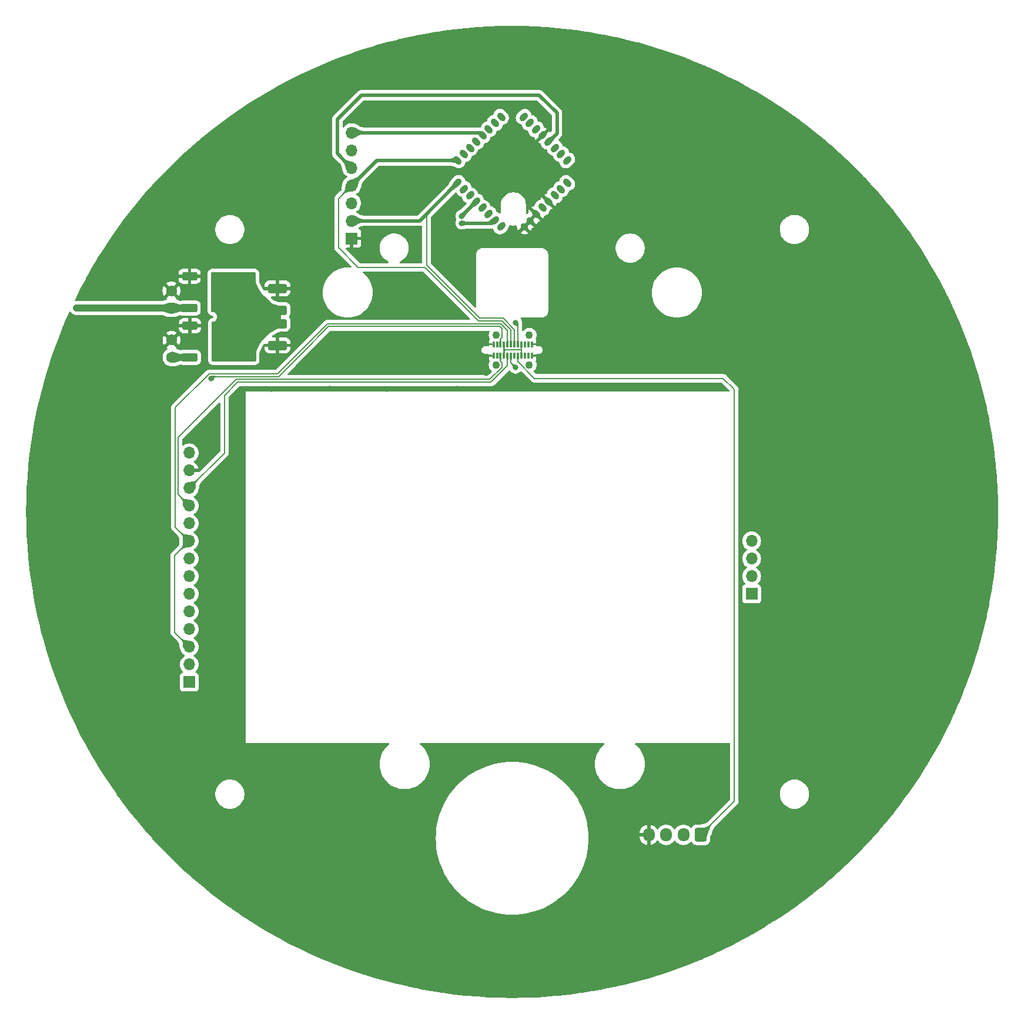
<source format=gbr>
%TF.GenerationSoftware,KiCad,Pcbnew,7.0.11*%
%TF.CreationDate,2025-01-20T02:06:30+09:00*%
%TF.ProjectId,IO,494f2e6b-6963-4616-945f-706362585858,rev?*%
%TF.SameCoordinates,Original*%
%TF.FileFunction,Copper,L2,Bot*%
%TF.FilePolarity,Positive*%
%FSLAX46Y46*%
G04 Gerber Fmt 4.6, Leading zero omitted, Abs format (unit mm)*
G04 Created by KiCad (PCBNEW 7.0.11) date 2025-01-20 02:06:30*
%MOMM*%
%LPD*%
G01*
G04 APERTURE LIST*
G04 Aperture macros list*
%AMRoundRect*
0 Rectangle with rounded corners*
0 $1 Rounding radius*
0 $2 $3 $4 $5 $6 $7 $8 $9 X,Y pos of 4 corners*
0 Add a 4 corners polygon primitive as box body*
4,1,4,$2,$3,$4,$5,$6,$7,$8,$9,$2,$3,0*
0 Add four circle primitives for the rounded corners*
1,1,$1+$1,$2,$3*
1,1,$1+$1,$4,$5*
1,1,$1+$1,$6,$7*
1,1,$1+$1,$8,$9*
0 Add four rect primitives between the rounded corners*
20,1,$1+$1,$2,$3,$4,$5,0*
20,1,$1+$1,$4,$5,$6,$7,0*
20,1,$1+$1,$6,$7,$8,$9,0*
20,1,$1+$1,$8,$9,$2,$3,0*%
%AMHorizOval*
0 Thick line with rounded ends*
0 $1 width*
0 $2 $3 position (X,Y) of the first rounded end (center of the circle)*
0 $4 $5 position (X,Y) of the second rounded end (center of the circle)*
0 Add line between two ends*
20,1,$1,$2,$3,$4,$5,0*
0 Add two circle primitives to create the rounded ends*
1,1,$1,$2,$3*
1,1,$1,$4,$5*%
G04 Aperture macros list end*
%TA.AperFunction,ComponentPad*%
%ADD10R,1.700000X1.700000*%
%TD*%
%TA.AperFunction,ComponentPad*%
%ADD11O,1.700000X1.700000*%
%TD*%
%TA.AperFunction,ComponentPad*%
%ADD12RoundRect,0.250000X0.600000X0.725000X-0.600000X0.725000X-0.600000X-0.725000X0.600000X-0.725000X0*%
%TD*%
%TA.AperFunction,ComponentPad*%
%ADD13O,1.700000X1.950000*%
%TD*%
%TA.AperFunction,ComponentPad*%
%ADD14C,1.600000*%
%TD*%
%TA.AperFunction,SMDPad,CuDef*%
%ADD15RoundRect,0.250000X-1.100000X0.412500X-1.100000X-0.412500X1.100000X-0.412500X1.100000X0.412500X0*%
%TD*%
%TA.AperFunction,SMDPad,CuDef*%
%ADD16R,0.300000X0.850000*%
%TD*%
%TA.AperFunction,ComponentPad*%
%ADD17C,1.100000*%
%TD*%
%TA.AperFunction,SMDPad,CuDef*%
%ADD18RoundRect,0.250000X-0.850000X-0.350000X0.850000X-0.350000X0.850000X0.350000X-0.850000X0.350000X0*%
%TD*%
%TA.AperFunction,SMDPad,CuDef*%
%ADD19RoundRect,0.250000X-1.275000X-1.125000X1.275000X-1.125000X1.275000X1.125000X-1.275000X1.125000X0*%
%TD*%
%TA.AperFunction,SMDPad,CuDef*%
%ADD20RoundRect,0.249997X-2.950003X-2.650003X2.950003X-2.650003X2.950003X2.650003X-2.950003X2.650003X0*%
%TD*%
%TA.AperFunction,SMDPad,CuDef*%
%ADD21RoundRect,0.250000X1.100000X-0.412500X1.100000X0.412500X-1.100000X0.412500X-1.100000X-0.412500X0*%
%TD*%
%TA.AperFunction,SMDPad,CuDef*%
%ADD22HorizOval,0.900000X-0.176777X-0.176777X0.176777X0.176777X0*%
%TD*%
%TA.AperFunction,SMDPad,CuDef*%
%ADD23HorizOval,0.900000X-0.176777X0.176777X0.176777X-0.176777X0*%
%TD*%
%TA.AperFunction,SMDPad,CuDef*%
%ADD24HorizOval,0.900000X-0.106066X0.106066X0.106066X-0.106066X0*%
%TD*%
%TA.AperFunction,ViaPad*%
%ADD25C,0.300000*%
%TD*%
%TA.AperFunction,ViaPad*%
%ADD26C,0.800000*%
%TD*%
%TA.AperFunction,Conductor*%
%ADD27C,1.000000*%
%TD*%
%TA.AperFunction,Conductor*%
%ADD28C,0.200000*%
%TD*%
%TA.AperFunction,Conductor*%
%ADD29C,0.500000*%
%TD*%
G04 APERTURE END LIST*
D10*
%TO.P,J3,1,Pin_1*%
%TO.N,/SD\uFF3FSCK*%
X177780000Y-101360000D03*
D11*
%TO.P,J3,2,Pin_2*%
%TO.N,/SD\uFF3FMISO*%
X177780000Y-98820000D03*
%TO.P,J3,3,Pin_3*%
%TO.N,/SD\uFF3FMOSI*%
X177780000Y-96280000D03*
%TO.P,J3,4,Pin_4*%
%TO.N,/SD\uFF3FCS*%
X177780000Y-93740000D03*
%TD*%
D10*
%TO.P,J1,1,Pin_1*%
%TO.N,unconnected-(J1-Pin_1-Pad1)*%
X96780000Y-114070000D03*
D11*
%TO.P,J1,2,Pin_2*%
%TO.N,/MISO*%
X96780000Y-111530000D03*
%TO.P,J1,3,Pin_3*%
%TO.N,/MOSI*%
X96780000Y-108990000D03*
%TO.P,J1,4,Pin_4*%
%TO.N,/T_CS*%
X96780000Y-106450000D03*
%TO.P,J1,5,Pin_5*%
%TO.N,/SCK*%
X96780000Y-103910000D03*
%TO.P,J1,6,Pin_6*%
%TO.N,unconnected-(J1-Pin_6-Pad6)*%
X96780000Y-101370000D03*
%TO.P,J1,7,Pin_7*%
%TO.N,+3.3V*%
X96780000Y-98830000D03*
%TO.P,J1,8,Pin_8*%
%TO.N,/SCK*%
X96780000Y-96290000D03*
%TO.P,J1,9,Pin_9*%
%TO.N,/MOSI*%
X96780000Y-93750000D03*
%TO.P,J1,10,Pin_10*%
%TO.N,/DC*%
X96780000Y-91210000D03*
%TO.P,J1,11,Pin_11*%
%TO.N,/RESET*%
X96780000Y-88670000D03*
%TO.P,J1,12,Pin_12*%
%TO.N,/CS*%
X96780000Y-86130000D03*
%TO.P,J1,13,Pin_13*%
%TO.N,GND*%
X96780000Y-83590000D03*
%TO.P,J1,14,Pin_14*%
%TO.N,+3.3V*%
X96780000Y-81050000D03*
%TD*%
D10*
%TO.P,J5,1,Pin_1*%
%TO.N,GND*%
X120170000Y-50160000D03*
D11*
%TO.P,J5,2,Pin_2*%
%TO.N,/TXD*%
X120170000Y-47620000D03*
%TO.P,J5,3,Pin_3*%
%TO.N,/PRG*%
X120170000Y-45080000D03*
%TO.P,J5,4,Pin_4*%
%TO.N,/RXD*%
X120170000Y-42540000D03*
%TO.P,J5,5,Pin_5*%
%TO.N,/RST*%
X120170000Y-40000000D03*
%TO.P,J5,6,Pin_6*%
%TO.N,+3.3V*%
X120170000Y-37460000D03*
%TO.P,J5,7,Pin_7*%
%TO.N,/SET*%
X120170000Y-34920000D03*
%TD*%
D12*
%TO.P,J2,1,Pin_1*%
%TO.N,/START*%
X170460000Y-136065000D03*
D13*
%TO.P,J2,2,Pin_2*%
%TO.N,+3.3V*%
X167960000Y-136065000D03*
%TO.P,J2,3,Pin_3*%
X165460000Y-136065000D03*
%TO.P,J2,4,Pin_4*%
%TO.N,GND*%
X162960000Y-136065000D03*
%TD*%
D14*
%TO.P,C2,1*%
%TO.N,+3.3V*%
X94234000Y-67290000D03*
%TO.P,C2,2*%
%TO.N,GND*%
X94234000Y-64790000D03*
%TD*%
D15*
%TO.P,C1,1*%
%TO.N,+12V*%
X109474000Y-62445500D03*
%TO.P,C1,2*%
%TO.N,GND*%
X109474000Y-65570500D03*
%TD*%
D16*
%TO.P,J4,A1,GND*%
%TO.N,GND*%
X146110000Y-65400000D03*
%TO.P,J4,A2,SSTXP1*%
%TO.N,/SD\uFF3FCS*%
X145610000Y-65400000D03*
%TO.P,J4,A3,SSTXN1*%
%TO.N,/SD\uFF3FMOSI*%
X145110000Y-65400000D03*
%TO.P,J4,A4,VBUS*%
%TO.N,+12V*%
X144610000Y-65400000D03*
%TO.P,J4,A5,CC1*%
%TO.N,/MISO*%
X144110000Y-65400000D03*
%TO.P,J4,A6,DP1*%
%TO.N,/TXD*%
X143610000Y-65400000D03*
%TO.P,J4,A7,DN1*%
%TO.N,/RXD*%
X143110000Y-65400000D03*
%TO.P,J4,A8,SBU1*%
%TO.N,/MOSI*%
X142610000Y-65400000D03*
%TO.P,J4,A9,VBUS*%
%TO.N,+12V*%
X142110000Y-65400000D03*
%TO.P,J4,A10,SSRXN2*%
%TO.N,/T_CS*%
X141610000Y-65400000D03*
%TO.P,J4,A11,SSRXP2*%
%TO.N,/SCK*%
X141110000Y-65400000D03*
%TO.P,J4,A12,GND*%
%TO.N,GND*%
X140610000Y-65400000D03*
%TO.P,J4,B1,GND*%
X140610000Y-67070000D03*
%TO.P,J4,B2,SSTXP2*%
%TO.N,/DC*%
X141110000Y-67070000D03*
%TO.P,J4,B3,SSTXN2*%
%TO.N,/RESET*%
X141610000Y-67070000D03*
%TO.P,J4,B4,VBUS*%
%TO.N,+12V*%
X142110000Y-67070000D03*
%TO.P,J4,B5,CC2*%
%TO.N,/CS*%
X142610000Y-67070000D03*
%TO.P,J4,B6,DP2*%
%TO.N,/PWM*%
X143110000Y-67070000D03*
%TO.P,J4,B7,DN2*%
%TO.N,unconnected-(J4-DN2-PadB7)*%
X143610000Y-67070000D03*
%TO.P,J4,B8,SBU2*%
%TO.N,/START*%
X144110000Y-67070000D03*
%TO.P,J4,B9,VBUS*%
%TO.N,+12V*%
X144610000Y-67070000D03*
%TO.P,J4,B10,SSRXN1*%
%TO.N,/SD\uFF3FSCK*%
X145110000Y-67070000D03*
%TO.P,J4,B11,SSRXP1*%
%TO.N,/SD\uFF3FMISO*%
X145610000Y-67070000D03*
%TO.P,J4,B12,GND*%
%TO.N,GND*%
X146110000Y-67070000D03*
D17*
%TO.P,J4,S1*%
%TO.N,N/C*%
X145760000Y-68385000D03*
X145760000Y-64085000D03*
X140960000Y-68385000D03*
X140960000Y-64085000D03*
%TD*%
D18*
%TO.P,U2,1,GND*%
%TO.N,GND*%
X96824000Y-55632000D03*
%TO.P,U2,2,VO*%
%TO.N,+5V*%
X96824000Y-60192000D03*
D19*
%TO.P,U2,3,VI*%
%TO.N,+12V*%
X101449000Y-56387000D03*
X101449000Y-59437000D03*
D20*
X103124000Y-57912000D03*
D19*
X104799000Y-56387000D03*
X104799000Y-59437000D03*
%TD*%
D21*
%TO.P,C3,1*%
%TO.N,+12V*%
X109474000Y-60490500D03*
%TO.P,C3,2*%
%TO.N,GND*%
X109474000Y-57365500D03*
%TD*%
D18*
%TO.P,U1,1,GND*%
%TO.N,GND*%
X96892000Y-62741500D03*
%TO.P,U1,2,VO*%
%TO.N,+3.3V*%
X96892000Y-67301500D03*
D19*
%TO.P,U1,3,VI*%
%TO.N,+12V*%
X101517000Y-63496500D03*
X101517000Y-66546500D03*
D20*
X103192000Y-65021500D03*
D19*
X104867000Y-63496500D03*
X104867000Y-66546500D03*
%TD*%
D14*
%TO.P,C4,1*%
%TO.N,+5V*%
X94214000Y-60198000D03*
%TO.P,C4,2*%
%TO.N,GND*%
X94214000Y-57698000D03*
%TD*%
D22*
%TO.P,U3,1,DO0/PWM2*%
%TO.N,unconnected-(U3-DO0{slash}PWM2-Pad1)*%
X141700740Y-48449290D03*
%TO.P,U3,2,DO1/PWM3*%
%TO.N,/PRG*%
X140802715Y-47551264D03*
%TO.P,U3,3,DIO18/DO1*%
%TO.N,unconnected-(U3-DIO18{slash}DO1-Pad3)*%
X139904689Y-46653239D03*
%TO.P,U3,4,DIO19/DO2*%
%TO.N,unconnected-(U3-DIO19{slash}DO2-Pad4)*%
X139006664Y-45755213D03*
%TO.P,U3,5,VCC*%
%TO.N,+3.3V*%
X138108638Y-44857187D03*
%TO.P,U3,6,DIO4/DO3*%
%TO.N,unconnected-(U3-DIO4{slash}DO3-Pad6)*%
X137210612Y-43959162D03*
%TO.P,U3,7,DIO5/PWM1*%
%TO.N,unconnected-(U3-DIO5{slash}PWM1-Pad7)*%
X136312587Y-43061136D03*
%TO.P,U3,8,DIO6/TX*%
%TO.N,/TXD*%
X135414561Y-42163111D03*
D23*
%TO.P,U3,9,DIO7/RX*%
%TO.N,/RXD*%
X135414561Y-38924561D03*
%TO.P,U3,10,DIO8/PWM4*%
%TO.N,unconnected-(U3-DIO8{slash}PWM4-Pad10)*%
X136312587Y-38026536D03*
%TO.P,U3,11,DIO9/DO4*%
%TO.N,unconnected-(U3-DIO9{slash}DO4-Pad11)*%
X137210612Y-37128510D03*
%TO.P,U3,12,DIO10/M1*%
%TO.N,unconnected-(U3-DIO10{slash}M1-Pad12)*%
X138108638Y-36230485D03*
%TO.P,U3,13,DIO12/DI1*%
%TO.N,/SET*%
X139006664Y-35332459D03*
%TO.P,U3,14,DIO14/SCL*%
%TO.N,unconnected-(U3-DIO14{slash}SCL-Pad14)*%
X139904689Y-34434433D03*
%TO.P,U3,15,DIO13/DI2*%
%TO.N,unconnected-(U3-DIO13{slash}DI2-Pad15)*%
X140802715Y-33536408D03*
%TO.P,U3,16,DIO11/DI3*%
%TO.N,unconnected-(U3-DIO11{slash}DI3-Pad16)*%
X141700740Y-32638382D03*
D22*
%TO.P,U3,17,DIO15/SDA*%
%TO.N,unconnected-(U3-DIO15{slash}SDA-Pad17)*%
X144939290Y-32638382D03*
%TO.P,U3,18,DIO16/DI4*%
%TO.N,unconnected-(U3-DIO16{slash}DI4-Pad18)*%
X145837315Y-33536408D03*
%TO.P,U3,19,DIO17/BPS*%
%TO.N,unconnected-(U3-DIO17{slash}BPS-Pad19)*%
X146735341Y-34434433D03*
%TO.P,U3,20,GND*%
%TO.N,GND*%
X147633366Y-35332459D03*
%TO.P,U3,21,~{RESET}*%
%TO.N,/RST*%
X148531392Y-36230485D03*
%TO.P,U3,22,ADC2/AI3*%
%TO.N,unconnected-(U3-ADC2{slash}AI3-Pad22)*%
X149429418Y-37128510D03*
%TO.P,U3,23,ADC1/AI1*%
%TO.N,unconnected-(U3-ADC1{slash}AI1-Pad23)*%
X150327443Y-38026536D03*
%TO.P,U3,24,DIO0/AI2*%
%TO.N,unconnected-(U3-DIO0{slash}AI2-Pad24)*%
X151225469Y-38924561D03*
D23*
%TO.P,U3,25,DIO1/AI4*%
%TO.N,unconnected-(U3-DIO1{slash}AI4-Pad25)*%
X151225469Y-42163111D03*
%TO.P,U3,26,DIO2/M2*%
%TO.N,unconnected-(U3-DIO2{slash}M2-Pad26)*%
X150327443Y-43061136D03*
%TO.P,U3,27,DIO3/M3*%
%TO.N,unconnected-(U3-DIO3{slash}M3-Pad27)*%
X149429418Y-43959162D03*
%TO.P,U3,28,GND*%
%TO.N,GND*%
X148531392Y-44857187D03*
%TO.P,U3,29,NC*%
%TO.N,unconnected-(U3-NC-Pad29)*%
X147633366Y-45755213D03*
%TO.P,U3,30,GND*%
%TO.N,GND*%
X146735341Y-46653239D03*
D24*
%TO.P,U3,31,GND*%
X145908026Y-47621975D03*
%TO.P,U3,32,GND*%
X145010000Y-48520000D03*
%TD*%
D25*
%TO.N,+12V*%
X142760000Y-66220000D03*
X142110000Y-66220000D03*
X143370000Y-66220000D03*
D26*
X109440000Y-61440000D03*
%TO.N,GND*%
X158090000Y-145160000D03*
X103220000Y-96590000D03*
X94110000Y-62470000D03*
X148870000Y-40620000D03*
X120710000Y-32720000D03*
X151520000Y-63510000D03*
X103280000Y-120470000D03*
X206370000Y-105650000D03*
X162180000Y-129570000D03*
X140170000Y-23080000D03*
X89800000Y-69620000D03*
X88020000Y-122870000D03*
X103150000Y-83600000D03*
X132310000Y-49430000D03*
X122810000Y-123860000D03*
X135350000Y-71820000D03*
X191650000Y-98680000D03*
X148240000Y-33100000D03*
X141630000Y-71580000D03*
X179340000Y-72830000D03*
X97590000Y-78630000D03*
X125050000Y-40380000D03*
X89680000Y-111100000D03*
X179430000Y-81650000D03*
X93650000Y-72580000D03*
X126350000Y-69280000D03*
X181890000Y-58580000D03*
X143310000Y-33660000D03*
X85280000Y-62770000D03*
X148990000Y-60210000D03*
X99510000Y-81440000D03*
X116220000Y-35540000D03*
X122920000Y-128530000D03*
X151400000Y-60130000D03*
X125030000Y-142390000D03*
X170440000Y-63880000D03*
X177870000Y-104560000D03*
X103160000Y-108450000D03*
X132850000Y-41010000D03*
X140130000Y-31170000D03*
X82900000Y-110720000D03*
X113900000Y-60070000D03*
X143440000Y-42810000D03*
X134390000Y-60590000D03*
X181380000Y-37890000D03*
X96840000Y-57870000D03*
X124090000Y-60420000D03*
X176960000Y-130910000D03*
X198890000Y-56340000D03*
X186720000Y-137480000D03*
X137390000Y-58770000D03*
X85200000Y-79300000D03*
X207130000Y-92590000D03*
X173400000Y-135410000D03*
X127200000Y-27710000D03*
X89280000Y-91080000D03*
X203440000Y-68230000D03*
X125210000Y-71850000D03*
X129950000Y-45320000D03*
X103750000Y-73380000D03*
X154840000Y-123600000D03*
X105150000Y-53540000D03*
X170790000Y-32010000D03*
X145820000Y-45230000D03*
X126950000Y-152790000D03*
X143350000Y-50530000D03*
X100510000Y-75550000D03*
X148810000Y-51310000D03*
X140050000Y-154200000D03*
X117010000Y-71820000D03*
X109240000Y-55350000D03*
X141010000Y-45140000D03*
X179570000Y-91240000D03*
X191380000Y-76830000D03*
X130530000Y-32170000D03*
X79560000Y-86710000D03*
X106810000Y-124080000D03*
X159450000Y-26490000D03*
X171430000Y-45790000D03*
X200810000Y-117300000D03*
X117050000Y-53330000D03*
X129230000Y-133430000D03*
X112160000Y-69280000D03*
X148130000Y-64000000D03*
X96240000Y-69290000D03*
X191220000Y-46420000D03*
X133360000Y-124510000D03*
X80350000Y-73480000D03*
X162590000Y-71540000D03*
X151770000Y-36570000D03*
X152000000Y-71560000D03*
X176690000Y-145510000D03*
X146620000Y-28220000D03*
X112010000Y-47160000D03*
X163360000Y-123970000D03*
X87800000Y-58230000D03*
X146900000Y-24460000D03*
X159070000Y-132750000D03*
X104860000Y-141320000D03*
X107190000Y-51430000D03*
X164920000Y-150120000D03*
X145660000Y-71490000D03*
X120340000Y-133070000D03*
X177100000Y-117120000D03*
X173080000Y-124160000D03*
X80310000Y-98820000D03*
X154620000Y-127140000D03*
X115800000Y-147760000D03*
X104600000Y-37380000D03*
X173010000Y-71580000D03*
X151380000Y-123680000D03*
X101770000Y-125980000D03*
X95520000Y-45890000D03*
X110990000Y-128580000D03*
X135070000Y-45050000D03*
X107840000Y-132270000D03*
X94250000Y-55350000D03*
X132320000Y-53450000D03*
X130320000Y-55700000D03*
X138180000Y-125910000D03*
X136650000Y-40560000D03*
X189290000Y-116620000D03*
X95130000Y-132780000D03*
X158170000Y-58260000D03*
X151510000Y-45040000D03*
X206550000Y-80290000D03*
X148640000Y-47900000D03*
X108660000Y-71840000D03*
X98710000Y-65470000D03*
X116200000Y-41370000D03*
X159900000Y-39000000D03*
X173050000Y-130720000D03*
X146580000Y-31230000D03*
X139520000Y-69550000D03*
X137160000Y-52090000D03*
X153020000Y-153390000D03*
X115250000Y-30190000D03*
X148210000Y-125700000D03*
X195040000Y-127860000D03*
%TO.N,+3.3V*%
X136010000Y-46950000D03*
%TO.N,+5V*%
X80518000Y-60198000D03*
X81534000Y-60198000D03*
X82550000Y-60198000D03*
%TO.N,/PWM*%
X143780000Y-68750000D03*
%TO.N,/MISO*%
X143810000Y-62290000D03*
%TO.N,/T_CS*%
X99919975Y-70369975D03*
D25*
%TO.N,/SCK*%
X141109998Y-65720000D03*
%TO.N,/DC*%
X141110002Y-66760000D03*
%TO.N,/SD\uFF3FSCK*%
X145109995Y-66760000D03*
%TO.N,/SD\uFF3FMISO*%
X145609998Y-66760000D03*
%TO.N,/SD\uFF3FMOSI*%
X145110002Y-65720000D03*
%TO.N,/SD\uFF3FCS*%
X145610000Y-65710000D03*
D26*
%TO.N,/PRG*%
X136010000Y-47970000D03*
%TD*%
D27*
%TO.N,+12V*%
X101449000Y-59857250D02*
X102851750Y-61260000D01*
X109440000Y-61440000D02*
X106802000Y-61440000D01*
X109474000Y-61406000D02*
X109440000Y-61440000D01*
X103452000Y-61440000D02*
X102961000Y-60949000D01*
X104799000Y-59437000D02*
X103274000Y-57912000D01*
X104579000Y-62445500D02*
X103573500Y-61440000D01*
X108121000Y-59709000D02*
X107681000Y-59269000D01*
X106796000Y-58384000D02*
X104799000Y-56387000D01*
X108902500Y-60490500D02*
X108121000Y-59709000D01*
X103274000Y-57912000D02*
X103124000Y-57912000D01*
X106810000Y-64190000D02*
X107016750Y-64396750D01*
X106810000Y-62530000D02*
X107846750Y-63566750D01*
D28*
X144610000Y-67070000D02*
X144610000Y-66210000D01*
D27*
X107681000Y-59269000D02*
X106796000Y-58384000D01*
X101449000Y-59437000D02*
X101449000Y-60879000D01*
X107016750Y-64396750D02*
X104867000Y-66546500D01*
X105490000Y-62000000D02*
X104930000Y-61440000D01*
X106810000Y-62000000D02*
X106810000Y-62445500D01*
X106470000Y-60480000D02*
X107020000Y-59930000D01*
X109474000Y-61474000D02*
X109474000Y-62445500D01*
X109474000Y-62445500D02*
X105935500Y-62445500D01*
X106470000Y-58710000D02*
X106796000Y-58384000D01*
X106810000Y-62445500D02*
X104579000Y-62445500D01*
D28*
X144610000Y-66210000D02*
X144610000Y-65400000D01*
D27*
X109474000Y-62445500D02*
X108968000Y-62445500D01*
X105394000Y-60949000D02*
X105852500Y-60490500D01*
D28*
X142110000Y-66220000D02*
X144600000Y-66220000D01*
D27*
X102851750Y-61260000D02*
X102851750Y-62161750D01*
X104930000Y-61440000D02*
X103573500Y-61440000D01*
X109440000Y-61440000D02*
X103452000Y-61440000D01*
X108968000Y-62445500D02*
X107846750Y-63566750D01*
X105935500Y-62445500D02*
X104930000Y-61440000D01*
X107020000Y-59930000D02*
X107241000Y-59709000D01*
X103573500Y-61440000D02*
X102851750Y-62161750D01*
X101517000Y-63496500D02*
X101517000Y-62463000D01*
X109474000Y-60490500D02*
X109474000Y-61406000D01*
X107241000Y-59709000D02*
X108121000Y-59709000D01*
X107846750Y-63566750D02*
X107016750Y-64396750D01*
X101517000Y-62463000D02*
X102275000Y-61705000D01*
X101449000Y-59437000D02*
X101449000Y-63428500D01*
D28*
X142110000Y-67070000D02*
X142110000Y-66220000D01*
D27*
X109440000Y-61440000D02*
X108880000Y-62000000D01*
X109440000Y-61440000D02*
X109474000Y-61474000D01*
X106810000Y-62000000D02*
X106810000Y-62530000D01*
D28*
X144600000Y-66220000D02*
X144610000Y-66210000D01*
X142110000Y-66220000D02*
X142110000Y-65400000D01*
D27*
X102961000Y-60949000D02*
X101449000Y-59437000D01*
X101449000Y-59437000D02*
X101449000Y-59857250D01*
X106250000Y-61440000D02*
X106810000Y-62000000D01*
X106802000Y-61440000D02*
X104799000Y-59437000D01*
X106470000Y-60490500D02*
X106470000Y-58710000D01*
X108880000Y-62000000D02*
X105490000Y-62000000D01*
X107020000Y-59930000D02*
X107681000Y-59269000D01*
X101449000Y-60879000D02*
X102275000Y-61705000D01*
X101449000Y-59437000D02*
X102851750Y-60839750D01*
X106810000Y-62000000D02*
X106810000Y-64190000D01*
X106470000Y-60490500D02*
X105852500Y-60490500D01*
X106470000Y-60490500D02*
X106470000Y-60480000D01*
X109474000Y-60490500D02*
X106470000Y-60490500D01*
X102851750Y-60839750D02*
X102851750Y-61260000D01*
X106810000Y-62445500D02*
X105768000Y-62445500D01*
X109474000Y-60490500D02*
X108902500Y-60490500D01*
X102275000Y-61705000D02*
X102791750Y-62221750D01*
X102791750Y-62221750D02*
X101517000Y-63496500D01*
X105852500Y-60490500D02*
X104799000Y-59437000D01*
X101449000Y-63428500D02*
X101517000Y-63496500D01*
X102851750Y-62161750D02*
X102791750Y-62221750D01*
X102961000Y-60949000D02*
X105394000Y-60949000D01*
X105768000Y-62445500D02*
X103192000Y-65021500D01*
D28*
%TO.N,GND*%
X146110000Y-67070000D02*
X146760000Y-67070000D01*
X146110000Y-65400000D02*
X146690000Y-65400000D01*
X140610000Y-65400000D02*
X139820000Y-65400000D01*
X140610000Y-67070000D02*
X139730000Y-67070000D01*
D27*
%TO.N,+3.3V*%
X96892000Y-67301500D02*
X94245500Y-67301500D01*
D29*
X138102813Y-44857187D02*
X136010000Y-46950000D01*
D27*
X94245500Y-67301500D02*
X94234000Y-67290000D01*
D29*
X138108638Y-44857187D02*
X138102813Y-44857187D01*
D27*
%TO.N,+5V*%
X94220000Y-60192000D02*
X94214000Y-60198000D01*
X94214000Y-60198000D02*
X82550000Y-60198000D01*
X96824000Y-60192000D02*
X94220000Y-60192000D01*
X82550000Y-60198000D02*
X80518000Y-60198000D01*
D28*
%TO.N,/PWM*%
X143110000Y-67070000D02*
X143110000Y-68080000D01*
X143110000Y-68080000D02*
X143780000Y-68750000D01*
%TO.N,/MISO*%
X144110000Y-62590000D02*
X143810000Y-62290000D01*
X144110000Y-65400000D02*
X144110000Y-62590000D01*
%TO.N,/MOSI*%
X141632269Y-62453641D02*
X142610000Y-63431372D01*
X99640000Y-69660000D02*
X109490000Y-69660000D01*
X96780000Y-93750000D02*
X94690000Y-95840000D01*
X94770000Y-91740000D02*
X94770000Y-74530000D01*
X96780000Y-93750000D02*
X94770000Y-91740000D01*
X94690000Y-106900000D02*
X96780000Y-108990000D01*
X94770000Y-74530000D02*
X99640000Y-69660000D01*
X142610000Y-63431372D02*
X142610000Y-65400000D01*
X116696359Y-62453641D02*
X141632269Y-62453641D01*
X94690000Y-95840000D02*
X94690000Y-106900000D01*
X109490000Y-69660000D02*
X116696359Y-62453641D01*
%TO.N,/T_CS*%
X109655685Y-70060000D02*
X109324314Y-70060000D01*
X141466583Y-62853641D02*
X139040000Y-62853641D01*
X104060000Y-70060000D02*
X100229950Y-70060000D01*
X109324314Y-70060000D02*
X104060000Y-70060000D01*
X100229950Y-70060000D02*
X99919975Y-70369975D01*
X141610000Y-65400000D02*
X141610000Y-64637082D01*
X141810000Y-64437082D02*
X141810000Y-63197058D01*
X141610000Y-64637082D02*
X141810000Y-64437082D01*
X141810000Y-63197058D02*
X141466583Y-62853641D01*
X139040000Y-62853641D02*
X116862045Y-62853641D01*
X113042843Y-66672843D02*
X109655685Y-70060000D01*
X116862045Y-62853641D02*
X113042843Y-66672843D01*
%TO.N,/SCK*%
X141110000Y-65400000D02*
X141110000Y-65719998D01*
X141110000Y-65719998D02*
X141109998Y-65720000D01*
%TO.N,/DC*%
X141110000Y-66760002D02*
X141110002Y-66760000D01*
X141110000Y-67070000D02*
X141110000Y-66760002D01*
%TO.N,/RESET*%
X141830000Y-68717082D02*
X140087082Y-70460000D01*
X103570000Y-70460000D02*
X95170000Y-78860000D01*
X141830000Y-68052918D02*
X141830000Y-68717082D01*
X95170000Y-78860000D02*
X95170000Y-87060000D01*
X95170000Y-87060000D02*
X96780000Y-88670000D01*
X141610000Y-67832918D02*
X141830000Y-68052918D01*
X141610000Y-67070000D02*
X141610000Y-67832918D01*
X140087082Y-70460000D02*
X103570000Y-70460000D01*
%TO.N,/CS*%
X101830000Y-81080000D02*
X96780000Y-86130000D01*
X142610000Y-68502768D02*
X140252767Y-70860000D01*
X101830000Y-72765686D02*
X101830000Y-81080000D01*
X103735686Y-70860000D02*
X101830000Y-72765686D01*
X142610000Y-67070000D02*
X142610000Y-68502768D01*
X140252767Y-70860000D02*
X103735686Y-70860000D01*
%TO.N,/START*%
X144110000Y-67937082D02*
X146482918Y-70310000D01*
X175300000Y-131225000D02*
X170460000Y-136065000D01*
X144110000Y-67070000D02*
X144110000Y-67937082D01*
X146482918Y-70310000D02*
X173700000Y-70310000D01*
X175300000Y-71910000D02*
X175300000Y-131225000D01*
X173700000Y-70310000D02*
X175300000Y-71910000D01*
%TO.N,/SD\uFF3FSCK*%
X145110000Y-67070000D02*
X145110000Y-66760005D01*
X145110000Y-66760005D02*
X145109995Y-66760000D01*
%TO.N,/SD\uFF3FMISO*%
X145610000Y-66760002D02*
X145609998Y-66760000D01*
X145610000Y-67070000D02*
X145610000Y-66760002D01*
%TO.N,/SD\uFF3FMOSI*%
X145110000Y-65719998D02*
X145110002Y-65720000D01*
X145110000Y-65400000D02*
X145110000Y-65719998D01*
%TO.N,/SD\uFF3FCS*%
X145610000Y-65400000D02*
X145610000Y-65710000D01*
%TO.N,/TXD*%
X130950000Y-53982559D02*
X130950000Y-46627672D01*
X141963641Y-61653641D02*
X138621082Y-61653641D01*
D29*
X120170000Y-47620000D02*
X129957672Y-47620000D01*
D28*
X138621082Y-61653641D02*
X130950000Y-53982559D01*
D29*
X129957672Y-47620000D02*
X135414561Y-42163111D01*
D28*
X143610000Y-63300000D02*
X141963641Y-61653641D01*
X143610000Y-65400000D02*
X143610000Y-63300000D01*
X130950000Y-46627672D02*
X129957672Y-47620000D01*
%TO.N,/RXD*%
X138455396Y-62053641D02*
X130721756Y-54320000D01*
D29*
X120170000Y-42540000D02*
X123785439Y-38924561D01*
D28*
X118270000Y-51490000D02*
X118270000Y-44440000D01*
D29*
X123785439Y-38924561D02*
X135414561Y-38924561D01*
D28*
X143110000Y-65400000D02*
X143110000Y-63365686D01*
X141797955Y-62053641D02*
X138455396Y-62053641D01*
X121100000Y-54320000D02*
X118270000Y-51490000D01*
X118270000Y-44440000D02*
X120170000Y-42540000D01*
X130721756Y-54320000D02*
X121100000Y-54320000D01*
X143110000Y-63365686D02*
X141797955Y-62053641D01*
D29*
%TO.N,/PRG*%
X140383979Y-47970000D02*
X136010000Y-47970000D01*
X140802715Y-47551264D02*
X140383979Y-47970000D01*
%TO.N,/RST*%
X149740000Y-32110000D02*
X149740000Y-35021877D01*
X121560000Y-29550000D02*
X147180000Y-29550000D01*
X118110000Y-33000000D02*
X121560000Y-29550000D01*
X118110000Y-37940000D02*
X118110000Y-33000000D01*
X120170000Y-40000000D02*
X118110000Y-37940000D01*
X147180000Y-29550000D02*
X149740000Y-32110000D01*
X149740000Y-35021877D02*
X148531392Y-36230485D01*
%TO.N,/SET*%
X120170000Y-34920000D02*
X138594205Y-34920000D01*
X138594205Y-34920000D02*
X139006664Y-35332459D01*
%TD*%
%TA.AperFunction,Conductor*%
%TO.N,GND*%
G36*
X101148834Y-73832915D02*
G01*
X101204767Y-73874787D01*
X101229184Y-73940251D01*
X101229500Y-73949097D01*
X101229500Y-80779901D01*
X101209815Y-80846940D01*
X101193181Y-80867582D01*
X98257082Y-83803681D01*
X98195759Y-83837166D01*
X98169401Y-83840000D01*
X97213686Y-83840000D01*
X97239493Y-83799844D01*
X97280000Y-83661889D01*
X97280000Y-83518111D01*
X97239493Y-83380156D01*
X97213686Y-83340000D01*
X98110636Y-83340000D01*
X98110635Y-83339999D01*
X98053432Y-83126513D01*
X98053429Y-83126507D01*
X97953600Y-82912422D01*
X97953599Y-82912420D01*
X97818113Y-82718926D01*
X97818108Y-82718920D01*
X97651078Y-82551890D01*
X97465405Y-82421879D01*
X97421780Y-82367302D01*
X97414588Y-82297804D01*
X97446110Y-82235449D01*
X97465406Y-82218730D01*
X97545054Y-82162960D01*
X97651401Y-82088495D01*
X97818495Y-81921401D01*
X97954035Y-81727830D01*
X98053903Y-81513663D01*
X98115063Y-81285408D01*
X98135659Y-81050000D01*
X98115063Y-80814592D01*
X98053903Y-80586337D01*
X97954035Y-80372171D01*
X97818495Y-80178599D01*
X97818494Y-80178597D01*
X97651402Y-80011506D01*
X97651395Y-80011501D01*
X97457834Y-79875967D01*
X97457830Y-79875965D01*
X97445040Y-79870001D01*
X97243663Y-79776097D01*
X97243659Y-79776096D01*
X97243655Y-79776094D01*
X97015413Y-79714938D01*
X97015403Y-79714936D01*
X96780001Y-79694341D01*
X96779999Y-79694341D01*
X96544596Y-79714936D01*
X96544586Y-79714938D01*
X96316344Y-79776094D01*
X96316335Y-79776098D01*
X96102171Y-79875964D01*
X96102169Y-79875965D01*
X95965623Y-79971576D01*
X95899417Y-79993903D01*
X95831650Y-79976893D01*
X95783837Y-79925945D01*
X95770500Y-79870001D01*
X95770500Y-79160097D01*
X95790185Y-79093058D01*
X95806819Y-79072416D01*
X101017819Y-73861416D01*
X101079142Y-73827931D01*
X101148834Y-73832915D01*
G37*
%TD.AperFunction*%
%TA.AperFunction,Conductor*%
G36*
X139966209Y-63473826D02*
G01*
X140011964Y-63526630D01*
X140021908Y-63595788D01*
X140008528Y-63636595D01*
X139984769Y-63681043D01*
X139924699Y-63879067D01*
X139904417Y-64085000D01*
X139924699Y-64290932D01*
X139954240Y-64388315D01*
X139980383Y-64474500D01*
X139984769Y-64488957D01*
X140015788Y-64546989D01*
X140025781Y-64565684D01*
X140036927Y-64586535D01*
X140051169Y-64654938D01*
X140026838Y-64719297D01*
X140016646Y-64732912D01*
X140016645Y-64732913D01*
X139966403Y-64867620D01*
X139966401Y-64867627D01*
X139960000Y-64927155D01*
X139960000Y-65250000D01*
X140335500Y-65250000D01*
X140402539Y-65269685D01*
X140448294Y-65322489D01*
X140459500Y-65374000D01*
X140459500Y-65426000D01*
X140439815Y-65493039D01*
X140387011Y-65538794D01*
X140335500Y-65550000D01*
X139960000Y-65550000D01*
X139960000Y-65570500D01*
X139940315Y-65637539D01*
X139887511Y-65683294D01*
X139836000Y-65694500D01*
X139363025Y-65694500D01*
X139252806Y-65709649D01*
X139252800Y-65709651D01*
X139116525Y-65768843D01*
X139001269Y-65862610D01*
X139001263Y-65862617D01*
X138915586Y-65983994D01*
X138865829Y-66123996D01*
X138856211Y-66264620D01*
X138855690Y-66272232D01*
X138879443Y-66386540D01*
X138885919Y-66417704D01*
X138885920Y-66417706D01*
X138954275Y-66549624D01*
X138954279Y-66549630D01*
X139031360Y-66632163D01*
X139055690Y-66658214D01*
X139182640Y-66735414D01*
X139325710Y-66775500D01*
X139325712Y-66775500D01*
X139836000Y-66775500D01*
X139903039Y-66795185D01*
X139948794Y-66847989D01*
X139960000Y-66899500D01*
X139960000Y-66920000D01*
X140335500Y-66920000D01*
X140402539Y-66939685D01*
X140448294Y-66992489D01*
X140459500Y-67044000D01*
X140459500Y-67096000D01*
X140439815Y-67163039D01*
X140387011Y-67208794D01*
X140335500Y-67220000D01*
X139960000Y-67220000D01*
X139960000Y-67542844D01*
X139966401Y-67602372D01*
X139966403Y-67602379D01*
X140016645Y-67737086D01*
X140016648Y-67737092D01*
X140026836Y-67750701D01*
X140051252Y-67816165D01*
X140036926Y-67883463D01*
X139984771Y-67981038D01*
X139984770Y-67981041D01*
X139984769Y-67981043D01*
X139984768Y-67981046D01*
X139981796Y-67990844D01*
X139924699Y-68179067D01*
X139904417Y-68385000D01*
X139924699Y-68590932D01*
X139924700Y-68590934D01*
X139984768Y-68788954D01*
X140082315Y-68971450D01*
X140202818Y-69118284D01*
X140213590Y-69131410D01*
X140301631Y-69203664D01*
X140340965Y-69261409D01*
X140342836Y-69331254D01*
X140310647Y-69387198D01*
X139874666Y-69823181D01*
X139813343Y-69856666D01*
X139786985Y-69859500D01*
X111004782Y-69859500D01*
X110937743Y-69839815D01*
X110891988Y-69787011D01*
X110882044Y-69717853D01*
X110911069Y-69654297D01*
X110917101Y-69647819D01*
X112100597Y-68464324D01*
X113495293Y-67069628D01*
X117074461Y-63490460D01*
X117135784Y-63456975D01*
X117162142Y-63454141D01*
X139000639Y-63454141D01*
X139899170Y-63454141D01*
X139966209Y-63473826D01*
G37*
%TD.AperFunction*%
%TA.AperFunction,Conductor*%
G36*
X130313874Y-48366158D02*
G01*
X130346871Y-48427744D01*
X130349500Y-48453141D01*
X130349500Y-53595500D01*
X130329815Y-53662539D01*
X130277011Y-53708294D01*
X130225500Y-53719500D01*
X127196850Y-53719500D01*
X127129811Y-53699815D01*
X127084056Y-53647011D01*
X127074112Y-53577853D01*
X127103137Y-53514297D01*
X127139802Y-53485402D01*
X127239617Y-53433681D01*
X127383936Y-53358901D01*
X127618698Y-53193189D01*
X127828708Y-52997053D01*
X128010055Y-52774147D01*
X128159361Y-52528625D01*
X128159363Y-52528620D01*
X128159365Y-52528617D01*
X128224779Y-52378015D01*
X128273844Y-52265058D01*
X128351371Y-51988358D01*
X128390500Y-51703678D01*
X128390500Y-51416322D01*
X128351371Y-51131642D01*
X128273844Y-50854942D01*
X128254803Y-50811104D01*
X128159365Y-50591382D01*
X128111813Y-50513187D01*
X128010055Y-50345853D01*
X127828708Y-50122947D01*
X127709831Y-50011923D01*
X127618700Y-49926812D01*
X127383935Y-49761098D01*
X127128793Y-49628894D01*
X126858037Y-49532667D01*
X126858034Y-49532666D01*
X126670781Y-49493755D01*
X126576686Y-49474202D01*
X126576684Y-49474201D01*
X126576680Y-49474201D01*
X126458070Y-49466088D01*
X126361752Y-49459500D01*
X126218248Y-49459500D01*
X126127724Y-49465691D01*
X126003319Y-49474201D01*
X125721965Y-49532666D01*
X125721962Y-49532667D01*
X125451206Y-49628894D01*
X125196064Y-49761098D01*
X124961299Y-49926812D01*
X124751289Y-50122950D01*
X124569944Y-50345853D01*
X124420634Y-50591382D01*
X124306158Y-50854935D01*
X124306158Y-50854936D01*
X124228630Y-51131635D01*
X124228629Y-51131642D01*
X124196254Y-51367187D01*
X124189500Y-51416322D01*
X124189500Y-51703678D01*
X124227146Y-51977572D01*
X124228629Y-51988357D01*
X124228630Y-51988364D01*
X124268084Y-52129175D01*
X124306156Y-52265058D01*
X124306157Y-52265061D01*
X124306158Y-52265063D01*
X124306158Y-52265064D01*
X124420634Y-52528617D01*
X124569944Y-52774146D01*
X124646667Y-52868452D01*
X124751292Y-52997053D01*
X124877105Y-53114554D01*
X124961299Y-53193187D01*
X125196064Y-53358901D01*
X125440198Y-53485402D01*
X125490665Y-53533723D01*
X125506997Y-53601657D01*
X125484008Y-53667636D01*
X125428997Y-53710713D01*
X125383150Y-53719500D01*
X121400097Y-53719500D01*
X121333058Y-53699815D01*
X121312416Y-53683181D01*
X119350916Y-51721681D01*
X119317431Y-51660358D01*
X119322415Y-51590666D01*
X119364287Y-51534733D01*
X119429751Y-51510316D01*
X119438597Y-51510000D01*
X119920000Y-51510000D01*
X119920000Y-50595501D01*
X120027685Y-50644680D01*
X120134237Y-50660000D01*
X120205763Y-50660000D01*
X120312315Y-50644680D01*
X120420000Y-50595501D01*
X120420000Y-51510000D01*
X121067828Y-51510000D01*
X121067844Y-51509999D01*
X121127372Y-51503598D01*
X121127379Y-51503596D01*
X121262086Y-51453354D01*
X121262093Y-51453350D01*
X121377187Y-51367190D01*
X121377190Y-51367187D01*
X121463350Y-51252093D01*
X121463354Y-51252086D01*
X121513596Y-51117379D01*
X121513598Y-51117372D01*
X121519999Y-51057844D01*
X121520000Y-51057827D01*
X121520000Y-50410000D01*
X120603686Y-50410000D01*
X120629493Y-50369844D01*
X120670000Y-50231889D01*
X120670000Y-50088111D01*
X120629493Y-49950156D01*
X120603686Y-49910000D01*
X121520000Y-49910000D01*
X121520000Y-49262172D01*
X121519999Y-49262155D01*
X121513598Y-49202627D01*
X121513596Y-49202620D01*
X121463354Y-49067913D01*
X121463350Y-49067906D01*
X121377190Y-48952812D01*
X121377187Y-48952809D01*
X121262093Y-48866649D01*
X121262088Y-48866646D01*
X121196947Y-48842350D01*
X121141014Y-48800478D01*
X121116597Y-48735014D01*
X121131449Y-48666741D01*
X121174138Y-48621282D01*
X121321242Y-48528522D01*
X121325021Y-48526234D01*
X121458541Y-48448587D01*
X121483084Y-48437679D01*
X121533981Y-48421391D01*
X121593811Y-48402246D01*
X121621804Y-48396735D01*
X121899129Y-48374775D01*
X121929914Y-48371287D01*
X121943871Y-48370500D01*
X129893967Y-48370500D01*
X129911937Y-48371809D01*
X129935695Y-48375289D01*
X129985041Y-48370971D01*
X129995848Y-48370500D01*
X130001376Y-48370500D01*
X130001381Y-48370500D01*
X130032228Y-48366893D01*
X130035702Y-48366539D01*
X130110469Y-48359999D01*
X130110477Y-48359996D01*
X130117538Y-48358539D01*
X130117550Y-48358598D01*
X130124915Y-48356965D01*
X130124901Y-48356906D01*
X130131921Y-48355241D01*
X130131927Y-48355241D01*
X130183090Y-48336618D01*
X130252818Y-48332188D01*
X130313874Y-48366158D01*
G37*
%TD.AperFunction*%
%TA.AperFunction,Conductor*%
G36*
X143323260Y-19554650D02*
G01*
X144815612Y-19572410D01*
X144989321Y-19575523D01*
X144991470Y-19575581D01*
X146476295Y-19628612D01*
X146476524Y-19628621D01*
X146656564Y-19636153D01*
X146658473Y-19636249D01*
X148135738Y-19724250D01*
X148321783Y-19736491D01*
X148323646Y-19736630D01*
X149792100Y-19859235D01*
X149792539Y-19859273D01*
X149984117Y-19876483D01*
X149986057Y-19876674D01*
X151445498Y-20033581D01*
X151445838Y-20033619D01*
X151642644Y-20056049D01*
X151644534Y-20056280D01*
X153094271Y-20247141D01*
X153094399Y-20247159D01*
X153296409Y-20275085D01*
X153298448Y-20275385D01*
X154737709Y-20499831D01*
X154737924Y-20499866D01*
X154944461Y-20533464D01*
X154946396Y-20533795D01*
X156375149Y-20791571D01*
X156585888Y-20831042D01*
X156587895Y-20831437D01*
X158005056Y-21122104D01*
X158219704Y-21167640D01*
X158221684Y-21168077D01*
X159626549Y-21491242D01*
X159626900Y-21491324D01*
X159845255Y-21543127D01*
X159846961Y-21543547D01*
X161238884Y-21898814D01*
X161239694Y-21899023D01*
X161461159Y-21957185D01*
X161462985Y-21957681D01*
X162841791Y-22344774D01*
X162842493Y-22344974D01*
X163066628Y-22409598D01*
X163068562Y-22410173D01*
X164433569Y-22828681D01*
X164433922Y-22828791D01*
X164661121Y-22900219D01*
X164663049Y-22900844D01*
X166013356Y-23350269D01*
X166013991Y-23350483D01*
X166243381Y-23428669D01*
X166245100Y-23429271D01*
X167580922Y-23909478D01*
X167581198Y-23909579D01*
X167812426Y-23994609D01*
X167814227Y-23995288D01*
X168868211Y-24402755D01*
X169134158Y-24505570D01*
X169135010Y-24505903D01*
X169367666Y-24597825D01*
X169369534Y-24598581D01*
X170673159Y-25138560D01*
X170674012Y-25138917D01*
X170793765Y-25189570D01*
X170908131Y-25237946D01*
X170909873Y-25238699D01*
X172197190Y-25808183D01*
X172197615Y-25808373D01*
X172432849Y-25914568D01*
X172434490Y-25915325D01*
X173631394Y-26479241D01*
X173704395Y-26513636D01*
X173705251Y-26514043D01*
X173864456Y-26590545D01*
X173940865Y-26627261D01*
X173942651Y-26628136D01*
X175194976Y-27255006D01*
X175195588Y-27255315D01*
X175431670Y-27375783D01*
X175433216Y-27376587D01*
X176667401Y-28031560D01*
X176668230Y-28032005D01*
X176904013Y-28159508D01*
X176905671Y-28160422D01*
X178121122Y-28843008D01*
X178121586Y-28843271D01*
X178357407Y-28978173D01*
X178358911Y-28979049D01*
X179554855Y-29688635D01*
X179555615Y-29689090D01*
X179790824Y-29831205D01*
X179792491Y-29832231D01*
X180968431Y-30568338D01*
X180969183Y-30568812D01*
X181203583Y-30718196D01*
X181205001Y-30719117D01*
X182360821Y-31481503D01*
X182361475Y-31481938D01*
X182594639Y-31638490D01*
X182596055Y-31639456D01*
X183469119Y-32245636D01*
X183731001Y-32427464D01*
X183731842Y-32428053D01*
X183794358Y-32472230D01*
X183963380Y-32591670D01*
X183964866Y-32592738D01*
X184565246Y-33031126D01*
X185078347Y-33405785D01*
X185079183Y-33406400D01*
X185309060Y-33577221D01*
X185310586Y-33578374D01*
X186402204Y-34416002D01*
X186403034Y-34416644D01*
X186630899Y-34594574D01*
X186632284Y-34595673D01*
X187701871Y-35457601D01*
X187702601Y-35458195D01*
X187927986Y-35643024D01*
X187929439Y-35644233D01*
X188205497Y-35877745D01*
X188976417Y-36529852D01*
X188977006Y-36530356D01*
X189120038Y-36653480D01*
X189199776Y-36722120D01*
X189201191Y-36723357D01*
X190224821Y-37631887D01*
X190225628Y-37632609D01*
X190445532Y-37831247D01*
X190446909Y-37832510D01*
X191446967Y-38763597D01*
X191447764Y-38764346D01*
X191664463Y-38969699D01*
X191665802Y-38970987D01*
X192641795Y-39924024D01*
X192642582Y-39924799D01*
X192855936Y-40136882D01*
X192857235Y-40138193D01*
X193808712Y-41112589D01*
X193809489Y-41113391D01*
X194019250Y-41332109D01*
X194020480Y-41333411D01*
X194395421Y-41736126D01*
X194947148Y-42328723D01*
X194947913Y-42329552D01*
X195153740Y-42554697D01*
X195154960Y-42556052D01*
X196056349Y-43571637D01*
X196057101Y-43572492D01*
X196258710Y-43803888D01*
X196259891Y-43805263D01*
X197135735Y-44840685D01*
X197136473Y-44841567D01*
X197333638Y-45079088D01*
X197334779Y-45080482D01*
X198184543Y-46134974D01*
X198185267Y-46135882D01*
X198377925Y-46379593D01*
X198379025Y-46381005D01*
X199202346Y-47453978D01*
X199203055Y-47454911D01*
X199385738Y-47697708D01*
X199390855Y-47704508D01*
X199391884Y-47705896D01*
X200184135Y-48790897D01*
X200188541Y-48796931D01*
X200189235Y-48797891D01*
X200371901Y-49053138D01*
X200372919Y-49054582D01*
X201142494Y-50162981D01*
X201143171Y-50163966D01*
X201320576Y-50424808D01*
X201321553Y-50426267D01*
X202063602Y-51551254D01*
X202064261Y-51552264D01*
X202236329Y-51818732D01*
X202237266Y-51820205D01*
X202951508Y-52961216D01*
X202952149Y-52962251D01*
X203118568Y-53234003D01*
X203119427Y-53235429D01*
X203406640Y-53719500D01*
X203805699Y-54392079D01*
X203806255Y-54393025D01*
X203966830Y-54669876D01*
X203967636Y-54671289D01*
X204625531Y-55842775D01*
X204626133Y-55843859D01*
X204780568Y-56125412D01*
X204781381Y-56126918D01*
X205410641Y-57312650D01*
X205411222Y-57313759D01*
X205559479Y-57600065D01*
X205560250Y-57601579D01*
X205831926Y-58144317D01*
X206149651Y-58779051D01*
X206160566Y-58800855D01*
X206161125Y-58801988D01*
X206303015Y-59092810D01*
X206303745Y-59094332D01*
X206874841Y-60306473D01*
X206875378Y-60307628D01*
X207010740Y-60602758D01*
X207011429Y-60604287D01*
X207553101Y-61828735D01*
X207553615Y-61829913D01*
X207682317Y-62129188D01*
X207682965Y-62130723D01*
X208194960Y-63366790D01*
X208195450Y-63367990D01*
X208317312Y-63671113D01*
X208317919Y-63672653D01*
X208800051Y-64919770D01*
X208800516Y-64920992D01*
X208915396Y-65227724D01*
X208915962Y-65229267D01*
X209367955Y-66486603D01*
X209368395Y-66487846D01*
X209476250Y-66798202D01*
X209476775Y-66799748D01*
X209898416Y-68066575D01*
X209898830Y-68067839D01*
X209999508Y-68381514D01*
X209999993Y-68383061D01*
X210391173Y-69658935D01*
X210391559Y-69660219D01*
X210484876Y-69976756D01*
X210485321Y-69978303D01*
X210845832Y-71262424D01*
X210846191Y-71263728D01*
X210932133Y-71583196D01*
X210932538Y-71584743D01*
X211262225Y-72876440D01*
X211262555Y-72877763D01*
X211340967Y-73199710D01*
X211341333Y-73201255D01*
X211640069Y-74499926D01*
X211640370Y-74501267D01*
X211711191Y-74825552D01*
X211711517Y-74827095D01*
X211979159Y-76131998D01*
X211979430Y-76133357D01*
X212042557Y-76459617D01*
X212042845Y-76461155D01*
X212279297Y-77771722D01*
X212279537Y-77773099D01*
X212334926Y-78101215D01*
X212335175Y-78102749D01*
X212540306Y-79418146D01*
X212540515Y-79419538D01*
X212588094Y-79749187D01*
X212588305Y-79750716D01*
X212762042Y-81070381D01*
X212762219Y-81071789D01*
X212801932Y-81402668D01*
X212802106Y-81404190D01*
X212944363Y-82727378D01*
X212944507Y-82728801D01*
X212976347Y-83060967D01*
X212976483Y-83062482D01*
X213087172Y-84388225D01*
X213087284Y-84389662D01*
X213111200Y-84722772D01*
X213111299Y-84724278D01*
X213190406Y-86052244D01*
X213190483Y-86053695D01*
X213206434Y-86387274D01*
X213206497Y-86388771D01*
X213253972Y-87718031D01*
X213254016Y-87719495D01*
X213262002Y-88053673D01*
X213262028Y-88055159D01*
X213279843Y-89552163D01*
X213279843Y-89555115D01*
X213262028Y-91052119D01*
X213262002Y-91053605D01*
X213254016Y-91387783D01*
X213253972Y-91389247D01*
X213206497Y-92718507D01*
X213206434Y-92720004D01*
X213190483Y-93053583D01*
X213190406Y-93055034D01*
X213111299Y-94383000D01*
X213111200Y-94384506D01*
X213087284Y-94717616D01*
X213087172Y-94719053D01*
X212976483Y-96044796D01*
X212976347Y-96046311D01*
X212944507Y-96378477D01*
X212944363Y-96379900D01*
X212802106Y-97703088D01*
X212801932Y-97704610D01*
X212762219Y-98035489D01*
X212762042Y-98036897D01*
X212588305Y-99356562D01*
X212588094Y-99358091D01*
X212540515Y-99687740D01*
X212540306Y-99689132D01*
X212335175Y-101004529D01*
X212334926Y-101006063D01*
X212279537Y-101334179D01*
X212279297Y-101335556D01*
X212042845Y-102646123D01*
X212042557Y-102647661D01*
X211979430Y-102973921D01*
X211979159Y-102975280D01*
X211711517Y-104280183D01*
X211711191Y-104281726D01*
X211640370Y-104606011D01*
X211640069Y-104607352D01*
X211341333Y-105906023D01*
X211340967Y-105907568D01*
X211262555Y-106229515D01*
X211262225Y-106230838D01*
X210932538Y-107522535D01*
X210932133Y-107524082D01*
X210846191Y-107843550D01*
X210845832Y-107844854D01*
X210485321Y-109128975D01*
X210484876Y-109130522D01*
X210391559Y-109447059D01*
X210391173Y-109448343D01*
X209999993Y-110724217D01*
X209999508Y-110725764D01*
X209898830Y-111039439D01*
X209898416Y-111040703D01*
X209476775Y-112307530D01*
X209476250Y-112309076D01*
X209368395Y-112619432D01*
X209367955Y-112620675D01*
X208915962Y-113878011D01*
X208915396Y-113879554D01*
X208800516Y-114186286D01*
X208800051Y-114187508D01*
X208317919Y-115434625D01*
X208317312Y-115436165D01*
X208195450Y-115739288D01*
X208194960Y-115740488D01*
X207682965Y-116976555D01*
X207682317Y-116978090D01*
X207553615Y-117277365D01*
X207553101Y-117278543D01*
X207011429Y-118502991D01*
X207010740Y-118504520D01*
X206875378Y-118799650D01*
X206874841Y-118800805D01*
X206303745Y-120012946D01*
X206303015Y-120014468D01*
X206161125Y-120305290D01*
X206160566Y-120306423D01*
X205560250Y-121505699D01*
X205559479Y-121507213D01*
X205411222Y-121793519D01*
X205410641Y-121794628D01*
X204781381Y-122980360D01*
X204780568Y-122981866D01*
X204626133Y-123263419D01*
X204625531Y-123264503D01*
X203967636Y-124435989D01*
X203966783Y-124437485D01*
X203806321Y-124714140D01*
X203805699Y-124715199D01*
X203119463Y-125871790D01*
X203118568Y-125873275D01*
X202952149Y-126145027D01*
X202951508Y-126146062D01*
X202237266Y-127287073D01*
X202236329Y-127288546D01*
X202064261Y-127555014D01*
X202063602Y-127556024D01*
X201321553Y-128681011D01*
X201320576Y-128682470D01*
X201143171Y-128943312D01*
X201142494Y-128944297D01*
X200372919Y-130052696D01*
X200371901Y-130054140D01*
X200189235Y-130309387D01*
X200188541Y-130310347D01*
X199391914Y-131401341D01*
X199390855Y-131402770D01*
X199203055Y-131652367D01*
X199202346Y-131653300D01*
X198379025Y-132726273D01*
X198377925Y-132727685D01*
X198185267Y-132971396D01*
X198184543Y-132972304D01*
X197334779Y-134026796D01*
X197333638Y-134028190D01*
X197136473Y-134265711D01*
X197135735Y-134266593D01*
X196259891Y-135302015D01*
X196258710Y-135303390D01*
X196057101Y-135534786D01*
X196056349Y-135535641D01*
X195154960Y-136551226D01*
X195153740Y-136552581D01*
X194947913Y-136777726D01*
X194947148Y-136778555D01*
X194020510Y-137773835D01*
X194019250Y-137775169D01*
X193809489Y-137993887D01*
X193808712Y-137994689D01*
X192857235Y-138969085D01*
X192855936Y-138970396D01*
X192642582Y-139182479D01*
X192641795Y-139183254D01*
X191665802Y-140136291D01*
X191664463Y-140137579D01*
X191447764Y-140342932D01*
X191446967Y-140343681D01*
X190446909Y-141274768D01*
X190445532Y-141276031D01*
X190225628Y-141474669D01*
X190224821Y-141475391D01*
X189201191Y-142383921D01*
X189199776Y-142385158D01*
X188977133Y-142576814D01*
X188976318Y-142577510D01*
X187929439Y-143463045D01*
X187927986Y-143464254D01*
X187702601Y-143649083D01*
X187701778Y-143649753D01*
X186632337Y-144511563D01*
X186630847Y-144512745D01*
X186403034Y-144690634D01*
X186402204Y-144691276D01*
X185310586Y-145528904D01*
X185309060Y-145530057D01*
X185079183Y-145700878D01*
X185078347Y-145701493D01*
X183964905Y-146514512D01*
X183963342Y-146515635D01*
X183731842Y-146679225D01*
X183731001Y-146679814D01*
X182596146Y-147467759D01*
X182594547Y-147468851D01*
X182361562Y-147625282D01*
X182360717Y-147625844D01*
X181205068Y-148388118D01*
X181203434Y-148389178D01*
X180969280Y-148538404D01*
X180968431Y-148538940D01*
X179792491Y-149275047D01*
X179790824Y-149276073D01*
X179555615Y-149418188D01*
X179554763Y-149418698D01*
X178359036Y-150128156D01*
X178357334Y-150129147D01*
X178121769Y-150263903D01*
X178120915Y-150264387D01*
X176905709Y-150946835D01*
X176903974Y-150947791D01*
X176668256Y-151075259D01*
X176667401Y-151075718D01*
X175433323Y-151730635D01*
X175431556Y-151731554D01*
X175195705Y-151851903D01*
X175194849Y-151852336D01*
X173942664Y-152479135D01*
X173940865Y-152480017D01*
X173705251Y-152593235D01*
X173704395Y-152593642D01*
X172434586Y-153191908D01*
X172432757Y-153192752D01*
X172197816Y-153298815D01*
X172196961Y-153299197D01*
X170909954Y-153868543D01*
X170908094Y-153869348D01*
X170674012Y-153968361D01*
X170673159Y-153968718D01*
X169369534Y-154508697D01*
X169367646Y-154509461D01*
X169135010Y-154601375D01*
X169134158Y-154601708D01*
X167814282Y-155111969D01*
X167812366Y-155112691D01*
X167581474Y-155197598D01*
X167580625Y-155197907D01*
X166245214Y-155677967D01*
X166243270Y-155678648D01*
X166014074Y-155756767D01*
X166013229Y-155757051D01*
X164663070Y-156206427D01*
X164661101Y-156207065D01*
X164434135Y-156278421D01*
X164433293Y-156278682D01*
X163068591Y-156697096D01*
X163066596Y-156697689D01*
X162842554Y-156762286D01*
X162841718Y-156762524D01*
X161463083Y-157149570D01*
X161461063Y-157150119D01*
X161239715Y-157208249D01*
X161238884Y-157208464D01*
X159847128Y-157563690D01*
X159845085Y-157564193D01*
X159627115Y-157615903D01*
X159626290Y-157616096D01*
X158221713Y-157939194D01*
X158219649Y-157939650D01*
X158005406Y-157985101D01*
X158004586Y-157985272D01*
X156587936Y-158275833D01*
X156585850Y-158276243D01*
X156375425Y-158315656D01*
X156374614Y-158315805D01*
X154946480Y-158573468D01*
X154944373Y-158573829D01*
X154738193Y-158607369D01*
X154737389Y-158607497D01*
X153298492Y-158831886D01*
X153296367Y-158832199D01*
X153094658Y-158860084D01*
X153093862Y-158860191D01*
X151644658Y-159050982D01*
X151642514Y-159051245D01*
X151446141Y-159073625D01*
X151445355Y-159073713D01*
X149986166Y-159230593D01*
X149984005Y-159230806D01*
X149792647Y-159247995D01*
X149791870Y-159248062D01*
X148323801Y-159370636D01*
X148321625Y-159370798D01*
X148136172Y-159383000D01*
X148135405Y-159383049D01*
X146658616Y-159471021D01*
X146656424Y-159471132D01*
X146476693Y-159478650D01*
X146475937Y-159478679D01*
X144991497Y-159531696D01*
X144989293Y-159531755D01*
X144815819Y-159534864D01*
X144815073Y-159534875D01*
X143323404Y-159552627D01*
X143321187Y-159552634D01*
X143154287Y-159551637D01*
X143153552Y-159551630D01*
X141655255Y-159533800D01*
X141653028Y-159533754D01*
X141493121Y-159528977D01*
X141492398Y-159528953D01*
X139987951Y-159475221D01*
X139985715Y-159475121D01*
X139833409Y-159466926D01*
X139832697Y-159466886D01*
X138322508Y-159376923D01*
X138320265Y-159376769D01*
X138236060Y-159370218D01*
X138175497Y-159365506D01*
X138174971Y-159365464D01*
X136660015Y-159238975D01*
X136657763Y-159238766D01*
X136521011Y-159224833D01*
X136520325Y-159224762D01*
X135001138Y-159061433D01*
X134998881Y-159061169D01*
X134870425Y-159044972D01*
X134869752Y-159044885D01*
X133347062Y-158844420D01*
X133344800Y-158844101D01*
X133224866Y-158826058D01*
X133224207Y-158825957D01*
X131698585Y-158588043D01*
X131696321Y-158587669D01*
X131585337Y-158568252D01*
X131584690Y-158568137D01*
X130056621Y-158292443D01*
X130054355Y-158292012D01*
X129952601Y-158271692D01*
X129951970Y-158271564D01*
X128547484Y-157983497D01*
X128422255Y-157957812D01*
X128420000Y-157957328D01*
X128327705Y-157936593D01*
X128327087Y-157936453D01*
X126796241Y-157584308D01*
X126793977Y-157583765D01*
X126711616Y-157563184D01*
X126711012Y-157563031D01*
X125179605Y-157172163D01*
X125177343Y-157171563D01*
X125105229Y-157151700D01*
X125104640Y-157151536D01*
X123573228Y-156721599D01*
X123570972Y-156720943D01*
X123509493Y-156702419D01*
X123508918Y-156702244D01*
X121978072Y-156232890D01*
X121975818Y-156232176D01*
X121924942Y-156215510D01*
X121924385Y-156215325D01*
X120394985Y-155706292D01*
X120392742Y-155705522D01*
X120353136Y-155691493D01*
X120352590Y-155691298D01*
X118824878Y-155142108D01*
X118822643Y-155141280D01*
X118794524Y-155130557D01*
X118793994Y-155130354D01*
X117426558Y-154601708D01*
X117268661Y-154540665D01*
X117266459Y-154539789D01*
X117249889Y-154533011D01*
X117249383Y-154532803D01*
X115727234Y-153902309D01*
X115725036Y-153901374D01*
X115723260Y-153900598D01*
X115720418Y-153899355D01*
X115720031Y-153899185D01*
X114202858Y-153228017D01*
X114200174Y-153226791D01*
X112695823Y-152518023D01*
X112693168Y-152516734D01*
X111206061Y-151772341D01*
X111203438Y-151770989D01*
X109734451Y-150991408D01*
X109731861Y-150989993D01*
X108281901Y-150175709D01*
X108279346Y-150174234D01*
X106849144Y-149325657D01*
X106846624Y-149324121D01*
X106768228Y-149275047D01*
X105436983Y-148441724D01*
X105434566Y-148440170D01*
X104199151Y-147625282D01*
X104046345Y-147524490D01*
X104043901Y-147522836D01*
X103089726Y-146860341D01*
X102677859Y-146574377D01*
X102675471Y-146572676D01*
X102597352Y-146515635D01*
X101332420Y-145592000D01*
X101330058Y-145590232D01*
X100010724Y-144577871D01*
X100008404Y-144576047D01*
X98713521Y-143532565D01*
X98711245Y-143530686D01*
X97441546Y-142456670D01*
X97439316Y-142454737D01*
X96571516Y-141684515D01*
X96195581Y-141350851D01*
X96193399Y-141348868D01*
X94976247Y-140215659D01*
X94974111Y-140213622D01*
X93784295Y-139051791D01*
X93782209Y-139049705D01*
X92620378Y-137859889D01*
X92618341Y-137857753D01*
X91876611Y-137061079D01*
X91485126Y-136640594D01*
X91483147Y-136638417D01*
X91422435Y-136570014D01*
X132284479Y-136570014D01*
X132304557Y-137234494D01*
X132304557Y-137234498D01*
X132364720Y-137896561D01*
X132364721Y-137896570D01*
X132464744Y-138553769D01*
X132464750Y-138553803D01*
X132604278Y-139203791D01*
X132782800Y-139844180D01*
X132999658Y-140472609D01*
X133254065Y-141086803D01*
X133254074Y-141086823D01*
X133545092Y-141684515D01*
X133871681Y-142263573D01*
X134232628Y-142821839D01*
X134232634Y-142821848D01*
X134626638Y-143357317D01*
X134869796Y-143649083D01*
X135052249Y-143868010D01*
X135507921Y-144352079D01*
X135991990Y-144807751D01*
X136145211Y-144935445D01*
X136502682Y-145233361D01*
X136888176Y-145517011D01*
X137038152Y-145627366D01*
X137596428Y-145988319D01*
X138175479Y-146314905D01*
X138540317Y-146492545D01*
X138773176Y-146605925D01*
X138773183Y-146605928D01*
X138773193Y-146605933D01*
X139387388Y-146860341D01*
X140015824Y-147077201D01*
X140656206Y-147255721D01*
X141306199Y-147395250D01*
X141306218Y-147395252D01*
X141306230Y-147395255D01*
X141963429Y-147495278D01*
X141963438Y-147495279D01*
X142625503Y-147555442D01*
X143123820Y-147570500D01*
X143123834Y-147570500D01*
X143456180Y-147570500D01*
X143866556Y-147558099D01*
X143954497Y-147555442D01*
X143954498Y-147555442D01*
X144616561Y-147495279D01*
X144616570Y-147495278D01*
X145273769Y-147395255D01*
X145273774Y-147395254D01*
X145273801Y-147395250D01*
X145923794Y-147255721D01*
X146564176Y-147077201D01*
X147192612Y-146860341D01*
X147806807Y-146605933D01*
X148404521Y-146314905D01*
X148983572Y-145988319D01*
X149541848Y-145627366D01*
X150077313Y-145233364D01*
X150588010Y-144807751D01*
X151072079Y-144352079D01*
X151527751Y-143868010D01*
X151953364Y-143357313D01*
X152347366Y-142821848D01*
X152708319Y-142263572D01*
X153034905Y-141684521D01*
X153325933Y-141086807D01*
X153580341Y-140472612D01*
X153797201Y-139844176D01*
X153975721Y-139203794D01*
X154115250Y-138553801D01*
X154215278Y-137896569D01*
X154218806Y-137857753D01*
X154275442Y-137234498D01*
X154275442Y-137234494D01*
X154295521Y-136570014D01*
X154295521Y-136569985D01*
X154275442Y-135905505D01*
X154275442Y-135905501D01*
X154215279Y-135243438D01*
X154215278Y-135243429D01*
X154115255Y-134586230D01*
X154115249Y-134586196D01*
X154114862Y-134584393D01*
X153975721Y-133936206D01*
X153797201Y-133295824D01*
X153580341Y-132667388D01*
X153325933Y-132053193D01*
X153034905Y-131455479D01*
X152708319Y-130876428D01*
X152547929Y-130628358D01*
X152347371Y-130318160D01*
X152347365Y-130318151D01*
X152340916Y-130309387D01*
X152154708Y-130056322D01*
X151953361Y-129782682D01*
X151648312Y-129416652D01*
X151527751Y-129271990D01*
X151072079Y-128787921D01*
X150588010Y-128332249D01*
X150396525Y-128172666D01*
X150077317Y-127906638D01*
X149541848Y-127512634D01*
X149541839Y-127512628D01*
X148983573Y-127151681D01*
X148639074Y-126957383D01*
X148404521Y-126825095D01*
X148404515Y-126825092D01*
X147806823Y-126534074D01*
X147806803Y-126534065D01*
X147447017Y-126385037D01*
X147192612Y-126279659D01*
X146802464Y-126145027D01*
X146564180Y-126062800D01*
X145923791Y-125884278D01*
X145273803Y-125744750D01*
X145273769Y-125744744D01*
X144616570Y-125644721D01*
X144616561Y-125644720D01*
X143954496Y-125584557D01*
X143456180Y-125569500D01*
X143456166Y-125569500D01*
X143123834Y-125569500D01*
X143123820Y-125569500D01*
X142625505Y-125584557D01*
X142625501Y-125584557D01*
X141963438Y-125644720D01*
X141963429Y-125644721D01*
X141306230Y-125744744D01*
X141306196Y-125744750D01*
X140656208Y-125884278D01*
X140015819Y-126062800D01*
X139387390Y-126279658D01*
X138773196Y-126534065D01*
X138773176Y-126534074D01*
X138175484Y-126825092D01*
X137596426Y-127151681D01*
X137038160Y-127512628D01*
X137038151Y-127512634D01*
X136502682Y-127906638D01*
X135991993Y-128332246D01*
X135507921Y-128787921D01*
X135052246Y-129271993D01*
X134626638Y-129782682D01*
X134232634Y-130318151D01*
X134232628Y-130318160D01*
X133871681Y-130876426D01*
X133545092Y-131455484D01*
X133254074Y-132053176D01*
X133254065Y-132053196D01*
X132999658Y-132667390D01*
X132782800Y-133295819D01*
X132604278Y-133936208D01*
X132464750Y-134586196D01*
X132464744Y-134586230D01*
X132364721Y-135243429D01*
X132364720Y-135243438D01*
X132304557Y-135905501D01*
X132304557Y-135905505D01*
X132284479Y-136569985D01*
X132284479Y-136570014D01*
X91422435Y-136570014D01*
X90379260Y-135394680D01*
X90377330Y-135392454D01*
X90055584Y-135012087D01*
X89303304Y-134122743D01*
X89301435Y-134120479D01*
X88257953Y-132825596D01*
X88256129Y-132823276D01*
X87243768Y-131503942D01*
X87242000Y-131501580D01*
X86813734Y-130915063D01*
X86403819Y-130353678D01*
X100529500Y-130353678D01*
X100567254Y-130628357D01*
X100568629Y-130638357D01*
X100568630Y-130638364D01*
X100609877Y-130785578D01*
X100646156Y-130915058D01*
X100646157Y-130915061D01*
X100646158Y-130915063D01*
X100646158Y-130915064D01*
X100760634Y-131178617D01*
X100903863Y-131414147D01*
X100909945Y-131424147D01*
X101091292Y-131647053D01*
X101217105Y-131764554D01*
X101301299Y-131843187D01*
X101301302Y-131843189D01*
X101536064Y-132008901D01*
X101791203Y-132141104D01*
X101791206Y-132141105D01*
X102033830Y-132227334D01*
X102061968Y-132237334D01*
X102343314Y-132295798D01*
X102558248Y-132310500D01*
X102558255Y-132310500D01*
X102701745Y-132310500D01*
X102701752Y-132310500D01*
X102916686Y-132295798D01*
X103198032Y-132237334D01*
X103468797Y-132141104D01*
X103723936Y-132008901D01*
X103958698Y-131843189D01*
X104168708Y-131647053D01*
X104350055Y-131424147D01*
X104499361Y-131178625D01*
X104499363Y-131178620D01*
X104499365Y-131178617D01*
X104613841Y-130915064D01*
X104613844Y-130915058D01*
X104691371Y-130638358D01*
X104730500Y-130353678D01*
X104730500Y-130066322D01*
X104691371Y-129781642D01*
X104613844Y-129504942D01*
X104575495Y-129416653D01*
X104499365Y-129241382D01*
X104464308Y-129183734D01*
X104350055Y-128995853D01*
X104168708Y-128772947D01*
X104049831Y-128661923D01*
X103958700Y-128576812D01*
X103723935Y-128411098D01*
X103468793Y-128278894D01*
X103198037Y-128182667D01*
X103198034Y-128182666D01*
X103021509Y-128145984D01*
X102916686Y-128124202D01*
X102916684Y-128124201D01*
X102916680Y-128124201D01*
X102798070Y-128116088D01*
X102701752Y-128109500D01*
X102558248Y-128109500D01*
X102467724Y-128115691D01*
X102343319Y-128124201D01*
X102061965Y-128182666D01*
X102061962Y-128182667D01*
X101791206Y-128278894D01*
X101536064Y-128411098D01*
X101301299Y-128576812D01*
X101091289Y-128772950D01*
X100909944Y-128995853D01*
X100760634Y-129241382D01*
X100646158Y-129504935D01*
X100646158Y-129504936D01*
X100568630Y-129781635D01*
X100568629Y-129781642D01*
X100530875Y-130056321D01*
X100529500Y-130066322D01*
X100529500Y-130353678D01*
X86403819Y-130353678D01*
X86261301Y-130158497D01*
X86259635Y-130156157D01*
X85311162Y-128790097D01*
X85309510Y-128787655D01*
X84393816Y-127399412D01*
X84392290Y-127397038D01*
X83509861Y-125987347D01*
X83508343Y-125984856D01*
X83452062Y-125890000D01*
X82659766Y-124554654D01*
X82658291Y-124552099D01*
X81844007Y-123102139D01*
X81842592Y-123099549D01*
X81063011Y-121630562D01*
X81061659Y-121627939D01*
X80317266Y-120140832D01*
X80315977Y-120138177D01*
X79607209Y-118633826D01*
X79605983Y-118631142D01*
X78933199Y-117110315D01*
X78932037Y-117107602D01*
X78295611Y-115571133D01*
X78294561Y-115568511D01*
X77694856Y-114017271D01*
X77693865Y-114014611D01*
X77131261Y-112449584D01*
X77130306Y-112446823D01*
X77115188Y-112401402D01*
X76605134Y-110868935D01*
X76604243Y-110866147D01*
X76599957Y-110852169D01*
X76116756Y-109276159D01*
X76115931Y-109273347D01*
X76102474Y-109225413D01*
X75666424Y-107672227D01*
X75665682Y-107669457D01*
X75469290Y-106900000D01*
X94084318Y-106900000D01*
X94089500Y-106939360D01*
X94089500Y-106939361D01*
X94104955Y-107056760D01*
X94104956Y-107056762D01*
X94165464Y-107202841D01*
X94256438Y-107321401D01*
X94261719Y-107328283D01*
X94286769Y-107347504D01*
X94298964Y-107358199D01*
X95100545Y-108159780D01*
X95115341Y-108177644D01*
X95117286Y-108180499D01*
X95117288Y-108180501D01*
X95278120Y-108383721D01*
X95297535Y-108418612D01*
X95326237Y-108498213D01*
X95333035Y-108528571D01*
X95349310Y-108700257D01*
X95349828Y-108705443D01*
X95380451Y-108995414D01*
X95380455Y-108995449D01*
X95387520Y-109041713D01*
X95387522Y-109041725D01*
X95387949Y-109043855D01*
X95399358Y-109089587D01*
X95399361Y-109089597D01*
X95485598Y-109377374D01*
X95486591Y-109380872D01*
X95498004Y-109423461D01*
X95506097Y-109453663D01*
X95506098Y-109453665D01*
X95512443Y-109467272D01*
X95515151Y-109473522D01*
X95515195Y-109473633D01*
X95547444Y-109545759D01*
X95550917Y-109551672D01*
X95550465Y-109551937D01*
X95557090Y-109563019D01*
X95605966Y-109667832D01*
X95741501Y-109861395D01*
X95741506Y-109861402D01*
X95908597Y-110028493D01*
X95908603Y-110028498D01*
X96094158Y-110158425D01*
X96137783Y-110213002D01*
X96144977Y-110282500D01*
X96113454Y-110344855D01*
X96094158Y-110361575D01*
X95908597Y-110491505D01*
X95741505Y-110658597D01*
X95605965Y-110852169D01*
X95605964Y-110852171D01*
X95506098Y-111066335D01*
X95506094Y-111066344D01*
X95444938Y-111294586D01*
X95444936Y-111294596D01*
X95424341Y-111529999D01*
X95424341Y-111530000D01*
X95444936Y-111765403D01*
X95444938Y-111765413D01*
X95506094Y-111993655D01*
X95506096Y-111993659D01*
X95506097Y-111993663D01*
X95605965Y-112207830D01*
X95605967Y-112207834D01*
X95676858Y-112309076D01*
X95741501Y-112401396D01*
X95741506Y-112401402D01*
X95863430Y-112523326D01*
X95896915Y-112584649D01*
X95891931Y-112654341D01*
X95850059Y-112710274D01*
X95819083Y-112727189D01*
X95687669Y-112776203D01*
X95687664Y-112776206D01*
X95572455Y-112862452D01*
X95572452Y-112862455D01*
X95486206Y-112977664D01*
X95486202Y-112977671D01*
X95435908Y-113112517D01*
X95429501Y-113172116D01*
X95429501Y-113172123D01*
X95429500Y-113172135D01*
X95429500Y-114967870D01*
X95429501Y-114967876D01*
X95435908Y-115027483D01*
X95486202Y-115162328D01*
X95486206Y-115162335D01*
X95572452Y-115277544D01*
X95572455Y-115277547D01*
X95687664Y-115363793D01*
X95687671Y-115363797D01*
X95822517Y-115414091D01*
X95822516Y-115414091D01*
X95829444Y-115414835D01*
X95882127Y-115420500D01*
X97677872Y-115420499D01*
X97737483Y-115414091D01*
X97872331Y-115363796D01*
X97987546Y-115277546D01*
X98073796Y-115162331D01*
X98124091Y-115027483D01*
X98130500Y-114967873D01*
X98130499Y-113172128D01*
X98124091Y-113112517D01*
X98073796Y-112977669D01*
X98073795Y-112977668D01*
X98073793Y-112977664D01*
X97987547Y-112862455D01*
X97987544Y-112862452D01*
X97872335Y-112776206D01*
X97872328Y-112776202D01*
X97740917Y-112727189D01*
X97684983Y-112685318D01*
X97660566Y-112619853D01*
X97675418Y-112551580D01*
X97696563Y-112523332D01*
X97818495Y-112401401D01*
X97954035Y-112207830D01*
X98053903Y-111993663D01*
X98115063Y-111765408D01*
X98135659Y-111530000D01*
X98115063Y-111294592D01*
X98053903Y-111066337D01*
X97954035Y-110852171D01*
X97865525Y-110725764D01*
X97818494Y-110658597D01*
X97651402Y-110491506D01*
X97651396Y-110491501D01*
X97465842Y-110361575D01*
X97422217Y-110306998D01*
X97415023Y-110237500D01*
X97446546Y-110175145D01*
X97465842Y-110158425D01*
X97488026Y-110142891D01*
X97651401Y-110028495D01*
X97818495Y-109861401D01*
X97954035Y-109667830D01*
X98053903Y-109453663D01*
X98115063Y-109225408D01*
X98135659Y-108990000D01*
X98115063Y-108754592D01*
X98053903Y-108526337D01*
X97954035Y-108312171D01*
X97847331Y-108159780D01*
X97818494Y-108118597D01*
X97651402Y-107951506D01*
X97651396Y-107951501D01*
X97465842Y-107821575D01*
X97422217Y-107766998D01*
X97415023Y-107697500D01*
X97446546Y-107635145D01*
X97465842Y-107618425D01*
X97488026Y-107602891D01*
X97651401Y-107488495D01*
X97818495Y-107321401D01*
X97954035Y-107127830D01*
X98053903Y-106913663D01*
X98115063Y-106685408D01*
X98135659Y-106450000D01*
X98115063Y-106214592D01*
X98061142Y-106013354D01*
X98053905Y-105986344D01*
X98053904Y-105986343D01*
X98053903Y-105986337D01*
X97954035Y-105772171D01*
X97818495Y-105578599D01*
X97818494Y-105578597D01*
X97651402Y-105411506D01*
X97651396Y-105411501D01*
X97465842Y-105281575D01*
X97422217Y-105226998D01*
X97415023Y-105157500D01*
X97446546Y-105095145D01*
X97465842Y-105078425D01*
X97488026Y-105062891D01*
X97651401Y-104948495D01*
X97818495Y-104781401D01*
X97954035Y-104587830D01*
X98053903Y-104373663D01*
X98115063Y-104145408D01*
X98135659Y-103910000D01*
X98115063Y-103674592D01*
X98061142Y-103473354D01*
X98053905Y-103446344D01*
X98053904Y-103446343D01*
X98053903Y-103446337D01*
X97954035Y-103232171D01*
X97818495Y-103038599D01*
X97818494Y-103038597D01*
X97651402Y-102871506D01*
X97651396Y-102871501D01*
X97465842Y-102741575D01*
X97422217Y-102686998D01*
X97415023Y-102617500D01*
X97446546Y-102555145D01*
X97465842Y-102538425D01*
X97588791Y-102452335D01*
X97651401Y-102408495D01*
X97818495Y-102241401D01*
X97954035Y-102047830D01*
X98053903Y-101833663D01*
X98115063Y-101605408D01*
X98135659Y-101370000D01*
X98115063Y-101134592D01*
X98061142Y-100933354D01*
X98053905Y-100906344D01*
X98053904Y-100906343D01*
X98053903Y-100906337D01*
X97954035Y-100692171D01*
X97818495Y-100498599D01*
X97818494Y-100498597D01*
X97651402Y-100331506D01*
X97651396Y-100331501D01*
X97465842Y-100201575D01*
X97422217Y-100146998D01*
X97415023Y-100077500D01*
X97446546Y-100015145D01*
X97465842Y-99998425D01*
X97543082Y-99944341D01*
X97651401Y-99868495D01*
X97818495Y-99701401D01*
X97954035Y-99507830D01*
X98053903Y-99293663D01*
X98115063Y-99065408D01*
X98135659Y-98830000D01*
X98115063Y-98594592D01*
X98061142Y-98393354D01*
X98053905Y-98366344D01*
X98053904Y-98366343D01*
X98053903Y-98366337D01*
X97954035Y-98152171D01*
X97818495Y-97958599D01*
X97818494Y-97958597D01*
X97651402Y-97791506D01*
X97651396Y-97791501D01*
X97465842Y-97661575D01*
X97422217Y-97606998D01*
X97415023Y-97537500D01*
X97446546Y-97475145D01*
X97465842Y-97458425D01*
X97488026Y-97442891D01*
X97651401Y-97328495D01*
X97818495Y-97161401D01*
X97954035Y-96967830D01*
X98053903Y-96753663D01*
X98115063Y-96525408D01*
X98135659Y-96290000D01*
X98115063Y-96054592D01*
X98057564Y-95839999D01*
X98053905Y-95826344D01*
X98053904Y-95826343D01*
X98053903Y-95826337D01*
X97954035Y-95612171D01*
X97901512Y-95537159D01*
X97818494Y-95418597D01*
X97651402Y-95251506D01*
X97651396Y-95251501D01*
X97465842Y-95121575D01*
X97422217Y-95066998D01*
X97415023Y-94997500D01*
X97446546Y-94935145D01*
X97465842Y-94918425D01*
X97488026Y-94902891D01*
X97651401Y-94788495D01*
X97818495Y-94621401D01*
X97954035Y-94427830D01*
X98053903Y-94213663D01*
X98115063Y-93985408D01*
X98135659Y-93750000D01*
X98115063Y-93514592D01*
X98053903Y-93286337D01*
X97954035Y-93072171D01*
X97847331Y-92919780D01*
X97818494Y-92878597D01*
X97651402Y-92711506D01*
X97651396Y-92711501D01*
X97465842Y-92581575D01*
X97422217Y-92526998D01*
X97415023Y-92457500D01*
X97446546Y-92395145D01*
X97465842Y-92378425D01*
X97488026Y-92362891D01*
X97651401Y-92248495D01*
X97818495Y-92081401D01*
X97954035Y-91887830D01*
X98053903Y-91673663D01*
X98115063Y-91445408D01*
X98135659Y-91210000D01*
X98115063Y-90974592D01*
X98053903Y-90746337D01*
X97954035Y-90532171D01*
X97915964Y-90477799D01*
X97818494Y-90338597D01*
X97651402Y-90171506D01*
X97651396Y-90171501D01*
X97465842Y-90041575D01*
X97422217Y-89986998D01*
X97415023Y-89917500D01*
X97446546Y-89855145D01*
X97465842Y-89838425D01*
X97488026Y-89822891D01*
X97651401Y-89708495D01*
X97818495Y-89541401D01*
X97954035Y-89347830D01*
X98053903Y-89133663D01*
X98115063Y-88905408D01*
X98135659Y-88670000D01*
X98115063Y-88434592D01*
X98053903Y-88206337D01*
X97954035Y-87992171D01*
X97882003Y-87889297D01*
X97818494Y-87798597D01*
X97651402Y-87631506D01*
X97651396Y-87631501D01*
X97465842Y-87501575D01*
X97422217Y-87446998D01*
X97415023Y-87377500D01*
X97446546Y-87315145D01*
X97465842Y-87298425D01*
X97488026Y-87282891D01*
X97651401Y-87168495D01*
X97818495Y-87001401D01*
X97954035Y-86807830D01*
X98053903Y-86593663D01*
X98073430Y-86520779D01*
X98074394Y-86517386D01*
X98160636Y-86229597D01*
X98172049Y-86183851D01*
X98172476Y-86181721D01*
X98179542Y-86135449D01*
X98210151Y-85845606D01*
X98210155Y-85845563D01*
X98210678Y-85840349D01*
X98226961Y-85668568D01*
X98233758Y-85638212D01*
X98262461Y-85558612D01*
X98281873Y-85523726D01*
X98442710Y-85320502D01*
X98449539Y-85311422D01*
X98460947Y-85298287D01*
X102221045Y-81538189D01*
X102233230Y-81527503D01*
X102258282Y-81508282D01*
X102354536Y-81382841D01*
X102415044Y-81236762D01*
X102430500Y-81119361D01*
X102435682Y-81080000D01*
X102431561Y-81048697D01*
X102430500Y-81032512D01*
X102430500Y-73065783D01*
X102450185Y-72998744D01*
X102466819Y-72978102D01*
X103948102Y-71496819D01*
X104009425Y-71463334D01*
X104035783Y-71460500D01*
X140205280Y-71460500D01*
X140221464Y-71461560D01*
X140252767Y-71465682D01*
X140252768Y-71465682D01*
X140314551Y-71457548D01*
X140409529Y-71445044D01*
X140555608Y-71384536D01*
X140633254Y-71324956D01*
X140681049Y-71288282D01*
X140700277Y-71263222D01*
X140710956Y-71251044D01*
X142798620Y-69163381D01*
X142859941Y-69129898D01*
X142929633Y-69134882D01*
X142985566Y-69176754D01*
X142993686Y-69189065D01*
X143047463Y-69282211D01*
X143047465Y-69282214D01*
X143174129Y-69422888D01*
X143327265Y-69534148D01*
X143327270Y-69534151D01*
X143500192Y-69611142D01*
X143500197Y-69611144D01*
X143685354Y-69650500D01*
X143685355Y-69650500D01*
X143874644Y-69650500D01*
X143874646Y-69650500D01*
X144059803Y-69611144D01*
X144232730Y-69534151D01*
X144385871Y-69422888D01*
X144469335Y-69330191D01*
X144528822Y-69293543D01*
X144598679Y-69294874D01*
X144649166Y-69325483D01*
X146024717Y-70701034D01*
X146035411Y-70713228D01*
X146054633Y-70738279D01*
X146054634Y-70738280D01*
X146054636Y-70738282D01*
X146132797Y-70798257D01*
X146180075Y-70834535D01*
X146180076Y-70834535D01*
X146180077Y-70834536D01*
X146326156Y-70895044D01*
X146404537Y-70905363D01*
X146482917Y-70915682D01*
X146482918Y-70915682D01*
X146514220Y-70911560D01*
X146530405Y-70910500D01*
X173399903Y-70910500D01*
X173466942Y-70930185D01*
X173487584Y-70946819D01*
X174582224Y-72041459D01*
X174615709Y-72102782D01*
X174610725Y-72172474D01*
X174568853Y-72228407D01*
X174503389Y-72252824D01*
X174494543Y-72253140D01*
X104905121Y-72253140D01*
X104904915Y-72253099D01*
X104880359Y-72253099D01*
X104880168Y-72253178D01*
X104879980Y-72253255D01*
X104879976Y-72253258D01*
X104879820Y-72253639D01*
X104879837Y-72278256D01*
X104879832Y-72278256D01*
X104879861Y-72278399D01*
X104879861Y-122829107D01*
X104879777Y-122829529D01*
X104879820Y-122853640D01*
X104879861Y-122853739D01*
X104879978Y-122854023D01*
X104879979Y-122854024D01*
X104880169Y-122854102D01*
X104880361Y-122854181D01*
X104880363Y-122854179D01*
X104904977Y-122854164D01*
X104904977Y-122854168D01*
X104905121Y-122854140D01*
X125467558Y-122854140D01*
X125534597Y-122873825D01*
X125580352Y-122926629D01*
X125590296Y-122995787D01*
X125561271Y-123059343D01*
X125545594Y-123074506D01*
X125377493Y-123210631D01*
X125377485Y-123210638D01*
X125110638Y-123477485D01*
X125110631Y-123477493D01*
X124873135Y-123770776D01*
X124667599Y-124087274D01*
X124496267Y-124423531D01*
X124361023Y-124775852D01*
X124263347Y-125140385D01*
X124263346Y-125140392D01*
X124204310Y-125513127D01*
X124184559Y-125889999D01*
X124184559Y-125890000D01*
X124204310Y-126266872D01*
X124263346Y-126639607D01*
X124263347Y-126639614D01*
X124361023Y-127004147D01*
X124496267Y-127356468D01*
X124667599Y-127692724D01*
X124873135Y-128009223D01*
X125013587Y-128182667D01*
X125110635Y-128302511D01*
X125377489Y-128569365D01*
X125515361Y-128681011D01*
X125670776Y-128806864D01*
X125946396Y-128985853D01*
X125987280Y-129012403D01*
X126323535Y-129183734D01*
X126675857Y-129318978D01*
X127040387Y-129416653D01*
X127413129Y-129475690D01*
X127695720Y-129490500D01*
X127695739Y-129490500D01*
X127884261Y-129490500D01*
X127884280Y-129490500D01*
X128166871Y-129475690D01*
X128539613Y-129416653D01*
X128904143Y-129318978D01*
X129256465Y-129183734D01*
X129592720Y-129012403D01*
X129909225Y-128806863D01*
X130202511Y-128569365D01*
X130469365Y-128302511D01*
X130706863Y-128009225D01*
X130912403Y-127692721D01*
X131083734Y-127356465D01*
X131218978Y-127004143D01*
X131316653Y-126639613D01*
X131375690Y-126266871D01*
X131395441Y-125890000D01*
X131375690Y-125513129D01*
X131316653Y-125140387D01*
X131218978Y-124775857D01*
X131083734Y-124423535D01*
X130912403Y-124087280D01*
X130706863Y-123770775D01*
X130469365Y-123477489D01*
X130202511Y-123210635D01*
X130185636Y-123196969D01*
X130034406Y-123074506D01*
X129994695Y-123017019D01*
X129992367Y-122947188D01*
X130028162Y-122887184D01*
X130090716Y-122856058D01*
X130112442Y-122854140D01*
X156467558Y-122854140D01*
X156534597Y-122873825D01*
X156580352Y-122926629D01*
X156590296Y-122995787D01*
X156561271Y-123059343D01*
X156545594Y-123074506D01*
X156377493Y-123210631D01*
X156377485Y-123210638D01*
X156110638Y-123477485D01*
X156110631Y-123477493D01*
X155873135Y-123770776D01*
X155667599Y-124087274D01*
X155496267Y-124423531D01*
X155361023Y-124775852D01*
X155263347Y-125140385D01*
X155263346Y-125140392D01*
X155204310Y-125513127D01*
X155184559Y-125889999D01*
X155184559Y-125890000D01*
X155204310Y-126266872D01*
X155263346Y-126639607D01*
X155263347Y-126639614D01*
X155361023Y-127004147D01*
X155496267Y-127356468D01*
X155667599Y-127692724D01*
X155873135Y-128009223D01*
X156013587Y-128182667D01*
X156110635Y-128302511D01*
X156377489Y-128569365D01*
X156515361Y-128681011D01*
X156670776Y-128806864D01*
X156946396Y-128985853D01*
X156987280Y-129012403D01*
X157323535Y-129183734D01*
X157675857Y-129318978D01*
X158040387Y-129416653D01*
X158413129Y-129475690D01*
X158695720Y-129490500D01*
X158695739Y-129490500D01*
X158884261Y-129490500D01*
X158884280Y-129490500D01*
X159166871Y-129475690D01*
X159539613Y-129416653D01*
X159904143Y-129318978D01*
X160256465Y-129183734D01*
X160592720Y-129012403D01*
X160909225Y-128806863D01*
X161202511Y-128569365D01*
X161469365Y-128302511D01*
X161706863Y-128009225D01*
X161912403Y-127692721D01*
X162083734Y-127356465D01*
X162218978Y-127004143D01*
X162316653Y-126639613D01*
X162375690Y-126266871D01*
X162395441Y-125890000D01*
X162375690Y-125513129D01*
X162316653Y-125140387D01*
X162218978Y-124775857D01*
X162083734Y-124423535D01*
X161912403Y-124087280D01*
X161706863Y-123770775D01*
X161469365Y-123477489D01*
X161202511Y-123210635D01*
X161185636Y-123196969D01*
X161034406Y-123074506D01*
X160994695Y-123017019D01*
X160992367Y-122947188D01*
X161028162Y-122887184D01*
X161090716Y-122856058D01*
X161112442Y-122854140D01*
X174575500Y-122854140D01*
X174642539Y-122873825D01*
X174688294Y-122926629D01*
X174699500Y-122978140D01*
X174699500Y-130924902D01*
X174679815Y-130991941D01*
X174663181Y-131012583D01*
X171530477Y-134145286D01*
X171507720Y-134163250D01*
X171265085Y-134312360D01*
X171253137Y-134318829D01*
X171002333Y-134437340D01*
X170988269Y-134442962D01*
X170747772Y-134522446D01*
X170731827Y-134526565D01*
X170499464Y-134570360D01*
X170482251Y-134572371D01*
X170223520Y-134584390D01*
X170223440Y-134584396D01*
X170177726Y-134588610D01*
X170177079Y-134588685D01*
X170176649Y-134588709D01*
X170176288Y-134588743D01*
X170176286Y-134588730D01*
X170162884Y-134589500D01*
X169809998Y-134589500D01*
X169809980Y-134589501D01*
X169707203Y-134600000D01*
X169707200Y-134600001D01*
X169540668Y-134655185D01*
X169540663Y-134655187D01*
X169391342Y-134747289D01*
X169267289Y-134871342D01*
X169171821Y-135026121D01*
X169119873Y-135072845D01*
X169050910Y-135084068D01*
X168986828Y-135056224D01*
X168978601Y-135048705D01*
X168831402Y-134901506D01*
X168831395Y-134901501D01*
X168637834Y-134765967D01*
X168637830Y-134765965D01*
X168597777Y-134747288D01*
X168423663Y-134666097D01*
X168423659Y-134666096D01*
X168423655Y-134666094D01*
X168195413Y-134604938D01*
X168195403Y-134604936D01*
X167960001Y-134584341D01*
X167959999Y-134584341D01*
X167724596Y-134604936D01*
X167724586Y-134604938D01*
X167496344Y-134666094D01*
X167496335Y-134666098D01*
X167282171Y-134765964D01*
X167282169Y-134765965D01*
X167088597Y-134901505D01*
X166921505Y-135068597D01*
X166811575Y-135225595D01*
X166756998Y-135269220D01*
X166687500Y-135276414D01*
X166625145Y-135244891D01*
X166608425Y-135225595D01*
X166498494Y-135068597D01*
X166331402Y-134901506D01*
X166331395Y-134901501D01*
X166137834Y-134765967D01*
X166137830Y-134765965D01*
X166097777Y-134747288D01*
X165923663Y-134666097D01*
X165923659Y-134666096D01*
X165923655Y-134666094D01*
X165695413Y-134604938D01*
X165695403Y-134604936D01*
X165460001Y-134584341D01*
X165459999Y-134584341D01*
X165224596Y-134604936D01*
X165224586Y-134604938D01*
X164996344Y-134666094D01*
X164996335Y-134666098D01*
X164782171Y-134765964D01*
X164782169Y-134765965D01*
X164588597Y-134901505D01*
X164421508Y-135068594D01*
X164311269Y-135226032D01*
X164256692Y-135269656D01*
X164187193Y-135276849D01*
X164124839Y-135245327D01*
X164108119Y-135226031D01*
X163998113Y-135068926D01*
X163998108Y-135068920D01*
X163831082Y-134901894D01*
X163637578Y-134766399D01*
X163423492Y-134666570D01*
X163423486Y-134666567D01*
X163210000Y-134609364D01*
X163210000Y-135656981D01*
X163095199Y-135604554D01*
X162993975Y-135590000D01*
X162926025Y-135590000D01*
X162824801Y-135604554D01*
X162710000Y-135656981D01*
X162710000Y-134609364D01*
X162709999Y-134609364D01*
X162496513Y-134666567D01*
X162496507Y-134666570D01*
X162282422Y-134766399D01*
X162282420Y-134766400D01*
X162088926Y-134901886D01*
X162088920Y-134901891D01*
X161921891Y-135068920D01*
X161921886Y-135068926D01*
X161786400Y-135262420D01*
X161786399Y-135262422D01*
X161686570Y-135476507D01*
X161686566Y-135476516D01*
X161625432Y-135704673D01*
X161625430Y-135704683D01*
X161615779Y-135815000D01*
X162556031Y-135815000D01*
X162523481Y-135865649D01*
X162485000Y-135996705D01*
X162485000Y-136133295D01*
X162523481Y-136264351D01*
X162556031Y-136315000D01*
X161615779Y-136315000D01*
X161625430Y-136425316D01*
X161625432Y-136425326D01*
X161686566Y-136653483D01*
X161686570Y-136653492D01*
X161786399Y-136867577D01*
X161786400Y-136867579D01*
X161921886Y-137061073D01*
X161921891Y-137061079D01*
X162088917Y-137228105D01*
X162282421Y-137363600D01*
X162496507Y-137463429D01*
X162496516Y-137463433D01*
X162710000Y-137520634D01*
X162710000Y-136473018D01*
X162824801Y-136525446D01*
X162926025Y-136540000D01*
X162993975Y-136540000D01*
X163095199Y-136525446D01*
X163210000Y-136473018D01*
X163210000Y-137520633D01*
X163423483Y-137463433D01*
X163423492Y-137463429D01*
X163637577Y-137363600D01*
X163637579Y-137363599D01*
X163831073Y-137228113D01*
X163831079Y-137228108D01*
X163998108Y-137061079D01*
X163998113Y-137061073D01*
X164108119Y-136903967D01*
X164162695Y-136860342D01*
X164232194Y-136853148D01*
X164294549Y-136884670D01*
X164311269Y-136903967D01*
X164421505Y-137061402D01*
X164588209Y-137228105D01*
X164588599Y-137228495D01*
X164631675Y-137258657D01*
X164782165Y-137364032D01*
X164782167Y-137364033D01*
X164782170Y-137364035D01*
X164996337Y-137463903D01*
X165224592Y-137525063D01*
X165401034Y-137540500D01*
X165459999Y-137545659D01*
X165460000Y-137545659D01*
X165460001Y-137545659D01*
X165518966Y-137540500D01*
X165695408Y-137525063D01*
X165923663Y-137463903D01*
X166137829Y-137364035D01*
X166331401Y-137228495D01*
X166498495Y-137061401D01*
X166608426Y-136904401D01*
X166663001Y-136860778D01*
X166732500Y-136853584D01*
X166794855Y-136885106D01*
X166811571Y-136904398D01*
X166838457Y-136942795D01*
X166921506Y-137061403D01*
X167088209Y-137228105D01*
X167088599Y-137228495D01*
X167131675Y-137258657D01*
X167282165Y-137364032D01*
X167282167Y-137364033D01*
X167282170Y-137364035D01*
X167496337Y-137463903D01*
X167724592Y-137525063D01*
X167901034Y-137540500D01*
X167959999Y-137545659D01*
X167960000Y-137545659D01*
X167960001Y-137545659D01*
X168018966Y-137540500D01*
X168195408Y-137525063D01*
X168423663Y-137463903D01*
X168637829Y-137364035D01*
X168831401Y-137228495D01*
X168978602Y-137081293D01*
X169039924Y-137047810D01*
X169109615Y-137052794D01*
X169165549Y-137094665D01*
X169171821Y-137103879D01*
X169175186Y-137109334D01*
X169267288Y-137258656D01*
X169391344Y-137382712D01*
X169540666Y-137474814D01*
X169707203Y-137529999D01*
X169809991Y-137540500D01*
X171110008Y-137540499D01*
X171212797Y-137529999D01*
X171379334Y-137474814D01*
X171528656Y-137382712D01*
X171652712Y-137258656D01*
X171744814Y-137109334D01*
X171799999Y-136942797D01*
X171810500Y-136840009D01*
X171810499Y-136526226D01*
X171815741Y-136490555D01*
X171835310Y-136425408D01*
X171920981Y-136140194D01*
X171922161Y-136136484D01*
X172044804Y-135770736D01*
X172046400Y-135766265D01*
X172166277Y-135450351D01*
X172168577Y-135444715D01*
X172284067Y-135180423D01*
X172287430Y-135173349D01*
X172370492Y-135012086D01*
X172393044Y-134981189D01*
X175691043Y-131683190D01*
X175703223Y-131672509D01*
X175728282Y-131653282D01*
X175824536Y-131527841D01*
X175885044Y-131381762D01*
X175899059Y-131275304D01*
X175905682Y-131225000D01*
X175901561Y-131193697D01*
X175900500Y-131177512D01*
X175900500Y-130343678D01*
X181849500Y-130343678D01*
X181888629Y-130628357D01*
X181888630Y-130628364D01*
X181929877Y-130775578D01*
X181966156Y-130905058D01*
X181966157Y-130905061D01*
X181966158Y-130905063D01*
X181966158Y-130905064D01*
X182080634Y-131168617D01*
X182229944Y-131414146D01*
X182263571Y-131455479D01*
X182411292Y-131637053D01*
X182537105Y-131754554D01*
X182621299Y-131833187D01*
X182621302Y-131833189D01*
X182856064Y-131998901D01*
X183111203Y-132131104D01*
X183381968Y-132227334D01*
X183663314Y-132285798D01*
X183878248Y-132300500D01*
X183878255Y-132300500D01*
X184021745Y-132300500D01*
X184021752Y-132300500D01*
X184236686Y-132285798D01*
X184518032Y-132227334D01*
X184788797Y-132131104D01*
X185043936Y-131998901D01*
X185278698Y-131833189D01*
X185488708Y-131637053D01*
X185670055Y-131414147D01*
X185819361Y-131168625D01*
X185819363Y-131168620D01*
X185819365Y-131168617D01*
X185896105Y-130991941D01*
X185933844Y-130905058D01*
X186011371Y-130628358D01*
X186050500Y-130343678D01*
X186050500Y-130056322D01*
X186011371Y-129771642D01*
X185933844Y-129494942D01*
X185925481Y-129475689D01*
X185819365Y-129231382D01*
X185790388Y-129183732D01*
X185670055Y-128985853D01*
X185488708Y-128762947D01*
X185369831Y-128651923D01*
X185278700Y-128566812D01*
X185043935Y-128401098D01*
X184788793Y-128268894D01*
X184518037Y-128172667D01*
X184518034Y-128172666D01*
X184341509Y-128135984D01*
X184236686Y-128114202D01*
X184236684Y-128114201D01*
X184236680Y-128114201D01*
X184118070Y-128106088D01*
X184021752Y-128099500D01*
X183878248Y-128099500D01*
X183787724Y-128105691D01*
X183663319Y-128114201D01*
X183381965Y-128172666D01*
X183381962Y-128172667D01*
X183111206Y-128268894D01*
X182856064Y-128401098D01*
X182621299Y-128566812D01*
X182411289Y-128762950D01*
X182229944Y-128985853D01*
X182080634Y-129231382D01*
X181966158Y-129494935D01*
X181966158Y-129494936D01*
X181888630Y-129771635D01*
X181888629Y-129771642D01*
X181849500Y-130056321D01*
X181849500Y-130343678D01*
X175900500Y-130343678D01*
X175900500Y-98820000D01*
X176424341Y-98820000D01*
X176444936Y-99055403D01*
X176444938Y-99055413D01*
X176506094Y-99283655D01*
X176506096Y-99283659D01*
X176506097Y-99283663D01*
X176555982Y-99390641D01*
X176605965Y-99497830D01*
X176605967Y-99497834D01*
X176618413Y-99515608D01*
X176741501Y-99691396D01*
X176741506Y-99691402D01*
X176863430Y-99813326D01*
X176896915Y-99874649D01*
X176891931Y-99944341D01*
X176850059Y-100000274D01*
X176819083Y-100017189D01*
X176687669Y-100066203D01*
X176687664Y-100066206D01*
X176572455Y-100152452D01*
X176572452Y-100152455D01*
X176486206Y-100267664D01*
X176486202Y-100267671D01*
X176435908Y-100402517D01*
X176429501Y-100462116D01*
X176429501Y-100462123D01*
X176429500Y-100462135D01*
X176429500Y-102257870D01*
X176429501Y-102257876D01*
X176435908Y-102317483D01*
X176486202Y-102452328D01*
X176486206Y-102452335D01*
X176572452Y-102567544D01*
X176572455Y-102567547D01*
X176687664Y-102653793D01*
X176687671Y-102653797D01*
X176822517Y-102704091D01*
X176822516Y-102704091D01*
X176829444Y-102704835D01*
X176882127Y-102710500D01*
X178677872Y-102710499D01*
X178737483Y-102704091D01*
X178872331Y-102653796D01*
X178987546Y-102567546D01*
X179073796Y-102452331D01*
X179124091Y-102317483D01*
X179130500Y-102257873D01*
X179130499Y-100462128D01*
X179124091Y-100402517D01*
X179097605Y-100331505D01*
X179073797Y-100267671D01*
X179073793Y-100267664D01*
X178987547Y-100152455D01*
X178987544Y-100152452D01*
X178872335Y-100066206D01*
X178872328Y-100066202D01*
X178740917Y-100017189D01*
X178684983Y-99975318D01*
X178660566Y-99909853D01*
X178675418Y-99841580D01*
X178696563Y-99813332D01*
X178818495Y-99691401D01*
X178954035Y-99497830D01*
X179053903Y-99283663D01*
X179115063Y-99055408D01*
X179135659Y-98820000D01*
X179115063Y-98584592D01*
X179056584Y-98366344D01*
X179053905Y-98356344D01*
X179053904Y-98356343D01*
X179053903Y-98356337D01*
X178954035Y-98142171D01*
X178818495Y-97948599D01*
X178818494Y-97948597D01*
X178651402Y-97781506D01*
X178651396Y-97781501D01*
X178465842Y-97651575D01*
X178422217Y-97596998D01*
X178415023Y-97527500D01*
X178446546Y-97465145D01*
X178465842Y-97448425D01*
X178637115Y-97328498D01*
X178651401Y-97318495D01*
X178818495Y-97151401D01*
X178954035Y-96957830D01*
X179053903Y-96743663D01*
X179115063Y-96515408D01*
X179135659Y-96280000D01*
X179115063Y-96044592D01*
X179056584Y-95826344D01*
X179053905Y-95816344D01*
X179053904Y-95816343D01*
X179053903Y-95816337D01*
X178954035Y-95602171D01*
X178908514Y-95537159D01*
X178818494Y-95408597D01*
X178651402Y-95241506D01*
X178651396Y-95241501D01*
X178465842Y-95111575D01*
X178422217Y-95056998D01*
X178415023Y-94987500D01*
X178446546Y-94925145D01*
X178465842Y-94908425D01*
X178637115Y-94788498D01*
X178651401Y-94778495D01*
X178818495Y-94611401D01*
X178954035Y-94417830D01*
X179053903Y-94203663D01*
X179115063Y-93975408D01*
X179135659Y-93740000D01*
X179135394Y-93736976D01*
X179115063Y-93504596D01*
X179115063Y-93504592D01*
X179056584Y-93286344D01*
X179053905Y-93276344D01*
X179053904Y-93276343D01*
X179053903Y-93276337D01*
X178954035Y-93062171D01*
X178868842Y-92940501D01*
X178818494Y-92868597D01*
X178651402Y-92701506D01*
X178651395Y-92701501D01*
X178457834Y-92565967D01*
X178457830Y-92565965D01*
X178374265Y-92526998D01*
X178243663Y-92466097D01*
X178243659Y-92466096D01*
X178243655Y-92466094D01*
X178015413Y-92404938D01*
X178015403Y-92404936D01*
X177780001Y-92384341D01*
X177779999Y-92384341D01*
X177544596Y-92404936D01*
X177544586Y-92404938D01*
X177316344Y-92466094D01*
X177316335Y-92466098D01*
X177102171Y-92565964D01*
X177102169Y-92565965D01*
X176908597Y-92701505D01*
X176741505Y-92868597D01*
X176605965Y-93062169D01*
X176605964Y-93062171D01*
X176506098Y-93276335D01*
X176506094Y-93276344D01*
X176444938Y-93504586D01*
X176444936Y-93504596D01*
X176424341Y-93739999D01*
X176424341Y-93740000D01*
X176444936Y-93975403D01*
X176444938Y-93975413D01*
X176506094Y-94203655D01*
X176506096Y-94203659D01*
X176506097Y-94203663D01*
X176590426Y-94384506D01*
X176605965Y-94417830D01*
X176605967Y-94417834D01*
X176741501Y-94611395D01*
X176741506Y-94611402D01*
X176908597Y-94778493D01*
X176908603Y-94778498D01*
X177094158Y-94908425D01*
X177137783Y-94963002D01*
X177144977Y-95032500D01*
X177113454Y-95094855D01*
X177094158Y-95111575D01*
X176908597Y-95241505D01*
X176741505Y-95408597D01*
X176605965Y-95602169D01*
X176605964Y-95602171D01*
X176506098Y-95816335D01*
X176506094Y-95816344D01*
X176444938Y-96044586D01*
X176444936Y-96044596D01*
X176424341Y-96279999D01*
X176424341Y-96280000D01*
X176444936Y-96515403D01*
X176444938Y-96515413D01*
X176506094Y-96743655D01*
X176506096Y-96743659D01*
X176506097Y-96743663D01*
X176510761Y-96753664D01*
X176605965Y-96957830D01*
X176605967Y-96957834D01*
X176741501Y-97151395D01*
X176741506Y-97151402D01*
X176908597Y-97318493D01*
X176908603Y-97318498D01*
X177094158Y-97448425D01*
X177137783Y-97503002D01*
X177144977Y-97572500D01*
X177113454Y-97634855D01*
X177094158Y-97651575D01*
X176908597Y-97781505D01*
X176741505Y-97948597D01*
X176605965Y-98142169D01*
X176605964Y-98142171D01*
X176506098Y-98356335D01*
X176506094Y-98356344D01*
X176444938Y-98584586D01*
X176444936Y-98584596D01*
X176424341Y-98819999D01*
X176424341Y-98820000D01*
X175900500Y-98820000D01*
X175900500Y-71957487D01*
X175901561Y-71941301D01*
X175905682Y-71909999D01*
X175905682Y-71909998D01*
X175885044Y-71753239D01*
X175885042Y-71753234D01*
X175824538Y-71607163D01*
X175824535Y-71607158D01*
X175807335Y-71584743D01*
X175752450Y-71513215D01*
X175738761Y-71495375D01*
X175728281Y-71481716D01*
X175703229Y-71462494D01*
X175691034Y-71451799D01*
X174158199Y-69918964D01*
X174147503Y-69906767D01*
X174128286Y-69881722D01*
X174128283Y-69881720D01*
X174128282Y-69881718D01*
X174002841Y-69785464D01*
X173856762Y-69724956D01*
X173856760Y-69724955D01*
X173700001Y-69704318D01*
X173700000Y-69704318D01*
X173668697Y-69708439D01*
X173652513Y-69709500D01*
X146783015Y-69709500D01*
X146715976Y-69689815D01*
X146695334Y-69673181D01*
X146409351Y-69387198D01*
X146375866Y-69325875D01*
X146380850Y-69256183D01*
X146418366Y-69203664D01*
X146506410Y-69131410D01*
X146637685Y-68971450D01*
X146735232Y-68788954D01*
X146795300Y-68590934D01*
X146815583Y-68385000D01*
X146795300Y-68179066D01*
X146735232Y-67981046D01*
X146683071Y-67883461D01*
X146668830Y-67815062D01*
X146693166Y-67750695D01*
X146703351Y-67737089D01*
X146753597Y-67602376D01*
X146753598Y-67602372D01*
X146759999Y-67542844D01*
X146760000Y-67542827D01*
X146760000Y-67220000D01*
X146384499Y-67220000D01*
X146317460Y-67200315D01*
X146271705Y-67147511D01*
X146260499Y-67096000D01*
X146260499Y-67044000D01*
X146280184Y-66976961D01*
X146332988Y-66931206D01*
X146384499Y-66920000D01*
X146760000Y-66920000D01*
X146760000Y-66903932D01*
X146779685Y-66836893D01*
X146832489Y-66791138D01*
X146901647Y-66781194D01*
X146931445Y-66789368D01*
X146958459Y-66800558D01*
X147071953Y-66815500D01*
X147071960Y-66815500D01*
X147148040Y-66815500D01*
X147148047Y-66815500D01*
X147261541Y-66800558D01*
X147402754Y-66742066D01*
X147524017Y-66649017D01*
X147617066Y-66527755D01*
X147675558Y-66386541D01*
X147695509Y-66235000D01*
X147675558Y-66083459D01*
X147648631Y-66018451D01*
X147617067Y-65942247D01*
X147617065Y-65942244D01*
X147524017Y-65820983D01*
X147524016Y-65820982D01*
X147402755Y-65727934D01*
X147402752Y-65727932D01*
X147261544Y-65669443D01*
X147261542Y-65669442D01*
X147261541Y-65669442D01*
X147247354Y-65667574D01*
X147148054Y-65654500D01*
X147148047Y-65654500D01*
X147071953Y-65654500D01*
X147071945Y-65654500D01*
X146958459Y-65669442D01*
X146931451Y-65680629D01*
X146861982Y-65688096D01*
X146799503Y-65656821D01*
X146763851Y-65596731D01*
X146760000Y-65566067D01*
X146760000Y-65550000D01*
X146384499Y-65550000D01*
X146317460Y-65530315D01*
X146271705Y-65477511D01*
X146260499Y-65426000D01*
X146260499Y-65374000D01*
X146280184Y-65306961D01*
X146332988Y-65261206D01*
X146384499Y-65250000D01*
X146760000Y-65250000D01*
X146760000Y-64927172D01*
X146759999Y-64927155D01*
X146753598Y-64867627D01*
X146753596Y-64867620D01*
X146703354Y-64732913D01*
X146703350Y-64732906D01*
X146693164Y-64719299D01*
X146668747Y-64653835D01*
X146683073Y-64586535D01*
X146735232Y-64488954D01*
X146795300Y-64290934D01*
X146815583Y-64085000D01*
X146795300Y-63879066D01*
X146735232Y-63681046D01*
X146637685Y-63498550D01*
X146585702Y-63435209D01*
X146506410Y-63338589D01*
X146346452Y-63207317D01*
X146346453Y-63207317D01*
X146346450Y-63207315D01*
X146163954Y-63109768D01*
X145965934Y-63049700D01*
X145965932Y-63049699D01*
X145965934Y-63049699D01*
X145760000Y-63029417D01*
X145554067Y-63049699D01*
X145356043Y-63109769D01*
X145296706Y-63141486D01*
X145173550Y-63207315D01*
X145173548Y-63207316D01*
X145173547Y-63207317D01*
X145013589Y-63338590D01*
X144930353Y-63440014D01*
X144872608Y-63479348D01*
X144802763Y-63481219D01*
X144742995Y-63445032D01*
X144712279Y-63382276D01*
X144710500Y-63361349D01*
X144710500Y-62997682D01*
X144711762Y-62980036D01*
X144712031Y-62978162D01*
X144715500Y-62954037D01*
X144715500Y-62599515D01*
X144715682Y-62596737D01*
X144715682Y-62583276D01*
X144715500Y-62580495D01*
X144715500Y-62301684D01*
X144715461Y-62300223D01*
X144715609Y-62296514D01*
X144715460Y-62296514D01*
X144715460Y-62290011D01*
X144715459Y-62290005D01*
X144715460Y-62290000D01*
X144714624Y-62282048D01*
X144714127Y-62275757D01*
X144712671Y-62248263D01*
X144712146Y-62246199D01*
X144709009Y-62228631D01*
X144707965Y-62218698D01*
X144695674Y-62101744D01*
X144639580Y-61929105D01*
X144637181Y-61921721D01*
X144637178Y-61921715D01*
X144626282Y-61902843D01*
X144542533Y-61757784D01*
X144538715Y-61752529D01*
X144540716Y-61751074D01*
X144515303Y-61698139D01*
X144523918Y-61628803D01*
X144568652Y-61575131D01*
X144635301Y-61554164D01*
X144637680Y-61554141D01*
X147492221Y-61554141D01*
X147493025Y-61554061D01*
X147567890Y-61554065D01*
X147740290Y-61523673D01*
X147904793Y-61463806D01*
X148056401Y-61376283D01*
X148190507Y-61263763D01*
X148303038Y-61129666D01*
X148390573Y-60978064D01*
X148450453Y-60813566D01*
X148480858Y-60641169D01*
X148480861Y-60553640D01*
X148480861Y-60553140D01*
X148480861Y-57970000D01*
X163394559Y-57970000D01*
X163414310Y-58346872D01*
X163473346Y-58719607D01*
X163473347Y-58719614D01*
X163571023Y-59084147D01*
X163706267Y-59436468D01*
X163877599Y-59772724D01*
X164083135Y-60089223D01*
X164259061Y-60306473D01*
X164320635Y-60382511D01*
X164587489Y-60649365D01*
X164643593Y-60694797D01*
X164880776Y-60886864D01*
X165197275Y-61092400D01*
X165197280Y-61092403D01*
X165533535Y-61263734D01*
X165885857Y-61398978D01*
X166250387Y-61496653D01*
X166623129Y-61555690D01*
X166905720Y-61570500D01*
X166905739Y-61570500D01*
X167094261Y-61570500D01*
X167094280Y-61570500D01*
X167376871Y-61555690D01*
X167749613Y-61496653D01*
X168114143Y-61398978D01*
X168466465Y-61263734D01*
X168802720Y-61092403D01*
X169119225Y-60886863D01*
X169412511Y-60649365D01*
X169679365Y-60382511D01*
X169916863Y-60089225D01*
X170122403Y-59772721D01*
X170293734Y-59436465D01*
X170428978Y-59084143D01*
X170526653Y-58719613D01*
X170585690Y-58346871D01*
X170605441Y-57970000D01*
X170585690Y-57593129D01*
X170526653Y-57220387D01*
X170428978Y-56855857D01*
X170293734Y-56503535D01*
X170122403Y-56167280D01*
X170122400Y-56167276D01*
X170122399Y-56167273D01*
X169916864Y-55850776D01*
X169679368Y-55557493D01*
X169679365Y-55557489D01*
X169412511Y-55290635D01*
X169315380Y-55211980D01*
X169119223Y-55053135D01*
X168802724Y-54847599D01*
X168466468Y-54676267D01*
X168114147Y-54541023D01*
X167749614Y-54443347D01*
X167749607Y-54443346D01*
X167376872Y-54384310D01*
X167094300Y-54369501D01*
X167094298Y-54369500D01*
X167094280Y-54369500D01*
X166905720Y-54369500D01*
X166905702Y-54369500D01*
X166905699Y-54369501D01*
X166623127Y-54384310D01*
X166250392Y-54443346D01*
X166250385Y-54443347D01*
X165885852Y-54541023D01*
X165533531Y-54676267D01*
X165197275Y-54847599D01*
X164880776Y-55053135D01*
X164587493Y-55290631D01*
X164587485Y-55290638D01*
X164320638Y-55557485D01*
X164320631Y-55557493D01*
X164083135Y-55850776D01*
X163877599Y-56167274D01*
X163706267Y-56503531D01*
X163571023Y-56855852D01*
X163473347Y-57220385D01*
X163473346Y-57220392D01*
X163414310Y-57593127D01*
X163394559Y-57969999D01*
X163394559Y-57970000D01*
X148480861Y-57970000D01*
X148480861Y-52553541D01*
X148480861Y-52543545D01*
X148480860Y-52543535D01*
X148480864Y-52466107D01*
X148450469Y-52293699D01*
X148390596Y-52129189D01*
X148303065Y-51977575D01*
X148303063Y-51977573D01*
X148303063Y-51977572D01*
X148190535Y-51843465D01*
X148056427Y-51730936D01*
X148056425Y-51730935D01*
X148026534Y-51713678D01*
X158189500Y-51713678D01*
X158227254Y-51988357D01*
X158228629Y-51998357D01*
X158228630Y-51998364D01*
X158244181Y-52053865D01*
X158306156Y-52275058D01*
X158306157Y-52275061D01*
X158306158Y-52275063D01*
X158306158Y-52275064D01*
X158420634Y-52538617D01*
X158563863Y-52774147D01*
X158569945Y-52784147D01*
X158751292Y-53007053D01*
X158870144Y-53118053D01*
X158961299Y-53203187D01*
X159181897Y-53358901D01*
X159196064Y-53368901D01*
X159451203Y-53501104D01*
X159451206Y-53501105D01*
X159716807Y-53595500D01*
X159721968Y-53597334D01*
X160003314Y-53655798D01*
X160218248Y-53670500D01*
X160218255Y-53670500D01*
X160361745Y-53670500D01*
X160361752Y-53670500D01*
X160576686Y-53655798D01*
X160858032Y-53597334D01*
X161128797Y-53501104D01*
X161383936Y-53368901D01*
X161618698Y-53203189D01*
X161828708Y-53007053D01*
X162010055Y-52784147D01*
X162159361Y-52538625D01*
X162159363Y-52538620D01*
X162159365Y-52538617D01*
X162265747Y-52293699D01*
X162273844Y-52275058D01*
X162351371Y-51998358D01*
X162390500Y-51713678D01*
X162390500Y-51426322D01*
X162351371Y-51141642D01*
X162273844Y-50864942D01*
X162254803Y-50821104D01*
X162159365Y-50601382D01*
X162111813Y-50523187D01*
X162010055Y-50355853D01*
X161828708Y-50132947D01*
X161650981Y-49966961D01*
X161618700Y-49936812D01*
X161383935Y-49771098D01*
X161128793Y-49638894D01*
X160858037Y-49542667D01*
X160858034Y-49542666D01*
X160622672Y-49493758D01*
X160576686Y-49484202D01*
X160576684Y-49484201D01*
X160576680Y-49484201D01*
X160458070Y-49476088D01*
X160361752Y-49469500D01*
X160218248Y-49469500D01*
X160127724Y-49475691D01*
X160003319Y-49484201D01*
X159721965Y-49542666D01*
X159721962Y-49542667D01*
X159451206Y-49638894D01*
X159196064Y-49771098D01*
X158961299Y-49936812D01*
X158751289Y-50132950D01*
X158569944Y-50355853D01*
X158420634Y-50601382D01*
X158306158Y-50864935D01*
X158306158Y-50864936D01*
X158306156Y-50864939D01*
X158306156Y-50864942D01*
X158291477Y-50917332D01*
X158228630Y-51141635D01*
X158228629Y-51141642D01*
X158190875Y-51416321D01*
X158189500Y-51426322D01*
X158189500Y-51713678D01*
X148026534Y-51713678D01*
X147904812Y-51643404D01*
X147825138Y-51614407D01*
X147740302Y-51583531D01*
X147740299Y-51583530D01*
X147740298Y-51583530D01*
X147567895Y-51553137D01*
X147567894Y-51553137D01*
X147480361Y-51553140D01*
X139131801Y-51553140D01*
X139131525Y-51553059D01*
X138992824Y-51553063D01*
X138992821Y-51553064D01*
X138820413Y-51583471D01*
X138655903Y-51643356D01*
X138655895Y-51643359D01*
X138504293Y-51730896D01*
X138504290Y-51730898D01*
X138504245Y-51730936D01*
X138370183Y-51843436D01*
X138370181Y-51843437D01*
X138257654Y-51977553D01*
X138170121Y-52129178D01*
X138170117Y-52129187D01*
X138110253Y-52293681D01*
X138110251Y-52293690D01*
X138079857Y-52466101D01*
X138079857Y-52466103D01*
X138079861Y-52553641D01*
X138079861Y-59963823D01*
X138060176Y-60030862D01*
X138007372Y-60076617D01*
X137938214Y-60086561D01*
X137874658Y-60057536D01*
X137868180Y-60051504D01*
X131586819Y-53770143D01*
X131553334Y-53708820D01*
X131550500Y-53682462D01*
X131550500Y-47139900D01*
X131570185Y-47072861D01*
X131586814Y-47052224D01*
X135059378Y-43579659D01*
X135120699Y-43546176D01*
X135190391Y-43551160D01*
X135246324Y-43593032D01*
X135264392Y-43627235D01*
X135267662Y-43636802D01*
X135365726Y-43803390D01*
X135365727Y-43803392D01*
X135365729Y-43803394D01*
X135495323Y-43946834D01*
X135495324Y-43946835D01*
X135651134Y-44061249D01*
X135651133Y-44061249D01*
X135651138Y-44061251D01*
X135651139Y-44061252D01*
X135826797Y-44141961D01*
X135826799Y-44141961D01*
X135826803Y-44141963D01*
X135999954Y-44182144D01*
X136060809Y-44216473D01*
X136093443Y-44278253D01*
X136094930Y-44287268D01*
X136103161Y-44351898D01*
X136103164Y-44351910D01*
X136165686Y-44534827D01*
X136263751Y-44701416D01*
X136263752Y-44701418D01*
X136263754Y-44701420D01*
X136393348Y-44844860D01*
X136393349Y-44844861D01*
X136549159Y-44959275D01*
X136549166Y-44959279D01*
X136654628Y-45007736D01*
X136707327Y-45053612D01*
X136726857Y-45120697D01*
X136707018Y-45187690D01*
X136690538Y-45208092D01*
X136088431Y-45810199D01*
X136067143Y-45827246D01*
X136062064Y-45830465D01*
X136062052Y-45830474D01*
X135961288Y-45916683D01*
X135942862Y-45929741D01*
X135893505Y-45958351D01*
X135883003Y-45963787D01*
X135794855Y-46004204D01*
X135773387Y-46014669D01*
X135772401Y-46015179D01*
X135751097Y-46026852D01*
X135706514Y-46052695D01*
X135627312Y-46098605D01*
X135627307Y-46098608D01*
X135627297Y-46098614D01*
X135588608Y-46123458D01*
X135586856Y-46124699D01*
X135550468Y-46153060D01*
X135550429Y-46153091D01*
X135416796Y-46267424D01*
X135409078Y-46273515D01*
X135404134Y-46277107D01*
X135404120Y-46277120D01*
X135402923Y-46278449D01*
X135394582Y-46286762D01*
X135394629Y-46286813D01*
X135393149Y-46288178D01*
X135343294Y-46341372D01*
X135339283Y-46346699D01*
X135339280Y-46346697D01*
X135329338Y-46360173D01*
X135277468Y-46417782D01*
X135277464Y-46417787D01*
X135182821Y-46581715D01*
X135182818Y-46581722D01*
X135135266Y-46728074D01*
X135124326Y-46761744D01*
X135104540Y-46950000D01*
X135124326Y-47138256D01*
X135124327Y-47138259D01*
X135182821Y-47318285D01*
X135228844Y-47398000D01*
X135245317Y-47465901D01*
X135228844Y-47522000D01*
X135182821Y-47601714D01*
X135128156Y-47769956D01*
X135124326Y-47781744D01*
X135104540Y-47970000D01*
X135124326Y-48158256D01*
X135124327Y-48158259D01*
X135182818Y-48338277D01*
X135182821Y-48338284D01*
X135277467Y-48502216D01*
X135377861Y-48613714D01*
X135404129Y-48642888D01*
X135557265Y-48754148D01*
X135557270Y-48754151D01*
X135730192Y-48831142D01*
X135730197Y-48831144D01*
X135915354Y-48870500D01*
X136019494Y-48870500D01*
X136027560Y-48870762D01*
X136061807Y-48872996D01*
X136089067Y-48870873D01*
X136098691Y-48870500D01*
X136104647Y-48870500D01*
X136107730Y-48870175D01*
X136119029Y-48868540D01*
X136219724Y-48860703D01*
X136248545Y-48858460D01*
X136248547Y-48858459D01*
X136248569Y-48858458D01*
X136294249Y-48852801D01*
X136296350Y-48852443D01*
X136341432Y-48842625D01*
X136479666Y-48805840D01*
X136503260Y-48798943D01*
X136504323Y-48798604D01*
X136519225Y-48793464D01*
X136526671Y-48790897D01*
X136571665Y-48774192D01*
X136617553Y-48757155D01*
X136628803Y-48753578D01*
X136683961Y-48738900D01*
X136706208Y-48735107D01*
X136838438Y-48724815D01*
X136851355Y-48723364D01*
X136869965Y-48721275D01*
X136883804Y-48720500D01*
X139787081Y-48720500D01*
X139798156Y-48720995D01*
X139803256Y-48721453D01*
X139805539Y-48721207D01*
X139818771Y-48720500D01*
X140320274Y-48720500D01*
X140338244Y-48721809D01*
X140362002Y-48725289D01*
X140411348Y-48720971D01*
X140422155Y-48720500D01*
X140427682Y-48720500D01*
X140427688Y-48720500D01*
X140453711Y-48717457D01*
X140522578Y-48729222D01*
X140574156Y-48776355D01*
X140591114Y-48824948D01*
X140593290Y-48842033D01*
X140655814Y-49024955D01*
X140753879Y-49191544D01*
X140753880Y-49191546D01*
X140753882Y-49191548D01*
X140868451Y-49318358D01*
X140883477Y-49334989D01*
X141039287Y-49449403D01*
X141039286Y-49449403D01*
X141039291Y-49449405D01*
X141039292Y-49449406D01*
X141214950Y-49530115D01*
X141214953Y-49530115D01*
X141214954Y-49530116D01*
X141403257Y-49573814D01*
X141596503Y-49578711D01*
X141596503Y-49578710D01*
X141596509Y-49578711D01*
X141770031Y-49547609D01*
X141786786Y-49544607D01*
X141786786Y-49544606D01*
X141786791Y-49544606D01*
X141966311Y-49472897D01*
X141966318Y-49472892D01*
X141966321Y-49472891D01*
X142127720Y-49366519D01*
X142127722Y-49366518D01*
X142129440Y-49364800D01*
X144518751Y-49364800D01*
X144590591Y-49423379D01*
X144761849Y-49512836D01*
X144947597Y-49565985D01*
X144947603Y-49565986D01*
X145140256Y-49580659D01*
X145140257Y-49580659D01*
X145331913Y-49556250D01*
X145331924Y-49556247D01*
X145514741Y-49493758D01*
X145514748Y-49493755D01*
X145587420Y-49450974D01*
X145587420Y-49450973D01*
X145010001Y-48873553D01*
X145010000Y-48873553D01*
X144518751Y-49364800D01*
X142129440Y-49364800D01*
X142583709Y-48910531D01*
X142675251Y-48798264D01*
X142764754Y-48626919D01*
X142817934Y-48441065D01*
X142821310Y-48396734D01*
X142823813Y-48363866D01*
X142848531Y-48298515D01*
X142904656Y-48256901D01*
X142974370Y-48252237D01*
X142983998Y-48254788D01*
X143059664Y-48278128D01*
X143059665Y-48278128D01*
X143059668Y-48278129D01*
X143326499Y-48318347D01*
X143326504Y-48318347D01*
X143326507Y-48318348D01*
X143326508Y-48318348D01*
X143596364Y-48318348D01*
X143596365Y-48318348D01*
X143811248Y-48285959D01*
X143880467Y-48295432D01*
X143933582Y-48340826D01*
X143953722Y-48407730D01*
X143953685Y-48411715D01*
X143951791Y-48486440D01*
X143951791Y-48486442D01*
X143985876Y-48676618D01*
X143985878Y-48676624D01*
X144057549Y-48856048D01*
X144057553Y-48856055D01*
X144161964Y-49014480D01*
X144161965Y-49014480D01*
X144656445Y-48520001D01*
X145363553Y-48520001D01*
X145943712Y-49100160D01*
X145943713Y-49100159D01*
X145978855Y-49023678D01*
X181849500Y-49023678D01*
X181882278Y-49262155D01*
X181888629Y-49308357D01*
X181888630Y-49308364D01*
X181920856Y-49423379D01*
X181966156Y-49585058D01*
X181966157Y-49585061D01*
X181966158Y-49585063D01*
X181966158Y-49585064D01*
X182080634Y-49848617D01*
X182229944Y-50094146D01*
X182253375Y-50122947D01*
X182411292Y-50317053D01*
X182537105Y-50434554D01*
X182621299Y-50513187D01*
X182621302Y-50513189D01*
X182856064Y-50678901D01*
X183111203Y-50811104D01*
X183111206Y-50811105D01*
X183262671Y-50864936D01*
X183381968Y-50907334D01*
X183663314Y-50965798D01*
X183878248Y-50980500D01*
X183878255Y-50980500D01*
X184021745Y-50980500D01*
X184021752Y-50980500D01*
X184236686Y-50965798D01*
X184518032Y-50907334D01*
X184788797Y-50811104D01*
X185043936Y-50678901D01*
X185278698Y-50513189D01*
X185488708Y-50317053D01*
X185670055Y-50094147D01*
X185819361Y-49848625D01*
X185819363Y-49848620D01*
X185819365Y-49848617D01*
X185910460Y-49638894D01*
X185933844Y-49585058D01*
X186011371Y-49308358D01*
X186050500Y-49023678D01*
X186050500Y-48736322D01*
X186048393Y-48720996D01*
X186043084Y-48682367D01*
X186011371Y-48451642D01*
X185933844Y-48174942D01*
X185893256Y-48081499D01*
X185819365Y-47911382D01*
X185790214Y-47863446D01*
X185670055Y-47665853D01*
X185488708Y-47442947D01*
X185355227Y-47318284D01*
X185278700Y-47246812D01*
X185043935Y-47081098D01*
X184808092Y-46958894D01*
X184788797Y-46948896D01*
X184788796Y-46948895D01*
X184788793Y-46948894D01*
X184518037Y-46852667D01*
X184518034Y-46852666D01*
X184341509Y-46815984D01*
X184236686Y-46794202D01*
X184236684Y-46794201D01*
X184236680Y-46794201D01*
X184118070Y-46786088D01*
X184021752Y-46779500D01*
X183878248Y-46779500D01*
X183787724Y-46785691D01*
X183663319Y-46794201D01*
X183381965Y-46852666D01*
X183381962Y-46852667D01*
X183111206Y-46948894D01*
X182856064Y-47081098D01*
X182621299Y-47246812D01*
X182459418Y-47398000D01*
X182421789Y-47433144D01*
X182411289Y-47442950D01*
X182229944Y-47665853D01*
X182080634Y-47911382D01*
X181966158Y-48174935D01*
X181966158Y-48174936D01*
X181966156Y-48174939D01*
X181966156Y-48174942D01*
X181958537Y-48202134D01*
X181888630Y-48451635D01*
X181888629Y-48451642D01*
X181851017Y-48725288D01*
X181849500Y-48736322D01*
X181849500Y-49023678D01*
X145978855Y-49023678D01*
X146019638Y-48934919D01*
X146019638Y-48934917D01*
X146059886Y-48761471D01*
X146094215Y-48700616D01*
X146155995Y-48667981D01*
X146165012Y-48666493D01*
X146229947Y-48658223D01*
X146229950Y-48658222D01*
X146412767Y-48595733D01*
X146412774Y-48595730D01*
X146485446Y-48552949D01*
X146485446Y-48552948D01*
X145908025Y-47975527D01*
X145908024Y-47975527D01*
X145363553Y-48519999D01*
X145363553Y-48520001D01*
X144656445Y-48520001D01*
X145010000Y-48166447D01*
X145565563Y-47610882D01*
X145565564Y-47610881D01*
X145565564Y-47551264D01*
X146190868Y-47551264D01*
X146841738Y-48202135D01*
X146841739Y-48202134D01*
X146917664Y-48036894D01*
X146917664Y-48036892D01*
X146957912Y-47863446D01*
X146992241Y-47802591D01*
X147054021Y-47769956D01*
X147063038Y-47768468D01*
X147127973Y-47760198D01*
X147127976Y-47760197D01*
X147310793Y-47697708D01*
X147310800Y-47697705D01*
X147383472Y-47654924D01*
X147383472Y-47654923D01*
X146735342Y-47006792D01*
X146735341Y-47006792D01*
X146190868Y-47551263D01*
X146190868Y-47551264D01*
X145565564Y-47551264D01*
X145565564Y-47520825D01*
X145585249Y-47453786D01*
X145601883Y-47433144D01*
X146381788Y-46653239D01*
X145730916Y-46002367D01*
X145730915Y-46002367D01*
X145654993Y-46167603D01*
X145654991Y-46167609D01*
X145611316Y-46355824D01*
X145607845Y-46492765D01*
X145586468Y-46559284D01*
X145532521Y-46603686D01*
X145523991Y-46606957D01*
X145426042Y-46640437D01*
X145356240Y-46643494D01*
X145295865Y-46608327D01*
X145264088Y-46546102D01*
X145261936Y-46523102D01*
X145261936Y-45651553D01*
X146087207Y-45651553D01*
X146735340Y-46299685D01*
X146782266Y-46299685D01*
X146849305Y-46319370D01*
X146869947Y-46336004D01*
X147052575Y-46518632D01*
X147086060Y-46579955D01*
X147088894Y-46606313D01*
X147088894Y-46653239D01*
X147739766Y-47304111D01*
X147739766Y-47304110D01*
X147815688Y-47138874D01*
X147815690Y-47138868D01*
X147855818Y-46965938D01*
X147890147Y-46905083D01*
X147951927Y-46872448D01*
X147960907Y-46870966D01*
X148026110Y-46862662D01*
X148209032Y-46800138D01*
X148375624Y-46702071D01*
X148519064Y-46572478D01*
X148633482Y-46416662D01*
X148714191Y-46241004D01*
X148714217Y-46240895D01*
X148754495Y-46067325D01*
X148788824Y-46006470D01*
X148850604Y-45973836D01*
X148859621Y-45972348D01*
X148924023Y-45964146D01*
X148924027Y-45964145D01*
X149106844Y-45901656D01*
X149106851Y-45901653D01*
X149179523Y-45858872D01*
X149179523Y-45858871D01*
X148531393Y-45210740D01*
X148484465Y-45210740D01*
X148417426Y-45191055D01*
X148396784Y-45174421D01*
X148214158Y-44991795D01*
X148180673Y-44930472D01*
X148177839Y-44904114D01*
X148177839Y-44857187D01*
X147526967Y-44206315D01*
X147526966Y-44206315D01*
X147451044Y-44371551D01*
X147451040Y-44371564D01*
X147410913Y-44544487D01*
X147376584Y-44605341D01*
X147314804Y-44637976D01*
X147305791Y-44639463D01*
X147240627Y-44647763D01*
X147240617Y-44647765D01*
X147057700Y-44710287D01*
X146891111Y-44808352D01*
X146747666Y-44937950D01*
X146633252Y-45093760D01*
X146552540Y-45269424D01*
X146552539Y-45269428D01*
X146512236Y-45443100D01*
X146477906Y-45503954D01*
X146416126Y-45536588D01*
X146407114Y-45538075D01*
X146342711Y-45546278D01*
X146159886Y-45608769D01*
X146087207Y-45651553D01*
X145261936Y-45651553D01*
X145261936Y-45250473D01*
X145261935Y-45250450D01*
X145246819Y-45048747D01*
X145238650Y-45012958D01*
X145186770Y-44785653D01*
X145088179Y-44534450D01*
X144953251Y-44300746D01*
X144784997Y-44089763D01*
X144784996Y-44089762D01*
X144784993Y-44089758D01*
X144587177Y-43906213D01*
X144512796Y-43855501D01*
X147883258Y-43855501D01*
X148531392Y-44503634D01*
X149535817Y-45508059D01*
X149535817Y-45508058D01*
X149611739Y-45342822D01*
X149611741Y-45342816D01*
X149651869Y-45169887D01*
X149686198Y-45109032D01*
X149747978Y-45076397D01*
X149756955Y-45074915D01*
X149822162Y-45066611D01*
X150005084Y-45004087D01*
X150171676Y-44906020D01*
X150315116Y-44776427D01*
X150429534Y-44620611D01*
X150510243Y-44444953D01*
X150511393Y-44440000D01*
X150527277Y-44371551D01*
X150550426Y-44271791D01*
X150584755Y-44210939D01*
X150646535Y-44178304D01*
X150655528Y-44176819D01*
X150720187Y-44168585D01*
X150903109Y-44106061D01*
X151069701Y-44007994D01*
X151213141Y-43878401D01*
X151327559Y-43722585D01*
X151408268Y-43546927D01*
X151408443Y-43546176D01*
X151439718Y-43411401D01*
X151448451Y-43373767D01*
X151482780Y-43312913D01*
X151544560Y-43280279D01*
X151553551Y-43278795D01*
X151618213Y-43270560D01*
X151801135Y-43208036D01*
X151967727Y-43109969D01*
X152111167Y-42980376D01*
X152225585Y-42824560D01*
X152306294Y-42648902D01*
X152349993Y-42460593D01*
X152354890Y-42267342D01*
X152342074Y-42195836D01*
X152320787Y-42077064D01*
X152320785Y-42077058D01*
X152315030Y-42062650D01*
X152249076Y-41897540D01*
X152249072Y-41897535D01*
X152249070Y-41897529D01*
X152142698Y-41736130D01*
X152142695Y-41736126D01*
X151686712Y-41280144D01*
X151684011Y-41277941D01*
X151574443Y-41188600D01*
X151403098Y-41099097D01*
X151344344Y-41082285D01*
X151217241Y-41045916D01*
X151024490Y-41031238D01*
X151024487Y-41031238D01*
X150832728Y-41055661D01*
X150832727Y-41055661D01*
X150649803Y-41118185D01*
X150483214Y-41216250D01*
X150339769Y-41345848D01*
X150225355Y-41501658D01*
X150144643Y-41677322D01*
X150144642Y-41677326D01*
X150104460Y-41850479D01*
X150070130Y-41911333D01*
X150008350Y-41943967D01*
X149999337Y-41945454D01*
X149934705Y-41953685D01*
X149934694Y-41953688D01*
X149751777Y-42016210D01*
X149585188Y-42114275D01*
X149441743Y-42243873D01*
X149327329Y-42399683D01*
X149246617Y-42575347D01*
X149246616Y-42575351D01*
X149206434Y-42748505D01*
X149172105Y-42809359D01*
X149110324Y-42841993D01*
X149101311Y-42843480D01*
X149036675Y-42851712D01*
X148853752Y-42914236D01*
X148687163Y-43012301D01*
X148543718Y-43141899D01*
X148429304Y-43297709D01*
X148348592Y-43473373D01*
X148348591Y-43473377D01*
X148308288Y-43647048D01*
X148273958Y-43707903D01*
X148212178Y-43740536D01*
X148203166Y-43742023D01*
X148138762Y-43750226D01*
X147955937Y-43812717D01*
X147883258Y-43855501D01*
X144512796Y-43855501D01*
X144511960Y-43854931D01*
X144364211Y-43754197D01*
X144364205Y-43754194D01*
X144364204Y-43754193D01*
X144364203Y-43754192D01*
X144121079Y-43637111D01*
X144121081Y-43637111D01*
X143863209Y-43557568D01*
X143863203Y-43557566D01*
X143596372Y-43517348D01*
X143596365Y-43517348D01*
X143326507Y-43517348D01*
X143326499Y-43517348D01*
X143059668Y-43557566D01*
X143059662Y-43557568D01*
X142801794Y-43637110D01*
X142558666Y-43754194D01*
X142335694Y-43906213D01*
X142137878Y-44089758D01*
X141969621Y-44300746D01*
X141834694Y-44534447D01*
X141834692Y-44534451D01*
X141736102Y-44785652D01*
X141736100Y-44785659D01*
X141676052Y-45048747D01*
X141660936Y-45250450D01*
X141660936Y-46450744D01*
X141641251Y-46517783D01*
X141588447Y-46563538D01*
X141519289Y-46573482D01*
X141470145Y-46553391D01*
X141469587Y-46554340D01*
X141464169Y-46551150D01*
X141288504Y-46470438D01*
X141288500Y-46470437D01*
X141115345Y-46430254D01*
X141054491Y-46395924D01*
X141021857Y-46334144D01*
X141020370Y-46325129D01*
X141012139Y-46260498D01*
X141012138Y-46260497D01*
X141012138Y-46260495D01*
X140949614Y-46077573D01*
X140912885Y-46015179D01*
X140851549Y-45910984D01*
X140851548Y-45910983D01*
X140851547Y-45910981D01*
X140721954Y-45767541D01*
X140721953Y-45767540D01*
X140721952Y-45767539D01*
X140566142Y-45653125D01*
X140566143Y-45653125D01*
X140390478Y-45572413D01*
X140390475Y-45572412D01*
X140217320Y-45532230D01*
X140156466Y-45497901D01*
X140123832Y-45436120D01*
X140122347Y-45427127D01*
X140114113Y-45362469D01*
X140051589Y-45179547D01*
X139953524Y-45012958D01*
X139953523Y-45012957D01*
X139953522Y-45012955D01*
X139823929Y-44869515D01*
X139823928Y-44869514D01*
X139823927Y-44869513D01*
X139668117Y-44755099D01*
X139668118Y-44755099D01*
X139492453Y-44674387D01*
X139492449Y-44674386D01*
X139319294Y-44634203D01*
X139258440Y-44599873D01*
X139225806Y-44538093D01*
X139224321Y-44529097D01*
X139216087Y-44464443D01*
X139153563Y-44281521D01*
X139120134Y-44224733D01*
X139055498Y-44114932D01*
X139055497Y-44114931D01*
X139055496Y-44114929D01*
X138925903Y-43971489D01*
X138925902Y-43971488D01*
X138925901Y-43971487D01*
X138770091Y-43857073D01*
X138770092Y-43857073D01*
X138594427Y-43776361D01*
X138594423Y-43776360D01*
X138421268Y-43736177D01*
X138360414Y-43701847D01*
X138327780Y-43640067D01*
X138326293Y-43631052D01*
X138318062Y-43566421D01*
X138318061Y-43566420D01*
X138318061Y-43566418D01*
X138255537Y-43383496D01*
X138193901Y-43278791D01*
X138157472Y-43216907D01*
X138157471Y-43216906D01*
X138157470Y-43216904D01*
X138027877Y-43073464D01*
X138027876Y-43073463D01*
X138027875Y-43073462D01*
X137872065Y-42959048D01*
X137872066Y-42959048D01*
X137696401Y-42878336D01*
X137696398Y-42878335D01*
X137523243Y-42838153D01*
X137462389Y-42803824D01*
X137429755Y-42742043D01*
X137428270Y-42733050D01*
X137420036Y-42668392D01*
X137357512Y-42485470D01*
X137330980Y-42440399D01*
X137259447Y-42318881D01*
X137259446Y-42318880D01*
X137259445Y-42318878D01*
X137129852Y-42175438D01*
X137129851Y-42175437D01*
X137129850Y-42175436D01*
X136974040Y-42061022D01*
X136974041Y-42061022D01*
X136798376Y-41980310D01*
X136798372Y-41980309D01*
X136625217Y-41940126D01*
X136564363Y-41905796D01*
X136531729Y-41844016D01*
X136530242Y-41835001D01*
X136522011Y-41770370D01*
X136522010Y-41770369D01*
X136522010Y-41770367D01*
X136459486Y-41587445D01*
X136361419Y-41420853D01*
X136231826Y-41277413D01*
X136231825Y-41277412D01*
X136231824Y-41277411D01*
X136076014Y-41162997D01*
X136076015Y-41162997D01*
X135900350Y-41082285D01*
X135900347Y-41082284D01*
X135712043Y-41038586D01*
X135518793Y-41033689D01*
X135518791Y-41033689D01*
X135328514Y-41067792D01*
X135328508Y-41067794D01*
X135148992Y-41139503D01*
X135148979Y-41139509D01*
X134987580Y-41245881D01*
X134987576Y-41245884D01*
X134531594Y-41701867D01*
X134440050Y-41814136D01*
X134429151Y-41835001D01*
X134389156Y-41911567D01*
X134379519Y-41927103D01*
X134371875Y-41937608D01*
X134300822Y-42072019D01*
X134298719Y-42075834D01*
X134231023Y-42193678D01*
X134228463Y-42197935D01*
X134163377Y-42301407D01*
X134160238Y-42306152D01*
X134098504Y-42394976D01*
X134094623Y-42400257D01*
X134031657Y-42481348D01*
X134027656Y-42486746D01*
X134015730Y-42500573D01*
X129683123Y-46833181D01*
X129621800Y-46866666D01*
X129595442Y-46869500D01*
X121931901Y-46869500D01*
X121904623Y-46866462D01*
X121899135Y-46865224D01*
X121899138Y-46865224D01*
X121621809Y-46843262D01*
X121593805Y-46837749D01*
X121483088Y-46802319D01*
X121458545Y-46791411D01*
X121325025Y-46713764D01*
X121321221Y-46711460D01*
X121099283Y-46571512D01*
X121076185Y-46557790D01*
X121075111Y-46557191D01*
X121051511Y-46544810D01*
X120876101Y-46458607D01*
X120824616Y-46411373D01*
X120806842Y-46343802D01*
X120828421Y-46277348D01*
X120859669Y-46245745D01*
X120866450Y-46240997D01*
X121041401Y-46118495D01*
X121208495Y-45951401D01*
X121344035Y-45757830D01*
X121443903Y-45543663D01*
X121505063Y-45315408D01*
X121525659Y-45080000D01*
X121522924Y-45048745D01*
X121512577Y-44930472D01*
X121505063Y-44844592D01*
X121452324Y-44647764D01*
X121443905Y-44616344D01*
X121443904Y-44616343D01*
X121443903Y-44616337D01*
X121344035Y-44402171D01*
X121308840Y-44351906D01*
X121208494Y-44208597D01*
X121041402Y-44041506D01*
X121041396Y-44041501D01*
X120855842Y-43911575D01*
X120812217Y-43856998D01*
X120805023Y-43787500D01*
X120836546Y-43725145D01*
X120855842Y-43708425D01*
X120878026Y-43692891D01*
X121041401Y-43578495D01*
X121208495Y-43411401D01*
X121344035Y-43217830D01*
X121443903Y-43003663D01*
X121449118Y-42984194D01*
X121451522Y-42976293D01*
X121553600Y-42676932D01*
X121561543Y-42651449D01*
X121561553Y-42651418D01*
X121561890Y-42650227D01*
X121568492Y-42624294D01*
X121626474Y-42368371D01*
X121627519Y-42364115D01*
X121667039Y-42214750D01*
X121676676Y-42189694D01*
X121729916Y-42086344D01*
X121745810Y-42062657D01*
X121926384Y-41851029D01*
X121945696Y-41826784D01*
X121954997Y-41816369D01*
X124059988Y-39711380D01*
X124121311Y-39677895D01*
X124147669Y-39675061D01*
X134308056Y-39675061D01*
X134334124Y-39678155D01*
X134334130Y-39678120D01*
X134334882Y-39678245D01*
X134337086Y-39678506D01*
X134338499Y-39678847D01*
X134338503Y-39678847D01*
X134338506Y-39678848D01*
X134416134Y-39686127D01*
X134476840Y-39691820D01*
X134485326Y-39692913D01*
X134613449Y-39713940D01*
X134621638Y-39715569D01*
X134751498Y-39746013D01*
X134759304Y-39748116D01*
X134891183Y-39788310D01*
X134898577Y-39790821D01*
X134942963Y-39807471D01*
X134977772Y-39827468D01*
X135065587Y-39899072D01*
X135236932Y-39988575D01*
X135422786Y-40041755D01*
X135519045Y-40049085D01*
X135615539Y-40056433D01*
X135615541Y-40056433D01*
X135615542Y-40056433D01*
X135653893Y-40051548D01*
X135807305Y-40032010D01*
X135990227Y-39969486D01*
X136156819Y-39871419D01*
X136300259Y-39741826D01*
X136414677Y-39586010D01*
X136495386Y-39410352D01*
X136516979Y-39317305D01*
X136518436Y-39311025D01*
X136535569Y-39237192D01*
X136569898Y-39176338D01*
X136631678Y-39143704D01*
X136640669Y-39142220D01*
X136705331Y-39133985D01*
X136888253Y-39071461D01*
X137054845Y-38973394D01*
X137198285Y-38843801D01*
X137312703Y-38687985D01*
X137393412Y-38512327D01*
X137396623Y-38498493D01*
X137413516Y-38425696D01*
X137433595Y-38339165D01*
X137467924Y-38278313D01*
X137529704Y-38245678D01*
X137538697Y-38244193D01*
X137603356Y-38235959D01*
X137786278Y-38173435D01*
X137952870Y-38075368D01*
X138096310Y-37945775D01*
X138210728Y-37789959D01*
X138291437Y-37614301D01*
X138313030Y-37521254D01*
X138331620Y-37441142D01*
X138365949Y-37380287D01*
X138427729Y-37347653D01*
X138436720Y-37346169D01*
X138501382Y-37337934D01*
X138684304Y-37275410D01*
X138850896Y-37177343D01*
X138994336Y-37047750D01*
X139108754Y-36891934D01*
X139189463Y-36716276D01*
X139229646Y-36543114D01*
X139263975Y-36482262D01*
X139325755Y-36449627D01*
X139334746Y-36448143D01*
X139399408Y-36439908D01*
X139582330Y-36377384D01*
X139748922Y-36279317D01*
X139892362Y-36149724D01*
X140006780Y-35993908D01*
X140087489Y-35818250D01*
X140088906Y-35812147D01*
X140114018Y-35703930D01*
X140127672Y-35645088D01*
X140162001Y-35584236D01*
X140223781Y-35551601D01*
X140232774Y-35550116D01*
X140297433Y-35541882D01*
X140480355Y-35479358D01*
X140646947Y-35381291D01*
X140790387Y-35251698D01*
X140904805Y-35095882D01*
X140985514Y-34920224D01*
X141007107Y-34827177D01*
X141024198Y-34753525D01*
X141025697Y-34747064D01*
X141060026Y-34686210D01*
X141121806Y-34653576D01*
X141130797Y-34652092D01*
X141195459Y-34643857D01*
X141378381Y-34581333D01*
X141544973Y-34483266D01*
X141688413Y-34353673D01*
X141802831Y-34197857D01*
X141883540Y-34022199D01*
X141885498Y-34013764D01*
X141900609Y-33948643D01*
X141923723Y-33849037D01*
X141958052Y-33788185D01*
X142019832Y-33755550D01*
X142028825Y-33754065D01*
X142093484Y-33745831D01*
X142276406Y-33683307D01*
X142442998Y-33585240D01*
X142586438Y-33455647D01*
X142700856Y-33299831D01*
X142781565Y-33124173D01*
X142825264Y-32935864D01*
X142827709Y-32839363D01*
X143807417Y-32839363D01*
X143831840Y-33031122D01*
X143831840Y-33031123D01*
X143894364Y-33214047D01*
X143992429Y-33380636D01*
X143992430Y-33380638D01*
X143992432Y-33380640D01*
X144114075Y-33515279D01*
X144122027Y-33524081D01*
X144277837Y-33638495D01*
X144277836Y-33638495D01*
X144277841Y-33638497D01*
X144277842Y-33638498D01*
X144453500Y-33719207D01*
X144453502Y-33719207D01*
X144453506Y-33719209D01*
X144626657Y-33759390D01*
X144687512Y-33793719D01*
X144720146Y-33855499D01*
X144721633Y-33864514D01*
X144729864Y-33929144D01*
X144729867Y-33929156D01*
X144792389Y-34112073D01*
X144890454Y-34278662D01*
X144890455Y-34278664D01*
X144890457Y-34278666D01*
X144935058Y-34328032D01*
X145020052Y-34422107D01*
X145175862Y-34536521D01*
X145175861Y-34536521D01*
X145175866Y-34536523D01*
X145175867Y-34536524D01*
X145351525Y-34617233D01*
X145351527Y-34617233D01*
X145351531Y-34617235D01*
X145466249Y-34643856D01*
X145524683Y-34657416D01*
X145585538Y-34691745D01*
X145618172Y-34753525D01*
X145619659Y-34762539D01*
X145627890Y-34827170D01*
X145627893Y-34827181D01*
X145690415Y-35010098D01*
X145788480Y-35176687D01*
X145788481Y-35176689D01*
X145788483Y-35176691D01*
X145872392Y-35269565D01*
X145918078Y-35320132D01*
X146073888Y-35434546D01*
X146073887Y-35434546D01*
X146073892Y-35434548D01*
X146073893Y-35434549D01*
X146249551Y-35515258D01*
X146277113Y-35521654D01*
X146423227Y-35555562D01*
X146484081Y-35589891D01*
X146516715Y-35651672D01*
X146518202Y-35660684D01*
X146526405Y-35725089D01*
X146588896Y-35907911D01*
X146588900Y-35907921D01*
X146631680Y-35980591D01*
X147633366Y-34978906D01*
X148284238Y-34328032D01*
X148118995Y-34252109D01*
X148118986Y-34252106D01*
X147946065Y-34211980D01*
X147885211Y-34177651D01*
X147852576Y-34115871D01*
X147851094Y-34106890D01*
X147842790Y-34041689D01*
X147780266Y-33858767D01*
X147765622Y-33833890D01*
X147682201Y-33692178D01*
X147682200Y-33692177D01*
X147682199Y-33692175D01*
X147552606Y-33548735D01*
X147552605Y-33548734D01*
X147552604Y-33548733D01*
X147396794Y-33434319D01*
X147396795Y-33434319D01*
X147221130Y-33353607D01*
X147221126Y-33353606D01*
X147047971Y-33313423D01*
X146987117Y-33279093D01*
X146954483Y-33217313D01*
X146952996Y-33208298D01*
X146944765Y-33143667D01*
X146944764Y-33143666D01*
X146944764Y-33143664D01*
X146882240Y-32960742D01*
X146857931Y-32919447D01*
X146784175Y-32794153D01*
X146784174Y-32794152D01*
X146784173Y-32794150D01*
X146654580Y-32650710D01*
X146654579Y-32650709D01*
X146654578Y-32650708D01*
X146498768Y-32536294D01*
X146498769Y-32536294D01*
X146323104Y-32455582D01*
X146323101Y-32455581D01*
X146149946Y-32415399D01*
X146089092Y-32381070D01*
X146056458Y-32319289D01*
X146054973Y-32310296D01*
X146046739Y-32245638D01*
X145984215Y-32062716D01*
X145886148Y-31896124D01*
X145756555Y-31752684D01*
X145756554Y-31752683D01*
X145756553Y-31752682D01*
X145600743Y-31638268D01*
X145600744Y-31638268D01*
X145425079Y-31557556D01*
X145425076Y-31557555D01*
X145236772Y-31513857D01*
X145043522Y-31508960D01*
X145043520Y-31508960D01*
X144853243Y-31543063D01*
X144853237Y-31543065D01*
X144673721Y-31614774D01*
X144673708Y-31614780D01*
X144512309Y-31721152D01*
X144512305Y-31721155D01*
X144056323Y-32177138D01*
X144000469Y-32245638D01*
X143964779Y-32289408D01*
X143945795Y-32325751D01*
X143875275Y-32460755D01*
X143822095Y-32646609D01*
X143807417Y-32839360D01*
X143807417Y-32839363D01*
X142827709Y-32839363D01*
X142829661Y-32762327D01*
X142830161Y-32742614D01*
X142830161Y-32742612D01*
X142796058Y-32552335D01*
X142796056Y-32552329D01*
X142788627Y-32533731D01*
X142724347Y-32372811D01*
X142724343Y-32372806D01*
X142724341Y-32372800D01*
X142617969Y-32211401D01*
X142617966Y-32211397D01*
X142161983Y-31755415D01*
X142158632Y-31752682D01*
X142049714Y-31663871D01*
X141878369Y-31574368D01*
X141872998Y-31572831D01*
X141692512Y-31521187D01*
X141499761Y-31506509D01*
X141499758Y-31506509D01*
X141307999Y-31530932D01*
X141307998Y-31530932D01*
X141125074Y-31593456D01*
X140958485Y-31691521D01*
X140815040Y-31821119D01*
X140700626Y-31976929D01*
X140619914Y-32152593D01*
X140619913Y-32152597D01*
X140579731Y-32325751D01*
X140545402Y-32386605D01*
X140483621Y-32419239D01*
X140474608Y-32420726D01*
X140409972Y-32428958D01*
X140227049Y-32491482D01*
X140060460Y-32589547D01*
X139917015Y-32719145D01*
X139802601Y-32874955D01*
X139721889Y-33050619D01*
X139721888Y-33050623D01*
X139681706Y-33223776D01*
X139647376Y-33284630D01*
X139585596Y-33317264D01*
X139576583Y-33318751D01*
X139511951Y-33326982D01*
X139511940Y-33326985D01*
X139329023Y-33389507D01*
X139162434Y-33487572D01*
X139018989Y-33617170D01*
X138904575Y-33772980D01*
X138823863Y-33948644D01*
X138823862Y-33948648D01*
X138795218Y-34072080D01*
X138760888Y-34132935D01*
X138699108Y-34165568D01*
X138663619Y-34167577D01*
X138660064Y-34167265D01*
X138585075Y-34169448D01*
X138581468Y-34169500D01*
X121931901Y-34169500D01*
X121904623Y-34166462D01*
X121899135Y-34165224D01*
X121899138Y-34165224D01*
X121621809Y-34143262D01*
X121593805Y-34137749D01*
X121483088Y-34102319D01*
X121458545Y-34091411D01*
X121325025Y-34013764D01*
X121321221Y-34011460D01*
X121099283Y-33871512D01*
X121076185Y-33857790D01*
X121075111Y-33857191D01*
X121051511Y-33844810D01*
X120729471Y-33686548D01*
X120729468Y-33686546D01*
X120729418Y-33686522D01*
X120715073Y-33679750D01*
X120714670Y-33679567D01*
X120714405Y-33679447D01*
X120673551Y-33664255D01*
X120664370Y-33660415D01*
X120633662Y-33646096D01*
X120405413Y-33584938D01*
X120405403Y-33584936D01*
X120170001Y-33564341D01*
X120169999Y-33564341D01*
X119934596Y-33584936D01*
X119934586Y-33584938D01*
X119706344Y-33646094D01*
X119706335Y-33646098D01*
X119492171Y-33745964D01*
X119492169Y-33745965D01*
X119298597Y-33881505D01*
X119131508Y-34048594D01*
X119086075Y-34113480D01*
X119031498Y-34157104D01*
X118961999Y-34164297D01*
X118899645Y-34132775D01*
X118864231Y-34072545D01*
X118860500Y-34042356D01*
X118860500Y-33362230D01*
X118880185Y-33295191D01*
X118896819Y-33274549D01*
X121834549Y-30336819D01*
X121895872Y-30303334D01*
X121922230Y-30300500D01*
X146817770Y-30300500D01*
X146884809Y-30320185D01*
X146905451Y-30336819D01*
X148953181Y-32384549D01*
X148986666Y-32445872D01*
X148989500Y-32472230D01*
X148989500Y-34659645D01*
X148969815Y-34726684D01*
X148953181Y-34747326D01*
X148886182Y-34814325D01*
X148824859Y-34847810D01*
X148755167Y-34842826D01*
X148699234Y-34800954D01*
X148681166Y-34766750D01*
X148677835Y-34757007D01*
X148677833Y-34757002D01*
X148635050Y-34684325D01*
X147633366Y-35686012D01*
X146982493Y-36336882D01*
X146982494Y-36336883D01*
X147147734Y-36412807D01*
X147147736Y-36412808D01*
X147320665Y-36452936D01*
X147381520Y-36487265D01*
X147414155Y-36549045D01*
X147415642Y-36558060D01*
X147423941Y-36623222D01*
X147423944Y-36623233D01*
X147486466Y-36806150D01*
X147584531Y-36972739D01*
X147584532Y-36972741D01*
X147584534Y-36972743D01*
X147652299Y-37047748D01*
X147714129Y-37116184D01*
X147869939Y-37230598D01*
X147869938Y-37230598D01*
X147869943Y-37230600D01*
X147869944Y-37230601D01*
X148045602Y-37311310D01*
X148045604Y-37311310D01*
X148045608Y-37311312D01*
X148160326Y-37337933D01*
X148218760Y-37351493D01*
X148279615Y-37385822D01*
X148312249Y-37447602D01*
X148313736Y-37456616D01*
X148321967Y-37521247D01*
X148321970Y-37521258D01*
X148384492Y-37704175D01*
X148482557Y-37870764D01*
X148482558Y-37870766D01*
X148482560Y-37870768D01*
X148574711Y-37972764D01*
X148612155Y-38014209D01*
X148767965Y-38128623D01*
X148767964Y-38128623D01*
X148767969Y-38128625D01*
X148767970Y-38128626D01*
X148943628Y-38209335D01*
X148943630Y-38209335D01*
X148943634Y-38209337D01*
X149116785Y-38249518D01*
X149177640Y-38283847D01*
X149210274Y-38345627D01*
X149211761Y-38354642D01*
X149219992Y-38419272D01*
X149219995Y-38419284D01*
X149282517Y-38602201D01*
X149380582Y-38768790D01*
X149380583Y-38768792D01*
X149380585Y-38768794D01*
X149493395Y-38893657D01*
X149510180Y-38912235D01*
X149665990Y-39026649D01*
X149665989Y-39026649D01*
X149665994Y-39026651D01*
X149665995Y-39026652D01*
X149841653Y-39107361D01*
X149841655Y-39107361D01*
X149841659Y-39107363D01*
X149956377Y-39133984D01*
X150014811Y-39147544D01*
X150075666Y-39181873D01*
X150108300Y-39243653D01*
X150109787Y-39252667D01*
X150118018Y-39317298D01*
X150118021Y-39317309D01*
X150180543Y-39500226D01*
X150278608Y-39666815D01*
X150278609Y-39666817D01*
X150278611Y-39666819D01*
X150318871Y-39711380D01*
X150408206Y-39810260D01*
X150564016Y-39924674D01*
X150564015Y-39924674D01*
X150564020Y-39924676D01*
X150564021Y-39924677D01*
X150739679Y-40005386D01*
X150739682Y-40005386D01*
X150739683Y-40005387D01*
X150927986Y-40049085D01*
X151121232Y-40053982D01*
X151121232Y-40053981D01*
X151121238Y-40053982D01*
X151294760Y-40022880D01*
X151311515Y-40019878D01*
X151311515Y-40019877D01*
X151311520Y-40019877D01*
X151491040Y-39948168D01*
X151491047Y-39948163D01*
X151491050Y-39948162D01*
X151652449Y-39841790D01*
X151652451Y-39841789D01*
X152108438Y-39385802D01*
X152199980Y-39273535D01*
X152289483Y-39102190D01*
X152342663Y-38916336D01*
X152357341Y-38723581D01*
X152332918Y-38531817D01*
X152270394Y-38348895D01*
X152236040Y-38290536D01*
X152172329Y-38182306D01*
X152172328Y-38182305D01*
X152172327Y-38182303D01*
X152042734Y-38038863D01*
X152042733Y-38038862D01*
X152042732Y-38038861D01*
X151886922Y-37924447D01*
X151886923Y-37924447D01*
X151711258Y-37843735D01*
X151711254Y-37843734D01*
X151538099Y-37803551D01*
X151477245Y-37769221D01*
X151444611Y-37707441D01*
X151443124Y-37698426D01*
X151434893Y-37633795D01*
X151434892Y-37633794D01*
X151434892Y-37633792D01*
X151372368Y-37450870D01*
X151357723Y-37425992D01*
X151274303Y-37284281D01*
X151274302Y-37284280D01*
X151274301Y-37284278D01*
X151144708Y-37140838D01*
X151144707Y-37140837D01*
X151144706Y-37140836D01*
X150988896Y-37026422D01*
X150988897Y-37026422D01*
X150813232Y-36945710D01*
X150813229Y-36945709D01*
X150640074Y-36905527D01*
X150579220Y-36871198D01*
X150546586Y-36809417D01*
X150545101Y-36800424D01*
X150536867Y-36735766D01*
X150474343Y-36552844D01*
X150412707Y-36448139D01*
X150376278Y-36386255D01*
X150376277Y-36386254D01*
X150376276Y-36386252D01*
X150246683Y-36242812D01*
X150246682Y-36242811D01*
X150246681Y-36242810D01*
X150090871Y-36128396D01*
X150090867Y-36128394D01*
X149981406Y-36078100D01*
X149928710Y-36032226D01*
X149909179Y-35965141D01*
X149929018Y-35898147D01*
X149945493Y-35877750D01*
X150225642Y-35597601D01*
X150239271Y-35585824D01*
X150241404Y-35584236D01*
X150258530Y-35571487D01*
X150275216Y-35551601D01*
X150290360Y-35533553D01*
X150297677Y-35525568D01*
X150301587Y-35521658D01*
X150301587Y-35521657D01*
X150301591Y-35521654D01*
X150320833Y-35497315D01*
X150323069Y-35494570D01*
X150371302Y-35437091D01*
X150371307Y-35437080D01*
X150375274Y-35431052D01*
X150375325Y-35431085D01*
X150379372Y-35424733D01*
X150379320Y-35424701D01*
X150383108Y-35418557D01*
X150383111Y-35418554D01*
X150414821Y-35350550D01*
X150416362Y-35347365D01*
X150450040Y-35280310D01*
X150450043Y-35280294D01*
X150452509Y-35273523D01*
X150452567Y-35273544D01*
X150455043Y-35266423D01*
X150454986Y-35266405D01*
X150457256Y-35259554D01*
X150458878Y-35251698D01*
X150472447Y-35185979D01*
X150473179Y-35182675D01*
X150490500Y-35109598D01*
X150490500Y-35109589D01*
X150491338Y-35102425D01*
X150491398Y-35102432D01*
X150492164Y-35094932D01*
X150492105Y-35094927D01*
X150492734Y-35087737D01*
X150490552Y-35012746D01*
X150490500Y-35009139D01*
X150490500Y-32173705D01*
X150491809Y-32155735D01*
X150492269Y-32152592D01*
X150495289Y-32131977D01*
X150490972Y-32082630D01*
X150490500Y-32071822D01*
X150490500Y-32066296D01*
X150490500Y-32066291D01*
X150486901Y-32035509D01*
X150486536Y-32031929D01*
X150479999Y-31957201D01*
X150478539Y-31950129D01*
X150478597Y-31950116D01*
X150476965Y-31942757D01*
X150476906Y-31942772D01*
X150475241Y-31935751D01*
X150475241Y-31935745D01*
X150449569Y-31865212D01*
X150448421Y-31861909D01*
X150424814Y-31790666D01*
X150424810Y-31790659D01*
X150421760Y-31784118D01*
X150421815Y-31784091D01*
X150418533Y-31777313D01*
X150418480Y-31777340D01*
X150415235Y-31770880D01*
X150374025Y-31708223D01*
X150372086Y-31705181D01*
X150363662Y-31691524D01*
X150332712Y-31641345D01*
X150332711Y-31641344D01*
X150332710Y-31641342D01*
X150328234Y-31635682D01*
X150328281Y-31635644D01*
X150323519Y-31629799D01*
X150323474Y-31629838D01*
X150318831Y-31624305D01*
X150264272Y-31572831D01*
X150261685Y-31570318D01*
X147755729Y-29064361D01*
X147743949Y-29050730D01*
X147729610Y-29031470D01*
X147691651Y-28999619D01*
X147683686Y-28992318D01*
X147679780Y-28988411D01*
X147655443Y-28969168D01*
X147652647Y-28966890D01*
X147595214Y-28918698D01*
X147589180Y-28914729D01*
X147589212Y-28914680D01*
X147582853Y-28910628D01*
X147582822Y-28910679D01*
X147576680Y-28906891D01*
X147576678Y-28906890D01*
X147576677Y-28906889D01*
X147508688Y-28875184D01*
X147505447Y-28873615D01*
X147474530Y-28858088D01*
X147438433Y-28839960D01*
X147438431Y-28839959D01*
X147438430Y-28839959D01*
X147431645Y-28837489D01*
X147431665Y-28837433D01*
X147424549Y-28834959D01*
X147424531Y-28835015D01*
X147417674Y-28832743D01*
X147344210Y-28817573D01*
X147340693Y-28816793D01*
X147267718Y-28799499D01*
X147260547Y-28798661D01*
X147260553Y-28798601D01*
X147253055Y-28797835D01*
X147253050Y-28797895D01*
X147245860Y-28797265D01*
X147170870Y-28799448D01*
X147167263Y-28799500D01*
X121623705Y-28799500D01*
X121605735Y-28798191D01*
X121581972Y-28794710D01*
X121536826Y-28798661D01*
X121532630Y-28799028D01*
X121521824Y-28799500D01*
X121516284Y-28799500D01*
X121485501Y-28803098D01*
X121481916Y-28803464D01*
X121407199Y-28810001D01*
X121400132Y-28811460D01*
X121400120Y-28811404D01*
X121392763Y-28813035D01*
X121392777Y-28813092D01*
X121385740Y-28814760D01*
X121315231Y-28840421D01*
X121311854Y-28841595D01*
X121272848Y-28854521D01*
X121240668Y-28865185D01*
X121234126Y-28868236D01*
X121234101Y-28868183D01*
X121227308Y-28871471D01*
X121227334Y-28871523D01*
X121220880Y-28874764D01*
X121158221Y-28915975D01*
X121155181Y-28917912D01*
X121091348Y-28957285D01*
X121085683Y-28961765D01*
X121085647Y-28961719D01*
X121079798Y-28966484D01*
X121079835Y-28966528D01*
X121074310Y-28971164D01*
X121074304Y-28971169D01*
X121074304Y-28971170D01*
X121050733Y-28996153D01*
X121022832Y-29025726D01*
X121020320Y-29028311D01*
X117624358Y-32424272D01*
X117610729Y-32436051D01*
X117591469Y-32450390D01*
X117559632Y-32488331D01*
X117552346Y-32496284D01*
X117548407Y-32500224D01*
X117529176Y-32524545D01*
X117526902Y-32527337D01*
X117478694Y-32584790D01*
X117474729Y-32590819D01*
X117474682Y-32590788D01*
X117470630Y-32597147D01*
X117470679Y-32597177D01*
X117466889Y-32603321D01*
X117435192Y-32671294D01*
X117433623Y-32674536D01*
X117399957Y-32741572D01*
X117397488Y-32748357D01*
X117397432Y-32748336D01*
X117394960Y-32755450D01*
X117395015Y-32755469D01*
X117392743Y-32762325D01*
X117377573Y-32835788D01*
X117376793Y-32839304D01*
X117359499Y-32912279D01*
X117358661Y-32919454D01*
X117358601Y-32919447D01*
X117357835Y-32926945D01*
X117357895Y-32926951D01*
X117357265Y-32934140D01*
X117359448Y-33009128D01*
X117359500Y-33012735D01*
X117359500Y-37876294D01*
X117358191Y-37894263D01*
X117354710Y-37918025D01*
X117359028Y-37967368D01*
X117359500Y-37978176D01*
X117359500Y-37983711D01*
X117363098Y-38014495D01*
X117363464Y-38018083D01*
X117370000Y-38092791D01*
X117371461Y-38099867D01*
X117371403Y-38099878D01*
X117373034Y-38107237D01*
X117373092Y-38107224D01*
X117374757Y-38114249D01*
X117374758Y-38114254D01*
X117374759Y-38114255D01*
X117399525Y-38182303D01*
X117400400Y-38184705D01*
X117401582Y-38188107D01*
X117425182Y-38259326D01*
X117428236Y-38265874D01*
X117428182Y-38265898D01*
X117431470Y-38272688D01*
X117431521Y-38272663D01*
X117434761Y-38279114D01*
X117475979Y-38341784D01*
X117477889Y-38344782D01*
X117508972Y-38395174D01*
X117517289Y-38408658D01*
X117521766Y-38414319D01*
X117521719Y-38414356D01*
X117526482Y-38420202D01*
X117526528Y-38420164D01*
X117531173Y-38425699D01*
X117585707Y-38477149D01*
X117588295Y-38479663D01*
X118393466Y-39284834D01*
X118410605Y-39306267D01*
X118413612Y-39311026D01*
X118594182Y-39522655D01*
X118610082Y-39546350D01*
X118663317Y-39649688D01*
X118672959Y-39674757D01*
X118712467Y-39824074D01*
X118713527Y-39828392D01*
X118771505Y-40084293D01*
X118778108Y-40110226D01*
X118778447Y-40111427D01*
X118786397Y-40136930D01*
X118888482Y-40436315D01*
X118890890Y-40444235D01*
X118896095Y-40463658D01*
X118896098Y-40463667D01*
X118900109Y-40472268D01*
X118904438Y-40482784D01*
X118907653Y-40491743D01*
X118907906Y-40492416D01*
X118937006Y-40555946D01*
X118940358Y-40561595D01*
X118940085Y-40561756D01*
X118948051Y-40575080D01*
X118995964Y-40677829D01*
X118995965Y-40677831D01*
X119131501Y-40871395D01*
X119131506Y-40871402D01*
X119298597Y-41038493D01*
X119298603Y-41038498D01*
X119484158Y-41168425D01*
X119527783Y-41223002D01*
X119534977Y-41292500D01*
X119503454Y-41354855D01*
X119484158Y-41371575D01*
X119298597Y-41501505D01*
X119131505Y-41668597D01*
X118995965Y-41862169D01*
X118995964Y-41862171D01*
X118896096Y-42076337D01*
X118876600Y-42149096D01*
X118875607Y-42152595D01*
X118789362Y-42440396D01*
X118789359Y-42440406D01*
X118777968Y-42486046D01*
X118777965Y-42486057D01*
X118777541Y-42488169D01*
X118777536Y-42488200D01*
X118770459Y-42534516D01*
X118770454Y-42534554D01*
X118739830Y-42824535D01*
X118739312Y-42829721D01*
X118739302Y-42829817D01*
X118739296Y-42829886D01*
X118731353Y-42913680D01*
X118723035Y-43001431D01*
X118716236Y-43031789D01*
X118688047Y-43109971D01*
X118687539Y-43111379D01*
X118668124Y-43146270D01*
X118507292Y-43349493D01*
X118500450Y-43358588D01*
X118489043Y-43371720D01*
X117878965Y-43981798D01*
X117866775Y-43992489D01*
X117841717Y-44011718D01*
X117794497Y-44073257D01*
X117781833Y-44089763D01*
X117772523Y-44101896D01*
X117772521Y-44101898D01*
X117745464Y-44137157D01*
X117745461Y-44137163D01*
X117684957Y-44283234D01*
X117684955Y-44283239D01*
X117664318Y-44439998D01*
X117664318Y-44439999D01*
X117668439Y-44471301D01*
X117669500Y-44487487D01*
X117669500Y-51442512D01*
X117668439Y-51458697D01*
X117664318Y-51489998D01*
X117664318Y-51490000D01*
X117676624Y-51583471D01*
X117676624Y-51583472D01*
X117684955Y-51646760D01*
X117684956Y-51646762D01*
X117715988Y-51721681D01*
X117745464Y-51792841D01*
X117841718Y-51918282D01*
X117841719Y-51918283D01*
X117866769Y-51937504D01*
X117878964Y-51948199D01*
X120110749Y-54179984D01*
X120144234Y-54241307D01*
X120139250Y-54310999D01*
X120097378Y-54366932D01*
X120031914Y-54391349D01*
X120003674Y-54390139D01*
X119966871Y-54384310D01*
X119966869Y-54384309D01*
X119966864Y-54384309D01*
X119684300Y-54369501D01*
X119684298Y-54369500D01*
X119684280Y-54369500D01*
X119495720Y-54369500D01*
X119495702Y-54369500D01*
X119495699Y-54369501D01*
X119213127Y-54384310D01*
X118840392Y-54443346D01*
X118840385Y-54443347D01*
X118475852Y-54541023D01*
X118123531Y-54676267D01*
X117787275Y-54847599D01*
X117470776Y-55053135D01*
X117177493Y-55290631D01*
X117177485Y-55290638D01*
X116910638Y-55557485D01*
X116910631Y-55557493D01*
X116673135Y-55850776D01*
X116467599Y-56167274D01*
X116296267Y-56503531D01*
X116161023Y-56855852D01*
X116063347Y-57220385D01*
X116063346Y-57220392D01*
X116004310Y-57593127D01*
X115984559Y-57969999D01*
X115984559Y-57970000D01*
X116004310Y-58346872D01*
X116063346Y-58719607D01*
X116063347Y-58719614D01*
X116161023Y-59084147D01*
X116296267Y-59436468D01*
X116467599Y-59772724D01*
X116673135Y-60089223D01*
X116849061Y-60306473D01*
X116910635Y-60382511D01*
X117177489Y-60649365D01*
X117233593Y-60694797D01*
X117470776Y-60886864D01*
X117787275Y-61092400D01*
X117787280Y-61092403D01*
X118123535Y-61263734D01*
X118475857Y-61398978D01*
X118840387Y-61496653D01*
X119213129Y-61555690D01*
X119495720Y-61570500D01*
X119495739Y-61570500D01*
X119684261Y-61570500D01*
X119684280Y-61570500D01*
X119966871Y-61555690D01*
X120339613Y-61496653D01*
X120704143Y-61398978D01*
X121056465Y-61263734D01*
X121392720Y-61092403D01*
X121709225Y-60886863D01*
X122002511Y-60649365D01*
X122269365Y-60382511D01*
X122506863Y-60089225D01*
X122712403Y-59772721D01*
X122883734Y-59436465D01*
X123018978Y-59084143D01*
X123116653Y-58719613D01*
X123175690Y-58346871D01*
X123195441Y-57970000D01*
X123175690Y-57593129D01*
X123116653Y-57220387D01*
X123018978Y-56855857D01*
X122883734Y-56503535D01*
X122712403Y-56167280D01*
X122712400Y-56167276D01*
X122712399Y-56167273D01*
X122506864Y-55850776D01*
X122269368Y-55557493D01*
X122269365Y-55557489D01*
X122002511Y-55290635D01*
X121905380Y-55211980D01*
X121817562Y-55140866D01*
X121777851Y-55083379D01*
X121775523Y-55013548D01*
X121811318Y-54953544D01*
X121873872Y-54922418D01*
X121895598Y-54920500D01*
X130421659Y-54920500D01*
X130488698Y-54940185D01*
X130509340Y-54956819D01*
X137193980Y-61641460D01*
X137227465Y-61702783D01*
X137222481Y-61772475D01*
X137180609Y-61828408D01*
X137115145Y-61852825D01*
X137106299Y-61853141D01*
X116743846Y-61853141D01*
X116727661Y-61852080D01*
X116696359Y-61847959D01*
X116696358Y-61847959D01*
X116539598Y-61868596D01*
X116539596Y-61868597D01*
X116393516Y-61929105D01*
X116268077Y-62025357D01*
X116248848Y-62050416D01*
X116238157Y-62062606D01*
X109277584Y-69023181D01*
X109216261Y-69056666D01*
X109189903Y-69059500D01*
X99687487Y-69059500D01*
X99671302Y-69058439D01*
X99640000Y-69054318D01*
X99639999Y-69054318D01*
X99539956Y-69067489D01*
X99483239Y-69074955D01*
X99483237Y-69074956D01*
X99337160Y-69135463D01*
X99211714Y-69231721D01*
X99192495Y-69256769D01*
X99181800Y-69268964D01*
X94378965Y-74071798D01*
X94366774Y-74082490D01*
X94341718Y-74101717D01*
X94317549Y-74133213D01*
X94317550Y-74133214D01*
X94245464Y-74227158D01*
X94245461Y-74227163D01*
X94184957Y-74373234D01*
X94184955Y-74373239D01*
X94164318Y-74529998D01*
X94164318Y-74529999D01*
X94168439Y-74561301D01*
X94169500Y-74577487D01*
X94169500Y-91692512D01*
X94168439Y-91708697D01*
X94164318Y-91739998D01*
X94164318Y-91740000D01*
X94169500Y-91779360D01*
X94169500Y-91779361D01*
X94184955Y-91896760D01*
X94184956Y-91896762D01*
X94245464Y-92042841D01*
X94275052Y-92081401D01*
X94341719Y-92168283D01*
X94366769Y-92187504D01*
X94378964Y-92198199D01*
X95100545Y-92919780D01*
X95115341Y-92937644D01*
X95117286Y-92940499D01*
X95117288Y-92940501D01*
X95278120Y-93143721D01*
X95297535Y-93178612D01*
X95326237Y-93258213D01*
X95333035Y-93288571D01*
X95349310Y-93460257D01*
X95349830Y-93465462D01*
X95378503Y-93736976D01*
X95378503Y-93763020D01*
X95349832Y-94034516D01*
X95349312Y-94039721D01*
X95333035Y-94211431D01*
X95326237Y-94241789D01*
X95297539Y-94321379D01*
X95278124Y-94356270D01*
X95117292Y-94559493D01*
X95110450Y-94568588D01*
X95099043Y-94581720D01*
X94298965Y-95381798D01*
X94286775Y-95392489D01*
X94261720Y-95411715D01*
X94256438Y-95418599D01*
X94214070Y-95473814D01*
X94214069Y-95473814D01*
X94165464Y-95537157D01*
X94104956Y-95683237D01*
X94104955Y-95683239D01*
X94084318Y-95839998D01*
X94084318Y-95839999D01*
X94088439Y-95871301D01*
X94089500Y-95887487D01*
X94089500Y-106852512D01*
X94088439Y-106868697D01*
X94084318Y-106899998D01*
X94084318Y-106900000D01*
X75469290Y-106900000D01*
X75254398Y-106058064D01*
X75253708Y-106055219D01*
X75239672Y-105994202D01*
X74880890Y-104434500D01*
X74880269Y-104431643D01*
X74869047Y-104376928D01*
X74546132Y-102802544D01*
X74545596Y-102799763D01*
X74250304Y-101163073D01*
X74249818Y-101160177D01*
X74225785Y-101006063D01*
X73993577Y-99517035D01*
X73993162Y-99514145D01*
X73992331Y-99507834D01*
X73776100Y-97865391D01*
X73775751Y-97862475D01*
X73768121Y-97791505D01*
X73597977Y-96208939D01*
X73597699Y-96206022D01*
X73459333Y-94548796D01*
X73459127Y-94545936D01*
X73360230Y-92885749D01*
X73360095Y-92882914D01*
X73300736Y-91220905D01*
X73300667Y-91217982D01*
X73297771Y-90974592D01*
X73280878Y-89555068D01*
X73280878Y-89552211D01*
X73300667Y-87889268D01*
X73300737Y-87886347D01*
X73303871Y-87798597D01*
X73360095Y-86224361D01*
X73360230Y-86221534D01*
X73459128Y-84561337D01*
X73459332Y-84558489D01*
X73597701Y-82901227D01*
X73597979Y-82898319D01*
X73617267Y-82718920D01*
X73775753Y-81244780D01*
X73776102Y-81241874D01*
X73776775Y-81236762D01*
X73993168Y-79593090D01*
X73993575Y-79590256D01*
X74249822Y-77947072D01*
X74250307Y-77944191D01*
X74274470Y-77810265D01*
X74545598Y-76307501D01*
X74546129Y-76304751D01*
X74880278Y-74675591D01*
X74880886Y-74672796D01*
X75253717Y-73052019D01*
X75254395Y-73049228D01*
X75665687Y-71437801D01*
X75666418Y-71435073D01*
X76115943Y-69833890D01*
X76116749Y-69831142D01*
X76604257Y-68241086D01*
X76605126Y-68238368D01*
X76920773Y-67290001D01*
X92928532Y-67290001D01*
X92948364Y-67516686D01*
X92948366Y-67516697D01*
X93007258Y-67736488D01*
X93007261Y-67736497D01*
X93103431Y-67942732D01*
X93103432Y-67942734D01*
X93233954Y-68129141D01*
X93394858Y-68290045D01*
X93394861Y-68290047D01*
X93581266Y-68420568D01*
X93787504Y-68516739D01*
X94007308Y-68575635D01*
X94234000Y-68595468D01*
X94261398Y-68593070D01*
X94280626Y-68592886D01*
X94284369Y-68593141D01*
X94284371Y-68593140D01*
X94284374Y-68593141D01*
X94670738Y-68564157D01*
X94714830Y-68558893D01*
X94716858Y-68558560D01*
X94760378Y-68549432D01*
X95038196Y-68478273D01*
X95060771Y-68471929D01*
X95061803Y-68471613D01*
X95083806Y-68464320D01*
X95295057Y-68388879D01*
X95305979Y-68385538D01*
X95434803Y-68352541D01*
X95496712Y-68336685D01*
X95541963Y-68333656D01*
X95632137Y-68344266D01*
X95636315Y-68344831D01*
X95784972Y-68367567D01*
X95789097Y-68368271D01*
X95850401Y-68379810D01*
X95866455Y-68383961D01*
X95889203Y-68391499D01*
X95934952Y-68396172D01*
X95941916Y-68397189D01*
X95941916Y-68397187D01*
X95941921Y-68397154D01*
X95941922Y-68397154D01*
X95941931Y-68397097D01*
X95943784Y-68397387D01*
X95943801Y-68397391D01*
X96004910Y-68405076D01*
X96039061Y-68402382D01*
X96048809Y-68401999D01*
X97792002Y-68401999D01*
X97792008Y-68401999D01*
X97894797Y-68391499D01*
X98061334Y-68336314D01*
X98210656Y-68244212D01*
X98334712Y-68120156D01*
X98426814Y-67970834D01*
X98481999Y-67804297D01*
X98492500Y-67701509D01*
X98492499Y-66901492D01*
X98486575Y-66843504D01*
X98481999Y-66798703D01*
X98481998Y-66798700D01*
X98469174Y-66760000D01*
X98426814Y-66632166D01*
X98334712Y-66482844D01*
X98210656Y-66358788D01*
X98099056Y-66289953D01*
X98061336Y-66266687D01*
X98061331Y-66266685D01*
X98055099Y-66264620D01*
X97894797Y-66211501D01*
X97894795Y-66211500D01*
X97792016Y-66201000D01*
X97792009Y-66201000D01*
X96107142Y-66201000D01*
X96088244Y-66199551D01*
X96087374Y-66199417D01*
X96087372Y-66199417D01*
X96053458Y-66200884D01*
X96048102Y-66201000D01*
X95991987Y-66201000D01*
X95952370Y-66205047D01*
X95945154Y-66205572D01*
X95943635Y-66205637D01*
X95941283Y-66205909D01*
X95934923Y-66206830D01*
X95889200Y-66211501D01*
X95866479Y-66219030D01*
X95850417Y-66223183D01*
X95789113Y-66234723D01*
X95784921Y-66235438D01*
X95636340Y-66258162D01*
X95632081Y-66258738D01*
X95551082Y-66268267D01*
X95503508Y-66264620D01*
X95316969Y-66212975D01*
X95305345Y-66209130D01*
X95096385Y-66128353D01*
X95073012Y-66119970D01*
X95071968Y-66119625D01*
X95047967Y-66112334D01*
X95047958Y-66112331D01*
X95047930Y-66112323D01*
X94989052Y-66096022D01*
X94929699Y-66059165D01*
X94899692Y-65996067D01*
X94908561Y-65926763D01*
X94951017Y-65874945D01*
X94959471Y-65869024D01*
X94278400Y-65187953D01*
X94359148Y-65175165D01*
X94472045Y-65117641D01*
X94561641Y-65028045D01*
X94619165Y-64915148D01*
X94631953Y-64834400D01*
X95313024Y-65515471D01*
X95364136Y-65442478D01*
X95460264Y-65236331D01*
X95460269Y-65236317D01*
X95519139Y-65016610D01*
X95519141Y-65016599D01*
X95538966Y-64790002D01*
X95538966Y-64789997D01*
X95519141Y-64563400D01*
X95519139Y-64563389D01*
X95460269Y-64343682D01*
X95460264Y-64343668D01*
X95364136Y-64137521D01*
X95364132Y-64137513D01*
X95313025Y-64064526D01*
X94631953Y-64745598D01*
X94619165Y-64664852D01*
X94561641Y-64551955D01*
X94472045Y-64462359D01*
X94359148Y-64404835D01*
X94278401Y-64392046D01*
X94959472Y-63710974D01*
X94886478Y-63659863D01*
X94680331Y-63563735D01*
X94680317Y-63563730D01*
X94460610Y-63504860D01*
X94460599Y-63504858D01*
X94234002Y-63485034D01*
X94233998Y-63485034D01*
X94007400Y-63504858D01*
X94007389Y-63504860D01*
X93787682Y-63563730D01*
X93787673Y-63563734D01*
X93581516Y-63659866D01*
X93581512Y-63659868D01*
X93508526Y-63710973D01*
X93508526Y-63710974D01*
X94189599Y-64392046D01*
X94108852Y-64404835D01*
X93995955Y-64462359D01*
X93906359Y-64551955D01*
X93848835Y-64664852D01*
X93836046Y-64745598D01*
X93154974Y-64064526D01*
X93154973Y-64064526D01*
X93103868Y-64137512D01*
X93103866Y-64137516D01*
X93007734Y-64343673D01*
X93007730Y-64343682D01*
X92948860Y-64563389D01*
X92948858Y-64563400D01*
X92929034Y-64789997D01*
X92929034Y-64790002D01*
X92948858Y-65016599D01*
X92948860Y-65016610D01*
X93007730Y-65236317D01*
X93007735Y-65236331D01*
X93103863Y-65442478D01*
X93154974Y-65515472D01*
X93836046Y-64834400D01*
X93848835Y-64915148D01*
X93906359Y-65028045D01*
X93995955Y-65117641D01*
X94108852Y-65175165D01*
X94189599Y-65187953D01*
X93508526Y-65869025D01*
X93581513Y-65920132D01*
X93581515Y-65920133D01*
X93596973Y-65927341D01*
X93649413Y-65973513D01*
X93668566Y-66040706D01*
X93648351Y-66107587D01*
X93596979Y-66152104D01*
X93581270Y-66159429D01*
X93581265Y-66159432D01*
X93394858Y-66289954D01*
X93233954Y-66450858D01*
X93103432Y-66637265D01*
X93103431Y-66637267D01*
X93007261Y-66843502D01*
X93007258Y-66843511D01*
X92948366Y-67063302D01*
X92948364Y-67063313D01*
X92928532Y-67289998D01*
X92928532Y-67290001D01*
X76920773Y-67290001D01*
X77130324Y-66660402D01*
X77131252Y-66657721D01*
X77693875Y-65092640D01*
X77694846Y-65090035D01*
X78294572Y-63538739D01*
X78295599Y-63536175D01*
X78521210Y-62991500D01*
X95292001Y-62991500D01*
X95292001Y-63141486D01*
X95302494Y-63244197D01*
X95357641Y-63410619D01*
X95357643Y-63410624D01*
X95449684Y-63559845D01*
X95573654Y-63683815D01*
X95722875Y-63775856D01*
X95722880Y-63775858D01*
X95889302Y-63831005D01*
X95889309Y-63831006D01*
X95992019Y-63841499D01*
X96641999Y-63841499D01*
X96642000Y-63841498D01*
X96642000Y-62991500D01*
X97142000Y-62991500D01*
X97142000Y-63841499D01*
X97791972Y-63841499D01*
X97791986Y-63841498D01*
X97894697Y-63831005D01*
X98061119Y-63775858D01*
X98061124Y-63775856D01*
X98210345Y-63683815D01*
X98334315Y-63559845D01*
X98426356Y-63410624D01*
X98426358Y-63410619D01*
X98481505Y-63244197D01*
X98481506Y-63244190D01*
X98491999Y-63141486D01*
X98492000Y-63141473D01*
X98492000Y-62991500D01*
X97142000Y-62991500D01*
X96642000Y-62991500D01*
X95292001Y-62991500D01*
X78521210Y-62991500D01*
X78728317Y-62491500D01*
X95292000Y-62491500D01*
X96642000Y-62491500D01*
X96642000Y-61641500D01*
X97142000Y-61641500D01*
X97142000Y-62491500D01*
X98491999Y-62491500D01*
X98491999Y-62341528D01*
X98491998Y-62341513D01*
X98481505Y-62238802D01*
X98426358Y-62072380D01*
X98426356Y-62072375D01*
X98334315Y-61923154D01*
X98210345Y-61799184D01*
X98061124Y-61707143D01*
X98061119Y-61707141D01*
X97894697Y-61651994D01*
X97894690Y-61651993D01*
X97791986Y-61641500D01*
X97142000Y-61641500D01*
X96642000Y-61641500D01*
X95992028Y-61641500D01*
X95992012Y-61641501D01*
X95889302Y-61651994D01*
X95722880Y-61707141D01*
X95722875Y-61707143D01*
X95573654Y-61799184D01*
X95449684Y-61923154D01*
X95357643Y-62072375D01*
X95357641Y-62072380D01*
X95302494Y-62238802D01*
X95302493Y-62238809D01*
X95292000Y-62341513D01*
X95292000Y-62491500D01*
X78728317Y-62491500D01*
X78932059Y-61999624D01*
X78933176Y-61997017D01*
X79472398Y-60778104D01*
X79517520Y-60724762D01*
X79584320Y-60704281D01*
X79651589Y-60723166D01*
X79691028Y-60762681D01*
X79722745Y-60813567D01*
X79722749Y-60813572D01*
X79855294Y-60953009D01*
X79862941Y-60961053D01*
X79987803Y-61047959D01*
X80029949Y-61077294D01*
X80029950Y-61077294D01*
X80029951Y-61077295D01*
X80216942Y-61157540D01*
X80416259Y-61198500D01*
X82448259Y-61198500D01*
X92552583Y-61198500D01*
X92579703Y-61201501D01*
X92585562Y-61202815D01*
X92918198Y-61228707D01*
X92940445Y-61232500D01*
X93135387Y-61284375D01*
X93146625Y-61287947D01*
X93357121Y-61366096D01*
X93379471Y-61373804D01*
X93380534Y-61374143D01*
X93404129Y-61381040D01*
X93682159Y-61455025D01*
X93727240Y-61464843D01*
X93729341Y-61465201D01*
X93775023Y-61470859D01*
X94162178Y-61500995D01*
X94181610Y-61502131D01*
X94182503Y-61502166D01*
X94187044Y-61502014D01*
X94201989Y-61502416D01*
X94214000Y-61503468D01*
X94243759Y-61500863D01*
X94262443Y-61500644D01*
X94266634Y-61500911D01*
X94653613Y-61470175D01*
X94700084Y-61464307D01*
X94702226Y-61463935D01*
X94748274Y-61453704D01*
X95025977Y-61378250D01*
X95049546Y-61371226D01*
X95050627Y-61370875D01*
X95073760Y-61362739D01*
X95283471Y-61283209D01*
X95294876Y-61279507D01*
X95467988Y-61232470D01*
X95514987Y-61228983D01*
X95564080Y-61234759D01*
X95568315Y-61235331D01*
X95716972Y-61258067D01*
X95721097Y-61258771D01*
X95782401Y-61270310D01*
X95798455Y-61274461D01*
X95821203Y-61281999D01*
X95866952Y-61286672D01*
X95873916Y-61287689D01*
X95873916Y-61287687D01*
X95873921Y-61287654D01*
X95873922Y-61287654D01*
X95873931Y-61287597D01*
X95875784Y-61287887D01*
X95875801Y-61287891D01*
X95936910Y-61295576D01*
X95971061Y-61292882D01*
X95980809Y-61292499D01*
X97724002Y-61292499D01*
X97724008Y-61292499D01*
X97826797Y-61281999D01*
X97993334Y-61226814D01*
X98142656Y-61134712D01*
X98266712Y-61010656D01*
X98358814Y-60861334D01*
X98413999Y-60694797D01*
X98422456Y-60612019D01*
X99423500Y-60612019D01*
X99434001Y-60714801D01*
X99489184Y-60881333D01*
X99489189Y-60881344D01*
X99581285Y-61030653D01*
X99581288Y-61030657D01*
X99705342Y-61154711D01*
X99705346Y-61154714D01*
X99854655Y-61246810D01*
X99854658Y-61246811D01*
X99854664Y-61246815D01*
X100021200Y-61301999D01*
X100114230Y-61311503D01*
X100178922Y-61337899D01*
X100212537Y-61379407D01*
X100236178Y-61426690D01*
X100248552Y-61495456D01*
X100237415Y-61535052D01*
X100226993Y-61557143D01*
X100180586Y-61609375D01*
X100127450Y-61627593D01*
X100089198Y-61631501D01*
X99922666Y-61686684D01*
X99922655Y-61686689D01*
X99773346Y-61778785D01*
X99773342Y-61778788D01*
X99649288Y-61902842D01*
X99649285Y-61902846D01*
X99557189Y-62052155D01*
X99557184Y-62052166D01*
X99502001Y-62218698D01*
X99491500Y-62321480D01*
X99491500Y-67721519D01*
X99502001Y-67824301D01*
X99557184Y-67990833D01*
X99557189Y-67990844D01*
X99649285Y-68140153D01*
X99649288Y-68140157D01*
X99773342Y-68264211D01*
X99773346Y-68264214D01*
X99922655Y-68356310D01*
X99922658Y-68356311D01*
X99922664Y-68356315D01*
X100089200Y-68411499D01*
X100191988Y-68422000D01*
X100191991Y-68422000D01*
X100191993Y-68422000D01*
X106192007Y-68422000D01*
X106192012Y-68422000D01*
X106294800Y-68411499D01*
X106461336Y-68356315D01*
X106610657Y-68264212D01*
X106734712Y-68140157D01*
X106826815Y-67990836D01*
X106881999Y-67824300D01*
X106892500Y-67721512D01*
X106892500Y-66586971D01*
X106904289Y-66534202D01*
X106926673Y-66486603D01*
X107023905Y-66279842D01*
X107025672Y-66276239D01*
X107027718Y-66272232D01*
X107194531Y-65945503D01*
X107196683Y-65941477D01*
X107264235Y-65820500D01*
X107624001Y-65820500D01*
X107624001Y-66032986D01*
X107634494Y-66135697D01*
X107689641Y-66302119D01*
X107689643Y-66302124D01*
X107781684Y-66451345D01*
X107905654Y-66575315D01*
X108054875Y-66667356D01*
X108054880Y-66667358D01*
X108221302Y-66722505D01*
X108221309Y-66722506D01*
X108324019Y-66732999D01*
X109223999Y-66732999D01*
X109224000Y-66732998D01*
X109224000Y-65820500D01*
X109724000Y-65820500D01*
X109724000Y-66732999D01*
X110623972Y-66732999D01*
X110623986Y-66732998D01*
X110726697Y-66722505D01*
X110893119Y-66667358D01*
X110893124Y-66667356D01*
X111042345Y-66575315D01*
X111166315Y-66451345D01*
X111258356Y-66302124D01*
X111258358Y-66302119D01*
X111313505Y-66135697D01*
X111313506Y-66135690D01*
X111323999Y-66032986D01*
X111324000Y-66032973D01*
X111324000Y-65820500D01*
X109724000Y-65820500D01*
X109224000Y-65820500D01*
X107624001Y-65820500D01*
X107264235Y-65820500D01*
X107363228Y-65643214D01*
X107365877Y-65638698D01*
X107525596Y-65379456D01*
X107577520Y-65332706D01*
X107631168Y-65320500D01*
X109224000Y-65320500D01*
X109224000Y-64408000D01*
X109724000Y-64408000D01*
X109724000Y-65320500D01*
X111323999Y-65320500D01*
X111323999Y-65108028D01*
X111323998Y-65108013D01*
X111313505Y-65005302D01*
X111258358Y-64838880D01*
X111258356Y-64838875D01*
X111166315Y-64689654D01*
X111042345Y-64565684D01*
X110893124Y-64473643D01*
X110893119Y-64473641D01*
X110726697Y-64418494D01*
X110726690Y-64418493D01*
X110623986Y-64408000D01*
X109724000Y-64408000D01*
X109224000Y-64408000D01*
X108809760Y-64408000D01*
X108742721Y-64388315D01*
X108696966Y-64335511D01*
X108687022Y-64266353D01*
X108716047Y-64202797D01*
X108744831Y-64178358D01*
X108755721Y-64171665D01*
X108758211Y-64170177D01*
X109040479Y-64006030D01*
X109043038Y-64004584D01*
X109324739Y-63850061D01*
X109327426Y-63848631D01*
X109608510Y-63703717D01*
X109611326Y-63702312D01*
X109780198Y-63620822D01*
X109834089Y-63608499D01*
X110624002Y-63608499D01*
X110624008Y-63608499D01*
X110726797Y-63597999D01*
X110893334Y-63542814D01*
X111042656Y-63450712D01*
X111166712Y-63326656D01*
X111258814Y-63177334D01*
X111313999Y-63010797D01*
X111324500Y-62908009D01*
X111324499Y-61982992D01*
X111318386Y-61923154D01*
X111313999Y-61880203D01*
X111313998Y-61880200D01*
X111307140Y-61859504D01*
X111258814Y-61713666D01*
X111166712Y-61564344D01*
X111158049Y-61555681D01*
X111124564Y-61494358D01*
X111129548Y-61424666D01*
X111158049Y-61380319D01*
X111162088Y-61376280D01*
X111166712Y-61371656D01*
X111258814Y-61222334D01*
X111313999Y-61055797D01*
X111324500Y-60953009D01*
X111324499Y-60027992D01*
X111313999Y-59925203D01*
X111258814Y-59758666D01*
X111166712Y-59609344D01*
X111042656Y-59485288D01*
X110893334Y-59393186D01*
X110726797Y-59338001D01*
X110726795Y-59338000D01*
X110624016Y-59327500D01*
X110624009Y-59327500D01*
X109713397Y-59327500D01*
X109681319Y-59323279D01*
X109360269Y-59237298D01*
X109357498Y-59236521D01*
X108982007Y-59126560D01*
X108979295Y-59125732D01*
X108969010Y-59122463D01*
X108918890Y-59091970D01*
X108907472Y-59080552D01*
X108907470Y-59080549D01*
X108838551Y-59011630D01*
X108836358Y-59009381D01*
X108776060Y-58945948D01*
X108776058Y-58945946D01*
X108774607Y-58944936D01*
X108757762Y-58930842D01*
X108566600Y-58739680D01*
X108533115Y-58678357D01*
X108538099Y-58608665D01*
X108579971Y-58552732D01*
X108645435Y-58528315D01*
X108654281Y-58527999D01*
X109224000Y-58527999D01*
X109224000Y-57615500D01*
X109724000Y-57615500D01*
X109724000Y-58527999D01*
X110623972Y-58527999D01*
X110623986Y-58527998D01*
X110726697Y-58517505D01*
X110893119Y-58462358D01*
X110893124Y-58462356D01*
X111042345Y-58370315D01*
X111166315Y-58246345D01*
X111258356Y-58097124D01*
X111258358Y-58097119D01*
X111313505Y-57930697D01*
X111313506Y-57930690D01*
X111323999Y-57827986D01*
X111324000Y-57827973D01*
X111324000Y-57615500D01*
X109724000Y-57615500D01*
X109224000Y-57615500D01*
X107597828Y-57615500D01*
X107594116Y-57617526D01*
X107524426Y-57612527D01*
X107468501Y-57570644D01*
X107465590Y-57566586D01*
X107464752Y-57565365D01*
X107461404Y-57560221D01*
X107297895Y-57294825D01*
X107295202Y-57290237D01*
X107197632Y-57115500D01*
X107624000Y-57115500D01*
X109224000Y-57115500D01*
X109224000Y-56203000D01*
X109724000Y-56203000D01*
X109724000Y-57115500D01*
X111323999Y-57115500D01*
X111323999Y-56903028D01*
X111323998Y-56903013D01*
X111313505Y-56800302D01*
X111258358Y-56633880D01*
X111258356Y-56633875D01*
X111166315Y-56484654D01*
X111042345Y-56360684D01*
X110893124Y-56268643D01*
X110893119Y-56268641D01*
X110726697Y-56213494D01*
X110726690Y-56213493D01*
X110623986Y-56203000D01*
X109724000Y-56203000D01*
X109224000Y-56203000D01*
X108324028Y-56203000D01*
X108324012Y-56203001D01*
X108221302Y-56213494D01*
X108054880Y-56268641D01*
X108054875Y-56268643D01*
X107905654Y-56360684D01*
X107781684Y-56484654D01*
X107689643Y-56633875D01*
X107689641Y-56633880D01*
X107634494Y-56800302D01*
X107634493Y-56800309D01*
X107624000Y-56903013D01*
X107624000Y-57115500D01*
X107197632Y-57115500D01*
X107158554Y-57045516D01*
X107128689Y-56992031D01*
X107126527Y-56987984D01*
X106957672Y-56657257D01*
X106955900Y-56653641D01*
X106836289Y-56399294D01*
X106824500Y-56346525D01*
X106824500Y-55211993D01*
X106824499Y-55211980D01*
X106813999Y-55109200D01*
X106758815Y-54942664D01*
X106758811Y-54942658D01*
X106758810Y-54942655D01*
X106666714Y-54793346D01*
X106666711Y-54793342D01*
X106542657Y-54669288D01*
X106542653Y-54669285D01*
X106393344Y-54577189D01*
X106393338Y-54577186D01*
X106393336Y-54577185D01*
X106323036Y-54553890D01*
X106226801Y-54522001D01*
X106124019Y-54511500D01*
X106124012Y-54511500D01*
X100123988Y-54511500D01*
X100123980Y-54511500D01*
X100021198Y-54522001D01*
X99854666Y-54577184D01*
X99854655Y-54577189D01*
X99705346Y-54669285D01*
X99705342Y-54669288D01*
X99581288Y-54793342D01*
X99581285Y-54793346D01*
X99489189Y-54942655D01*
X99489184Y-54942666D01*
X99434001Y-55109198D01*
X99423500Y-55211980D01*
X99423500Y-60612019D01*
X98422456Y-60612019D01*
X98424500Y-60592009D01*
X98424499Y-59791992D01*
X98422530Y-59772721D01*
X98413999Y-59689203D01*
X98413998Y-59689200D01*
X98387536Y-59609344D01*
X98358814Y-59522666D01*
X98266712Y-59373344D01*
X98142656Y-59249288D01*
X98008292Y-59166412D01*
X97993336Y-59157187D01*
X97993331Y-59157185D01*
X97979060Y-59152456D01*
X97826797Y-59102001D01*
X97826795Y-59102000D01*
X97724016Y-59091500D01*
X97724009Y-59091500D01*
X96039142Y-59091500D01*
X96020244Y-59090051D01*
X96019374Y-59089917D01*
X96019372Y-59089917D01*
X95985458Y-59091384D01*
X95980102Y-59091500D01*
X95923987Y-59091500D01*
X95884370Y-59095547D01*
X95877154Y-59096072D01*
X95875635Y-59096137D01*
X95873283Y-59096409D01*
X95866923Y-59097330D01*
X95821200Y-59102001D01*
X95798479Y-59109530D01*
X95782417Y-59113683D01*
X95721113Y-59125223D01*
X95716921Y-59125938D01*
X95568340Y-59148662D01*
X95564081Y-59149238D01*
X95509806Y-59155623D01*
X95464014Y-59152456D01*
X95289158Y-59106836D01*
X95278066Y-59103379D01*
X95067174Y-59026641D01*
X95044643Y-59019038D01*
X95044260Y-59018918D01*
X95043592Y-59018710D01*
X95020919Y-59012225D01*
X94976395Y-59000609D01*
X94916497Y-58964638D01*
X94885555Y-58901993D01*
X94893393Y-58832564D01*
X94936577Y-58779051D01*
X94939471Y-58777024D01*
X94258400Y-58095953D01*
X94339148Y-58083165D01*
X94452045Y-58025641D01*
X94541641Y-57936045D01*
X94599165Y-57823148D01*
X94611953Y-57742400D01*
X95293024Y-58423471D01*
X95344136Y-58350478D01*
X95440264Y-58144331D01*
X95440269Y-58144317D01*
X95499139Y-57924610D01*
X95499141Y-57924599D01*
X95518966Y-57698002D01*
X95518966Y-57697997D01*
X95499141Y-57471400D01*
X95499139Y-57471389D01*
X95440269Y-57251682D01*
X95440264Y-57251668D01*
X95344136Y-57045521D01*
X95344132Y-57045513D01*
X95293025Y-56972526D01*
X94611953Y-57653598D01*
X94599165Y-57572852D01*
X94541641Y-57459955D01*
X94452045Y-57370359D01*
X94339148Y-57312835D01*
X94258401Y-57300046D01*
X94939472Y-56618974D01*
X94866478Y-56567863D01*
X94660331Y-56471735D01*
X94660317Y-56471730D01*
X94440610Y-56412860D01*
X94440599Y-56412858D01*
X94214002Y-56393034D01*
X94213998Y-56393034D01*
X93987400Y-56412858D01*
X93987389Y-56412860D01*
X93767682Y-56471730D01*
X93767673Y-56471734D01*
X93561516Y-56567866D01*
X93561512Y-56567868D01*
X93488526Y-56618973D01*
X93488526Y-56618974D01*
X94169599Y-57300046D01*
X94088852Y-57312835D01*
X93975955Y-57370359D01*
X93886359Y-57459955D01*
X93828835Y-57572852D01*
X93816046Y-57653598D01*
X93134974Y-56972526D01*
X93134973Y-56972526D01*
X93083868Y-57045512D01*
X93083866Y-57045516D01*
X92987734Y-57251673D01*
X92987730Y-57251682D01*
X92928860Y-57471389D01*
X92928858Y-57471400D01*
X92909034Y-57697997D01*
X92909034Y-57698002D01*
X92928858Y-57924599D01*
X92928860Y-57924610D01*
X92987730Y-58144317D01*
X92987735Y-58144331D01*
X93083863Y-58350478D01*
X93134974Y-58423472D01*
X93816046Y-57742400D01*
X93828835Y-57823148D01*
X93886359Y-57936045D01*
X93975955Y-58025641D01*
X94088852Y-58083165D01*
X94169599Y-58095953D01*
X93488526Y-58777025D01*
X93493196Y-58780295D01*
X93536821Y-58834872D01*
X93544013Y-58904370D01*
X93512491Y-58966725D01*
X93453960Y-59001698D01*
X93430349Y-59007981D01*
X93404128Y-59014959D01*
X93380562Y-59021846D01*
X93379496Y-59022186D01*
X93357139Y-59029895D01*
X93146639Y-59108046D01*
X93135368Y-59111629D01*
X92940453Y-59163496D01*
X92918189Y-59167292D01*
X92585553Y-59193184D01*
X92554035Y-59196725D01*
X92540195Y-59197500D01*
X80467254Y-59197500D01*
X80413533Y-59202962D01*
X80344846Y-59190160D01*
X80293985Y-59142255D01*
X80277097Y-59074457D01*
X80288815Y-59026753D01*
X80316016Y-58969019D01*
X80317242Y-58966496D01*
X81061685Y-57479289D01*
X81062984Y-57476767D01*
X81842600Y-56007714D01*
X81844007Y-56005140D01*
X81844874Y-56003596D01*
X81913161Y-55882000D01*
X95224001Y-55882000D01*
X95224001Y-56031986D01*
X95234494Y-56134697D01*
X95289641Y-56301119D01*
X95289643Y-56301124D01*
X95381684Y-56450345D01*
X95505654Y-56574315D01*
X95654875Y-56666356D01*
X95654880Y-56666358D01*
X95821302Y-56721505D01*
X95821309Y-56721506D01*
X95924019Y-56731999D01*
X96573999Y-56731999D01*
X96574000Y-56731998D01*
X96574000Y-55882000D01*
X97074000Y-55882000D01*
X97074000Y-56731999D01*
X97723972Y-56731999D01*
X97723986Y-56731998D01*
X97826697Y-56721505D01*
X97993119Y-56666358D01*
X97993124Y-56666356D01*
X98142345Y-56574315D01*
X98266315Y-56450345D01*
X98358356Y-56301124D01*
X98358358Y-56301119D01*
X98413505Y-56134697D01*
X98413506Y-56134690D01*
X98423999Y-56031986D01*
X98424000Y-56031973D01*
X98424000Y-55882000D01*
X97074000Y-55882000D01*
X96574000Y-55882000D01*
X95224001Y-55882000D01*
X81913161Y-55882000D01*
X82193957Y-55382000D01*
X95224000Y-55382000D01*
X96574000Y-55382000D01*
X96574000Y-54532000D01*
X97074000Y-54532000D01*
X97074000Y-55382000D01*
X98423999Y-55382000D01*
X98423999Y-55232028D01*
X98423998Y-55232013D01*
X98413505Y-55129302D01*
X98358358Y-54962880D01*
X98358356Y-54962875D01*
X98266315Y-54813654D01*
X98142345Y-54689684D01*
X97993124Y-54597643D01*
X97993119Y-54597641D01*
X97826697Y-54542494D01*
X97826690Y-54542493D01*
X97723986Y-54532000D01*
X97074000Y-54532000D01*
X96574000Y-54532000D01*
X95924028Y-54532000D01*
X95924012Y-54532001D01*
X95821302Y-54542494D01*
X95654880Y-54597641D01*
X95654875Y-54597643D01*
X95505654Y-54689684D01*
X95381684Y-54813654D01*
X95289643Y-54962875D01*
X95289641Y-54962880D01*
X95234494Y-55129302D01*
X95234493Y-55129309D01*
X95224000Y-55232013D01*
X95224000Y-55382000D01*
X82193957Y-55382000D01*
X82658311Y-54555145D01*
X82659745Y-54552659D01*
X83508383Y-53122357D01*
X83509838Y-53119969D01*
X84392313Y-51710203D01*
X84393790Y-51707905D01*
X85309538Y-50319581D01*
X85311135Y-50317221D01*
X86202315Y-49033678D01*
X100519500Y-49033678D01*
X100557254Y-49308357D01*
X100558629Y-49318357D01*
X100558630Y-49318364D01*
X100588054Y-49423379D01*
X100636156Y-49595058D01*
X100636157Y-49595061D01*
X100636158Y-49595063D01*
X100636158Y-49595064D01*
X100750634Y-49858617D01*
X100893863Y-50094147D01*
X100899945Y-50104147D01*
X101081292Y-50327053D01*
X101185962Y-50424808D01*
X101291299Y-50523187D01*
X101291302Y-50523189D01*
X101526064Y-50688901D01*
X101781203Y-50821104D01*
X101781206Y-50821105D01*
X102023830Y-50907334D01*
X102051968Y-50917334D01*
X102333314Y-50975798D01*
X102548248Y-50990500D01*
X102548255Y-50990500D01*
X102691745Y-50990500D01*
X102691752Y-50990500D01*
X102906686Y-50975798D01*
X103188032Y-50917334D01*
X103458797Y-50821104D01*
X103713936Y-50688901D01*
X103948698Y-50523189D01*
X104158708Y-50327053D01*
X104340055Y-50104147D01*
X104489361Y-49858625D01*
X104489363Y-49858620D01*
X104489365Y-49858617D01*
X104575636Y-49660000D01*
X104603844Y-49595058D01*
X104681371Y-49318358D01*
X104720500Y-49033678D01*
X104720500Y-48746322D01*
X104719079Y-48735987D01*
X104710702Y-48675037D01*
X104681371Y-48461642D01*
X104603844Y-48184942D01*
X104592253Y-48158256D01*
X104489365Y-47921382D01*
X104397280Y-47769956D01*
X104340055Y-47675853D01*
X104158708Y-47452947D01*
X104039831Y-47341923D01*
X103948700Y-47256812D01*
X103713935Y-47091098D01*
X103458793Y-46958894D01*
X103188037Y-46862667D01*
X103188034Y-46862666D01*
X103011509Y-46825984D01*
X102906686Y-46804202D01*
X102906684Y-46804201D01*
X102906680Y-46804201D01*
X102788070Y-46796088D01*
X102691752Y-46789500D01*
X102548248Y-46789500D01*
X102457724Y-46795691D01*
X102333319Y-46804201D01*
X102051965Y-46862666D01*
X102051962Y-46862667D01*
X101781206Y-46958894D01*
X101526064Y-47091098D01*
X101291299Y-47256812D01*
X101081289Y-47452950D01*
X100899944Y-47675853D01*
X100750634Y-47921382D01*
X100636158Y-48184935D01*
X100636158Y-48184936D01*
X100558630Y-48461635D01*
X100558629Y-48461642D01*
X100520875Y-48736321D01*
X100519500Y-48746322D01*
X100519500Y-49033678D01*
X86202315Y-49033678D01*
X86259662Y-48951082D01*
X86261272Y-48948822D01*
X87242028Y-47605660D01*
X87243740Y-47603374D01*
X88256139Y-46283989D01*
X88257953Y-46281683D01*
X88260559Y-46278449D01*
X89301478Y-44986746D01*
X89303270Y-44984577D01*
X90377367Y-43714781D01*
X90379223Y-43712640D01*
X91483191Y-42468813D01*
X91485088Y-42466726D01*
X92618380Y-41249484D01*
X92620337Y-41247432D01*
X93782243Y-40057539D01*
X93784260Y-40055522D01*
X94974153Y-38893616D01*
X94976205Y-38891659D01*
X96193447Y-37758367D01*
X96195534Y-37756470D01*
X97439361Y-36652502D01*
X97441502Y-36650646D01*
X98711298Y-35576549D01*
X98713467Y-35574757D01*
X100008416Y-34531221D01*
X100010724Y-34529408D01*
X101330095Y-33517019D01*
X101332381Y-33515307D01*
X102675543Y-32534551D01*
X102677803Y-32532941D01*
X104043942Y-31584414D01*
X104046302Y-31582817D01*
X105434626Y-30667069D01*
X105436924Y-30665592D01*
X106846690Y-29783117D01*
X106849078Y-29781662D01*
X108279380Y-28933024D01*
X108281866Y-28931590D01*
X109731877Y-28117277D01*
X109734451Y-28115871D01*
X109743025Y-28111321D01*
X111203488Y-27336263D01*
X111206010Y-27334964D01*
X112693216Y-26590521D01*
X112695773Y-26589280D01*
X114200189Y-25880481D01*
X114202858Y-25879262D01*
X115720426Y-25207920D01*
X115725180Y-25205842D01*
X115727099Y-25205026D01*
X117249816Y-24574296D01*
X117266600Y-24567432D01*
X117268477Y-24566685D01*
X118794327Y-23976796D01*
X118822675Y-23965985D01*
X118824789Y-23965202D01*
X120352987Y-23415838D01*
X120392824Y-23401727D01*
X120394890Y-23401018D01*
X121924889Y-22891785D01*
X121975985Y-22875048D01*
X121977918Y-22874436D01*
X123509470Y-22404865D01*
X123571055Y-22386310D01*
X123573107Y-22385713D01*
X125105104Y-21955613D01*
X125177530Y-21935665D01*
X125179411Y-21935166D01*
X126711442Y-21544138D01*
X126794092Y-21523485D01*
X126796121Y-21522998D01*
X128327540Y-21170722D01*
X128420116Y-21149924D01*
X128422039Y-21149511D01*
X129952358Y-20835635D01*
X130054553Y-20815228D01*
X130056447Y-20814867D01*
X131585062Y-20539075D01*
X131696408Y-20519594D01*
X131698492Y-20519250D01*
X133224721Y-20281241D01*
X133344977Y-20263151D01*
X133346874Y-20262884D01*
X134870176Y-20062338D01*
X134999054Y-20046088D01*
X135000967Y-20045864D01*
X136520585Y-19882488D01*
X136520750Y-19882471D01*
X136657819Y-19868506D01*
X136659960Y-19868308D01*
X138175329Y-19741785D01*
X138320387Y-19730500D01*
X138322488Y-19730356D01*
X139833122Y-19640367D01*
X139985838Y-19632151D01*
X139987825Y-19632062D01*
X141492869Y-19578309D01*
X141653181Y-19573520D01*
X141655086Y-19573481D01*
X143154140Y-19555642D01*
X143321324Y-19554644D01*
X143323260Y-19554650D01*
G37*
%TD.AperFunction*%
%TD*%
%TA.AperFunction,Conductor*%
%TO.N,+5V*%
G36*
X94209921Y-59401755D02*
G01*
X94213980Y-59409737D01*
X94214015Y-59410630D01*
X94215000Y-60198000D01*
X94215000Y-60198030D01*
X94214015Y-60985369D01*
X94210578Y-60993637D01*
X94202300Y-60997054D01*
X94201407Y-60997019D01*
X93814252Y-60966883D01*
X93812151Y-60966525D01*
X93534121Y-60892540D01*
X93533058Y-60892201D01*
X93294417Y-60803603D01*
X93294410Y-60803601D01*
X93294407Y-60803600D01*
X93014815Y-60729200D01*
X92624792Y-60698840D01*
X92616810Y-60694781D01*
X92614000Y-60687175D01*
X92614000Y-59708824D01*
X92617427Y-59700551D01*
X92624789Y-59697160D01*
X93014815Y-59666800D01*
X93294407Y-59592400D01*
X93533062Y-59503796D01*
X93534116Y-59503460D01*
X93812160Y-59429472D01*
X93814242Y-59429117D01*
X94201407Y-59398980D01*
X94209921Y-59401755D01*
G37*
%TD.AperFunction*%
%TD*%
%TA.AperFunction,Conductor*%
%TO.N,+12V*%
G36*
X109473804Y-62448318D02*
G01*
X109477513Y-62453868D01*
X109676808Y-63098382D01*
X109675978Y-63107298D01*
X109670715Y-63112375D01*
X109384208Y-63250633D01*
X109088667Y-63403000D01*
X108793091Y-63565135D01*
X108497521Y-63737017D01*
X108209829Y-63913810D01*
X108200986Y-63915222D01*
X108195430Y-63912115D01*
X107503755Y-63220440D01*
X107500328Y-63212167D01*
X107503755Y-63203894D01*
X107504381Y-63203312D01*
X107620677Y-63102890D01*
X107620683Y-63102885D01*
X107746512Y-62984481D01*
X107872341Y-62856327D01*
X107998170Y-62718423D01*
X108120917Y-62574387D01*
X108128732Y-62570328D01*
X109465248Y-62445675D01*
X109473804Y-62448318D01*
G37*
%TD.AperFunction*%
%TD*%
%TA.AperFunction,Conductor*%
%TO.N,+12V*%
G36*
X101461392Y-59440283D02*
G01*
X101941010Y-59606040D01*
X102967611Y-59960837D01*
X102974310Y-59966778D01*
X102975277Y-59969684D01*
X103049549Y-60355718D01*
X103125103Y-60718420D01*
X103200641Y-61051048D01*
X103231166Y-61173340D01*
X103276199Y-61353755D01*
X103276203Y-61353768D01*
X103347643Y-61611609D01*
X103346550Y-61620497D01*
X103339492Y-61626008D01*
X103336368Y-61626433D01*
X102356320Y-61626433D01*
X102348390Y-61623336D01*
X102345310Y-61620497D01*
X102109941Y-61403546D01*
X102109937Y-61403543D01*
X102109933Y-61403539D01*
X101868140Y-61210664D01*
X101631230Y-61051078D01*
X101626324Y-61047773D01*
X101471499Y-60962688D01*
X101384515Y-60914885D01*
X101151661Y-60815809D01*
X101145390Y-60809417D01*
X101144822Y-60802501D01*
X101446151Y-59448796D01*
X101451292Y-59441468D01*
X101460112Y-59439921D01*
X101461392Y-59440283D01*
G37*
%TD.AperFunction*%
%TD*%
%TA.AperFunction,Conductor*%
%TO.N,/RXD*%
G36*
X121202948Y-41168785D02*
G01*
X121541214Y-41507051D01*
X121544641Y-41515324D01*
X121541841Y-41522918D01*
X121313937Y-41790021D01*
X121313936Y-41790021D01*
X121195898Y-42019153D01*
X121195896Y-42019158D01*
X121135958Y-42245693D01*
X121075487Y-42512597D01*
X121075150Y-42513788D01*
X120959319Y-42853486D01*
X120953405Y-42860210D01*
X120944469Y-42860784D01*
X120943779Y-42860524D01*
X120173785Y-42542562D01*
X120167447Y-42536238D01*
X119849475Y-41766219D01*
X119849484Y-41757265D01*
X119855823Y-41750940D01*
X119856502Y-41750684D01*
X120196211Y-41634847D01*
X120197397Y-41634511D01*
X120464309Y-41574039D01*
X120690841Y-41514102D01*
X120841974Y-41436244D01*
X120919977Y-41396062D01*
X120919977Y-41396061D01*
X120919978Y-41396061D01*
X121187082Y-41168157D01*
X121195599Y-41165395D01*
X121202948Y-41168785D01*
G37*
%TD.AperFunction*%
%TD*%
%TA.AperFunction,Conductor*%
%TO.N,/RXD*%
G36*
X119396654Y-42219654D02*
G01*
X120166215Y-42537438D01*
X120172552Y-42543761D01*
X120172562Y-42543785D01*
X120490342Y-43313337D01*
X120490333Y-43322292D01*
X120483994Y-43328617D01*
X120482887Y-43329011D01*
X120124491Y-43436410D01*
X120122361Y-43436837D01*
X119832518Y-43467446D01*
X119832393Y-43467459D01*
X119581621Y-43491230D01*
X119330545Y-43581763D01*
X119046797Y-43806327D01*
X119038183Y-43808774D01*
X119031263Y-43805426D01*
X118904573Y-43678736D01*
X118901146Y-43670463D01*
X118903671Y-43663204D01*
X119128234Y-43379455D01*
X119218769Y-43128374D01*
X119242540Y-42877586D01*
X119273160Y-42587635D01*
X119273587Y-42585507D01*
X119287992Y-42537437D01*
X119380988Y-42227109D01*
X119386645Y-42220171D01*
X119395554Y-42219263D01*
X119396654Y-42219654D01*
G37*
%TD.AperFunction*%
%TD*%
%TA.AperFunction,Conductor*%
%TO.N,+3.3V*%
G36*
X94246621Y-66491020D02*
G01*
X94633458Y-66522306D01*
X94635631Y-66522691D01*
X94913052Y-66599497D01*
X94914121Y-66599851D01*
X95152116Y-66691852D01*
X95431148Y-66769104D01*
X95820956Y-66800630D01*
X95828926Y-66804713D01*
X95831713Y-66812292D01*
X95831713Y-67790645D01*
X95828286Y-67798918D01*
X95820888Y-67802312D01*
X95431764Y-67831503D01*
X95431757Y-67831504D01*
X95152422Y-67903051D01*
X95152410Y-67903055D01*
X94913801Y-67988265D01*
X94912769Y-67988581D01*
X94634951Y-68059740D01*
X94632923Y-68060073D01*
X94246559Y-68089057D01*
X94238053Y-68086259D01*
X94234017Y-68078265D01*
X94233984Y-68077405D01*
X94233962Y-68060073D01*
X94233000Y-67290000D01*
X94233984Y-66502667D01*
X94237421Y-66494400D01*
X94245699Y-66490983D01*
X94246621Y-66491020D01*
G37*
%TD.AperFunction*%
%TD*%
%TA.AperFunction,Conductor*%
%TO.N,+12V*%
G36*
X101951657Y-61124928D02*
G01*
X101952509Y-61125879D01*
X102157380Y-61381454D01*
X102157422Y-61381506D01*
X102365822Y-61611487D01*
X102365831Y-61611495D01*
X102365835Y-61611500D01*
X102574252Y-61811500D01*
X102782670Y-61981500D01*
X102782700Y-61981520D01*
X102986335Y-62118307D01*
X102991292Y-62125765D01*
X102991483Y-62127211D01*
X103189477Y-64986079D01*
X103186630Y-64994569D01*
X103178613Y-64998559D01*
X103170123Y-64995712D01*
X103168777Y-64994329D01*
X100804115Y-62125851D01*
X100801497Y-62117288D01*
X100801696Y-62115990D01*
X100830222Y-61981500D01*
X100859916Y-61811500D01*
X100889611Y-61611500D01*
X100919305Y-61381500D01*
X100947815Y-61131872D01*
X100952158Y-61124043D01*
X100959439Y-61121501D01*
X101943384Y-61121501D01*
X101951657Y-61124928D01*
G37*
%TD.AperFunction*%
%TD*%
%TA.AperFunction,Conductor*%
%TO.N,/PRG*%
G36*
X136022551Y-47570977D02*
G01*
X136209346Y-47585517D01*
X136211432Y-47585872D01*
X136342440Y-47620734D01*
X136349673Y-47622659D01*
X136350738Y-47622998D01*
X136469795Y-47667200D01*
X136609592Y-47704400D01*
X136799210Y-47719160D01*
X136807190Y-47723218D01*
X136810000Y-47730824D01*
X136810000Y-48209175D01*
X136806573Y-48217448D01*
X136799208Y-48220840D01*
X136609591Y-48235600D01*
X136609589Y-48235600D01*
X136469795Y-48272800D01*
X136469784Y-48272803D01*
X136469783Y-48272803D01*
X136350736Y-48317001D01*
X136349673Y-48317340D01*
X136211439Y-48354125D01*
X136209338Y-48354483D01*
X136022576Y-48369021D01*
X136014062Y-48366246D01*
X136010003Y-48358264D01*
X136009968Y-48357385D01*
X136009867Y-48317001D01*
X136009000Y-47970000D01*
X136009968Y-47582612D01*
X136013416Y-47574349D01*
X136021697Y-47570943D01*
X136022551Y-47570977D01*
G37*
%TD.AperFunction*%
%TD*%
%TA.AperFunction,Conductor*%
%TO.N,+12V*%
G36*
X103126170Y-57936101D02*
G01*
X103132476Y-57942458D01*
X103132938Y-57943817D01*
X103912238Y-60805133D01*
X103911105Y-60814016D01*
X103908872Y-60816817D01*
X103801632Y-60915505D01*
X103689174Y-61048684D01*
X103689161Y-61048700D01*
X103576701Y-61211571D01*
X103576694Y-61211582D01*
X103464226Y-61404152D01*
X103354997Y-61620016D01*
X103348204Y-61625850D01*
X103344557Y-61626433D01*
X102359631Y-61626433D01*
X102351358Y-61623006D01*
X102348788Y-61619129D01*
X102263149Y-61407920D01*
X102261403Y-61404163D01*
X102174548Y-61217218D01*
X102085948Y-61054331D01*
X102056414Y-61009306D01*
X101997353Y-60919266D01*
X101997343Y-60919253D01*
X101913249Y-60817449D01*
X101910622Y-60808888D01*
X101911476Y-60805483D01*
X103110858Y-57942370D01*
X103117215Y-57936065D01*
X103126170Y-57936101D01*
G37*
%TD.AperFunction*%
%TD*%
%TA.AperFunction,Conductor*%
%TO.N,+12V*%
G36*
X102974494Y-59248016D02*
G01*
X102977737Y-59251929D01*
X103127963Y-59545509D01*
X103281907Y-59816358D01*
X103281928Y-59816394D01*
X103435860Y-60057231D01*
X103435865Y-60057238D01*
X103435873Y-60057250D01*
X103589831Y-60268125D01*
X103589838Y-60268134D01*
X103740999Y-60445721D01*
X103743790Y-60453305D01*
X103743790Y-61430699D01*
X103740363Y-61438972D01*
X103732090Y-61442399D01*
X103727179Y-61441318D01*
X103338579Y-61261606D01*
X103338578Y-61261605D01*
X103338566Y-61261600D01*
X103338559Y-61261597D01*
X103338547Y-61261592D01*
X102933337Y-61104197D01*
X102528137Y-60976803D01*
X102528118Y-60976798D01*
X102122921Y-60879404D01*
X102122907Y-60879401D01*
X102122898Y-60879399D01*
X102122886Y-60879397D01*
X102122881Y-60879396D01*
X101725675Y-60813330D01*
X101718077Y-60808593D01*
X101716114Y-60804041D01*
X101450411Y-59449293D01*
X101452181Y-59440515D01*
X101459640Y-59435560D01*
X101460424Y-59435433D01*
X102965859Y-59245651D01*
X102974494Y-59248016D01*
G37*
%TD.AperFunction*%
%TD*%
%TA.AperFunction,Conductor*%
%TO.N,/RST*%
G36*
X149175278Y-35248026D02*
G01*
X149514043Y-35586791D01*
X149517470Y-35595064D01*
X149515011Y-35602240D01*
X149441865Y-35696440D01*
X149441843Y-35696469D01*
X149362394Y-35810782D01*
X149362375Y-35810811D01*
X149362370Y-35810819D01*
X149282885Y-35937184D01*
X149282877Y-35937198D01*
X149203405Y-36075537D01*
X149127176Y-36219745D01*
X149120280Y-36225457D01*
X149116936Y-36225977D01*
X148542594Y-36231086D01*
X148534291Y-36227732D01*
X148530790Y-36219490D01*
X148530790Y-36219388D01*
X148535894Y-35645526D01*
X148539395Y-35637286D01*
X148542885Y-35634921D01*
X148662327Y-35582476D01*
X148788692Y-35514991D01*
X148915057Y-35435506D01*
X149041422Y-35344021D01*
X149159593Y-35247246D01*
X149168164Y-35244657D01*
X149175278Y-35248026D01*
G37*
%TD.AperFunction*%
%TD*%
%TA.AperFunction,Conductor*%
%TO.N,/PWM*%
G36*
X143293235Y-68120476D02*
G01*
X143416484Y-68223626D01*
X143416486Y-68223627D01*
X143416490Y-68223630D01*
X143526941Y-68275954D01*
X143636463Y-68299949D01*
X143764425Y-68324849D01*
X143765844Y-68325220D01*
X143867472Y-68358782D01*
X143921139Y-68376507D01*
X143927920Y-68382356D01*
X143928580Y-68391286D01*
X143928290Y-68392069D01*
X143782563Y-68746195D01*
X143776245Y-68752542D01*
X143776195Y-68752563D01*
X143422069Y-68898290D01*
X143413115Y-68898269D01*
X143406797Y-68891922D01*
X143406507Y-68891139D01*
X143355222Y-68735852D01*
X143354849Y-68734425D01*
X143329949Y-68606463D01*
X143305954Y-68496941D01*
X143253630Y-68386490D01*
X143253627Y-68386486D01*
X143253626Y-68386484D01*
X143150476Y-68263235D01*
X143147794Y-68254691D01*
X143151174Y-68247454D01*
X143277454Y-68121174D01*
X143285726Y-68117748D01*
X143293235Y-68120476D01*
G37*
%TD.AperFunction*%
%TD*%
%TA.AperFunction,Conductor*%
%TO.N,/SCK*%
G36*
X141207356Y-65423427D02*
G01*
X141210755Y-65430891D01*
X141215198Y-65494993D01*
X141227598Y-65547495D01*
X141242239Y-65592017D01*
X141242511Y-65592983D01*
X141254579Y-65644077D01*
X141254864Y-65645957D01*
X141259136Y-65707573D01*
X141256290Y-65716063D01*
X141248273Y-65720054D01*
X141247542Y-65720082D01*
X141110076Y-65720999D01*
X141109920Y-65720999D01*
X140972453Y-65720082D01*
X140964203Y-65716600D01*
X140960831Y-65708304D01*
X140960858Y-65707593D01*
X140965132Y-65645945D01*
X140965414Y-65644088D01*
X140977484Y-65592980D01*
X140977757Y-65592018D01*
X140977758Y-65592017D01*
X140992399Y-65547497D01*
X141004799Y-65494995D01*
X141009245Y-65430890D01*
X141013236Y-65422874D01*
X141020917Y-65420000D01*
X141199083Y-65420000D01*
X141207356Y-65423427D01*
G37*
%TD.AperFunction*%
%TD*%
%TA.AperFunction,Conductor*%
%TO.N,/RST*%
G36*
X119152918Y-38628158D02*
G01*
X119420021Y-38856061D01*
X119420021Y-38856062D01*
X119580902Y-38938939D01*
X119649158Y-38974102D01*
X119875689Y-39034039D01*
X120123044Y-39090081D01*
X120142597Y-39094511D01*
X120143788Y-39094848D01*
X120483486Y-39210680D01*
X120490211Y-39216594D01*
X120490784Y-39225530D01*
X120490524Y-39226220D01*
X120172562Y-39996214D01*
X120166237Y-40002553D01*
X120166214Y-40002562D01*
X119396220Y-40320524D01*
X119387265Y-40320515D01*
X119380940Y-40314176D01*
X119380680Y-40313486D01*
X119264848Y-39973788D01*
X119264511Y-39972597D01*
X119260081Y-39953044D01*
X119204039Y-39705689D01*
X119144102Y-39479158D01*
X119026061Y-39250021D01*
X118798157Y-38982917D01*
X118795395Y-38974400D01*
X118798784Y-38967052D01*
X119137052Y-38628784D01*
X119145324Y-38625358D01*
X119152918Y-38628158D01*
G37*
%TD.AperFunction*%
%TD*%
%TA.AperFunction,Conductor*%
%TO.N,+12V*%
G36*
X103960042Y-61121216D02*
G01*
X103960841Y-61122101D01*
X104067875Y-61253530D01*
X104068501Y-61254373D01*
X104134084Y-61351930D01*
X104183535Y-61425489D01*
X104183979Y-61426205D01*
X104299148Y-61627423D01*
X104299466Y-61628017D01*
X104414754Y-61859371D01*
X104414986Y-61859866D01*
X104528294Y-62116666D01*
X104528499Y-62125618D01*
X104528212Y-62126295D01*
X103205590Y-64989838D01*
X103199010Y-64995912D01*
X103190062Y-64995554D01*
X103183988Y-64988974D01*
X103183572Y-64987581D01*
X102519051Y-62128981D01*
X102520515Y-62120149D01*
X102523482Y-62116933D01*
X102662431Y-62014112D01*
X102663524Y-62013395D01*
X102807956Y-61929974D01*
X102809308Y-61929306D01*
X102953478Y-61869452D01*
X102955080Y-61868920D01*
X103099010Y-61832542D01*
X103100813Y-61832233D01*
X103245554Y-61819159D01*
X103943497Y-61121215D01*
X103951769Y-61117789D01*
X103960042Y-61121216D01*
G37*
%TD.AperFunction*%
%TD*%
%TA.AperFunction,Conductor*%
%TO.N,+12V*%
G36*
X102344559Y-61070774D02*
G01*
X102345919Y-61072407D01*
X102525519Y-61332972D01*
X102525528Y-61332984D01*
X102525537Y-61332996D01*
X102713082Y-61575093D01*
X102713102Y-61575117D01*
X102900654Y-61787227D01*
X102900661Y-61787234D01*
X102900663Y-61787236D01*
X103088235Y-61969368D01*
X103271317Y-62117857D01*
X103275584Y-62125730D01*
X103275642Y-62127279D01*
X103193720Y-64986817D01*
X103190058Y-64994989D01*
X103181690Y-64998177D01*
X103173518Y-64994515D01*
X103172437Y-64993187D01*
X101175181Y-62133755D01*
X101173253Y-62125010D01*
X101178073Y-62117463D01*
X101180568Y-62116137D01*
X101259465Y-62085800D01*
X101352309Y-62032595D01*
X101445153Y-61961885D01*
X101537997Y-61873668D01*
X101630603Y-61768217D01*
X101631091Y-61767696D01*
X102328014Y-61070773D01*
X102336286Y-61067347D01*
X102344559Y-61070774D01*
G37*
%TD.AperFunction*%
%TD*%
%TA.AperFunction,Conductor*%
%TO.N,/RXD*%
G36*
X143209380Y-64828427D02*
G01*
X143212380Y-64833569D01*
X143219998Y-64860997D01*
X143229992Y-64893978D01*
X143239998Y-64923999D01*
X143250003Y-64951011D01*
X143255314Y-64963757D01*
X143256209Y-64968584D01*
X143256072Y-64973455D01*
X143256992Y-64979331D01*
X143256469Y-64985025D01*
X143121035Y-65369657D01*
X143115055Y-65376322D01*
X143106113Y-65376807D01*
X143099448Y-65370827D01*
X143098967Y-65369668D01*
X142961492Y-64979237D01*
X142961728Y-64970852D01*
X142962673Y-64968584D01*
X142970000Y-64951000D01*
X142980000Y-64924000D01*
X142989999Y-64894000D01*
X142999999Y-64861000D01*
X143000000Y-64860997D01*
X143007620Y-64833568D01*
X143013136Y-64826514D01*
X143018893Y-64825000D01*
X143201107Y-64825000D01*
X143209380Y-64828427D01*
G37*
%TD.AperFunction*%
%TD*%
%TA.AperFunction,Conductor*%
%TO.N,+12V*%
G36*
X106586218Y-64134687D02*
G01*
X107279188Y-64827657D01*
X107282615Y-64835930D01*
X107280558Y-64842556D01*
X107107255Y-65094770D01*
X106928439Y-65385010D01*
X106749625Y-65705245D01*
X106570822Y-66055457D01*
X106394911Y-66429521D01*
X106388289Y-66435549D01*
X106385176Y-66436211D01*
X104878498Y-66546315D01*
X104869997Y-66543500D01*
X104865976Y-66535499D01*
X104865951Y-66534999D01*
X104828009Y-65179473D01*
X104831203Y-65171109D01*
X104835125Y-65168381D01*
X105065640Y-65070436D01*
X105178008Y-65022692D01*
X105178029Y-65022682D01*
X105528256Y-64843872D01*
X105878491Y-64635058D01*
X106228726Y-64396244D01*
X106570821Y-64133678D01*
X106579471Y-64131360D01*
X106586218Y-64134687D01*
G37*
%TD.AperFunction*%
%TD*%
%TA.AperFunction,Conductor*%
%TO.N,/TXD*%
G36*
X120505793Y-46839894D02*
G01*
X120506464Y-46840198D01*
X120646437Y-46908986D01*
X120828573Y-46998495D01*
X120829647Y-46999095D01*
X121061144Y-47145071D01*
X121263709Y-47262871D01*
X121509201Y-47341427D01*
X121859225Y-47369146D01*
X121867200Y-47373215D01*
X121870000Y-47380809D01*
X121870000Y-47859190D01*
X121866573Y-47867463D01*
X121859224Y-47870853D01*
X121509202Y-47898571D01*
X121263715Y-47977125D01*
X121263706Y-47977129D01*
X121061154Y-48094921D01*
X120829643Y-48240905D01*
X120828562Y-48241508D01*
X120506464Y-48399801D01*
X120497528Y-48400375D01*
X120490804Y-48394461D01*
X120490505Y-48393804D01*
X120170864Y-47624488D01*
X120170856Y-47615534D01*
X120170865Y-47615511D01*
X120490499Y-46846209D01*
X120496838Y-46839885D01*
X120505793Y-46839894D01*
G37*
%TD.AperFunction*%
%TD*%
%TA.AperFunction,Conductor*%
%TO.N,+12V*%
G36*
X103157486Y-57929535D02*
G01*
X104182870Y-58450897D01*
X106319720Y-59537391D01*
X106325516Y-59544121D01*
X106437273Y-59879631D01*
X106550571Y-60189761D01*
X106663836Y-60469805D01*
X106663846Y-60469826D01*
X106777128Y-60719913D01*
X106889114Y-60937480D01*
X106890411Y-60942835D01*
X106890411Y-61918090D01*
X106886984Y-61926363D01*
X106878711Y-61929790D01*
X106872203Y-61927813D01*
X106463698Y-61654404D01*
X106463677Y-61654390D01*
X106036951Y-61398788D01*
X105610271Y-61173210D01*
X105610243Y-61173196D01*
X105183544Y-60977606D01*
X105183529Y-60977599D01*
X104760713Y-60813514D01*
X104754752Y-60808350D01*
X104704928Y-60719913D01*
X103141988Y-57945704D01*
X103140914Y-57936817D01*
X103146440Y-57929770D01*
X103155330Y-57928695D01*
X103157486Y-57929535D01*
G37*
%TD.AperFunction*%
%TD*%
%TA.AperFunction,Conductor*%
%TO.N,+12V*%
G36*
X104810186Y-59437610D02*
G01*
X106315975Y-59513061D01*
X106324065Y-59516897D01*
X106326505Y-59521099D01*
X106437280Y-59858765D01*
X106550564Y-60174081D01*
X106663841Y-60459375D01*
X106710818Y-60565247D01*
X106777128Y-60714692D01*
X106777134Y-60714705D01*
X106777139Y-60714715D01*
X106889164Y-60937519D01*
X106890411Y-60942775D01*
X106890411Y-61917908D01*
X106886984Y-61926181D01*
X106878711Y-61929608D01*
X106872137Y-61927586D01*
X106469974Y-61654395D01*
X106469972Y-61654394D01*
X106049562Y-61398807D01*
X106049549Y-61398800D01*
X105629117Y-61173200D01*
X105629112Y-61173197D01*
X105629094Y-61173188D01*
X105208692Y-60977602D01*
X104795724Y-60814941D01*
X104789283Y-60808721D01*
X104788312Y-60803976D01*
X104797913Y-59449211D01*
X104801399Y-59440964D01*
X104809696Y-59437596D01*
X104810186Y-59437610D01*
G37*
%TD.AperFunction*%
%TD*%
%TA.AperFunction,Conductor*%
%TO.N,+12V*%
G36*
X103604933Y-60966302D02*
G01*
X103609578Y-60973958D01*
X103609714Y-60975737D01*
X103609714Y-61940000D01*
X103795141Y-62032983D01*
X103980568Y-62097625D01*
X104165995Y-62133925D01*
X104351422Y-62141883D01*
X104516224Y-62123767D01*
X104524821Y-62126269D01*
X104529131Y-62134119D01*
X104528114Y-62140322D01*
X103205360Y-64990556D01*
X103198769Y-64996618D01*
X103189822Y-64996244D01*
X103183760Y-64989653D01*
X103183345Y-64988256D01*
X102524866Y-62128610D01*
X102526349Y-62119781D01*
X102528892Y-62116905D01*
X102740526Y-61945200D01*
X102957823Y-61738900D01*
X103175119Y-61502599D01*
X103392416Y-61236299D01*
X103588580Y-60968817D01*
X103596235Y-60964173D01*
X103604933Y-60966302D01*
G37*
%TD.AperFunction*%
%TD*%
%TA.AperFunction,Conductor*%
%TO.N,/MOSI*%
G36*
X96006654Y-93429654D02*
G01*
X96776215Y-93747438D01*
X96782552Y-93753761D01*
X96782562Y-93753785D01*
X97100342Y-94523337D01*
X97100333Y-94532292D01*
X97093994Y-94538617D01*
X97092887Y-94539011D01*
X96734491Y-94646410D01*
X96732361Y-94646837D01*
X96442518Y-94677446D01*
X96442393Y-94677459D01*
X96191621Y-94701230D01*
X95940545Y-94791763D01*
X95656797Y-95016327D01*
X95648183Y-95018774D01*
X95641263Y-95015426D01*
X95514573Y-94888736D01*
X95511146Y-94880463D01*
X95513671Y-94873204D01*
X95738234Y-94589455D01*
X95828769Y-94338374D01*
X95852540Y-94087586D01*
X95883160Y-93797635D01*
X95883587Y-93795507D01*
X95897992Y-93747437D01*
X95990988Y-93437109D01*
X95996645Y-93430171D01*
X96005554Y-93429263D01*
X96006654Y-93429654D01*
G37*
%TD.AperFunction*%
%TD*%
%TA.AperFunction,Conductor*%
%TO.N,+12V*%
G36*
X144709380Y-66498427D02*
G01*
X144712380Y-66503569D01*
X144719998Y-66530997D01*
X144729992Y-66563978D01*
X144739998Y-66593999D01*
X144750003Y-66621011D01*
X144758271Y-66640852D01*
X144758507Y-66649238D01*
X144621036Y-67039657D01*
X144615056Y-67046322D01*
X144606114Y-67046807D01*
X144599449Y-67040827D01*
X144598964Y-67039657D01*
X144461492Y-66649238D01*
X144461728Y-66640852D01*
X144469995Y-66621011D01*
X144470000Y-66621000D01*
X144480000Y-66594000D01*
X144489999Y-66564000D01*
X144499999Y-66531000D01*
X144500000Y-66530997D01*
X144507620Y-66503568D01*
X144513136Y-66496514D01*
X144518893Y-66495000D01*
X144701107Y-66495000D01*
X144709380Y-66498427D01*
G37*
%TD.AperFunction*%
%TD*%
%TA.AperFunction,Conductor*%
%TO.N,+3.3V*%
G36*
X136406562Y-46215191D02*
G01*
X136744807Y-46553436D01*
X136748234Y-46561709D01*
X136745424Y-46569315D01*
X136621785Y-46713827D01*
X136621778Y-46713837D01*
X136549239Y-46838979D01*
X136549231Y-46838995D01*
X136496299Y-46954438D01*
X136495786Y-46955429D01*
X136424058Y-47079174D01*
X136422826Y-47080913D01*
X136301043Y-47223258D01*
X136293061Y-47227317D01*
X136284547Y-47224542D01*
X136283901Y-47223946D01*
X136140151Y-47080913D01*
X136009293Y-46950707D01*
X135736052Y-46676097D01*
X135732647Y-46667817D01*
X135736095Y-46659552D01*
X135736722Y-46658973D01*
X135879085Y-46537171D01*
X135880817Y-46535944D01*
X136004584Y-46464202D01*
X136005551Y-46463702D01*
X136121012Y-46410762D01*
X136246168Y-46338216D01*
X136390686Y-46214572D01*
X136399197Y-46211799D01*
X136406562Y-46215191D01*
G37*
%TD.AperFunction*%
%TD*%
%TA.AperFunction,Conductor*%
%TO.N,/SET*%
G36*
X120505793Y-34139894D02*
G01*
X120506464Y-34140198D01*
X120646437Y-34208986D01*
X120828573Y-34298495D01*
X120829647Y-34299095D01*
X121061144Y-34445071D01*
X121263709Y-34562871D01*
X121509201Y-34641427D01*
X121859225Y-34669146D01*
X121867200Y-34673215D01*
X121870000Y-34680809D01*
X121870000Y-35159190D01*
X121866573Y-35167463D01*
X121859224Y-35170853D01*
X121509202Y-35198571D01*
X121263715Y-35277125D01*
X121263706Y-35277129D01*
X121061154Y-35394921D01*
X120829643Y-35540905D01*
X120828562Y-35541508D01*
X120506464Y-35699801D01*
X120497528Y-35700375D01*
X120490804Y-35694461D01*
X120490505Y-35693804D01*
X120170864Y-34924488D01*
X120170856Y-34915534D01*
X120170865Y-34915511D01*
X120490499Y-34146209D01*
X120496838Y-34139885D01*
X120505793Y-34139894D01*
G37*
%TD.AperFunction*%
%TD*%
%TA.AperFunction,Conductor*%
%TO.N,+12V*%
G36*
X107680372Y-59214790D02*
G01*
X107933356Y-59307876D01*
X108054088Y-59352300D01*
X108201943Y-59403002D01*
X108443537Y-59485849D01*
X108742143Y-59580771D01*
X108833006Y-59609656D01*
X109222405Y-59723691D01*
X109222439Y-59723700D01*
X109601225Y-59825143D01*
X109608329Y-59830594D01*
X109609655Y-59838813D01*
X109476735Y-60482102D01*
X109471705Y-60489510D01*
X109466469Y-60491373D01*
X108129961Y-60628280D01*
X108121382Y-60625714D01*
X108120024Y-60624413D01*
X108032126Y-60525412D01*
X108032116Y-60525402D01*
X108032109Y-60525394D01*
X107940267Y-60431697D01*
X107940254Y-60431685D01*
X107940253Y-60431684D01*
X107848381Y-60347706D01*
X107756508Y-60273478D01*
X107669614Y-60212494D01*
X107664811Y-60204936D01*
X107664635Y-60202917D01*
X107664635Y-59225771D01*
X107668062Y-59217498D01*
X107676335Y-59214071D01*
X107680372Y-59214790D01*
G37*
%TD.AperFunction*%
%TD*%
%TA.AperFunction,Conductor*%
%TO.N,/T_CS*%
G36*
X141709380Y-64828427D02*
G01*
X141712380Y-64833569D01*
X141719998Y-64860997D01*
X141729992Y-64893978D01*
X141739998Y-64923999D01*
X141750003Y-64951011D01*
X141758271Y-64970852D01*
X141758507Y-64979238D01*
X141621036Y-65369657D01*
X141615056Y-65376322D01*
X141606114Y-65376807D01*
X141599449Y-65370827D01*
X141598964Y-65369657D01*
X141461492Y-64979238D01*
X141461728Y-64970852D01*
X141469995Y-64951011D01*
X141470000Y-64951000D01*
X141480000Y-64924000D01*
X141489999Y-64894000D01*
X141499999Y-64861000D01*
X141500000Y-64860997D01*
X141507620Y-64833568D01*
X141513136Y-64826514D01*
X141518893Y-64825000D01*
X141701107Y-64825000D01*
X141709380Y-64828427D01*
G37*
%TD.AperFunction*%
%TD*%
%TA.AperFunction,Conductor*%
%TO.N,+12V*%
G36*
X103627089Y-60949644D02*
G01*
X103927000Y-61116108D01*
X103927674Y-61116513D01*
X104244674Y-61322405D01*
X104245255Y-61322809D01*
X104562327Y-61558696D01*
X104562860Y-61559117D01*
X104879998Y-61825006D01*
X104880462Y-61825417D01*
X105003293Y-61939999D01*
X105139326Y-62066897D01*
X105192865Y-62116840D01*
X105196577Y-62124989D01*
X105196257Y-62128140D01*
X104870136Y-63479360D01*
X104864864Y-63486598D01*
X104856018Y-63487988D01*
X104851814Y-63486028D01*
X103349649Y-62377146D01*
X103345029Y-62369476D01*
X103345962Y-62362857D01*
X103395410Y-62255019D01*
X103395692Y-62254447D01*
X103448903Y-62153542D01*
X103449292Y-62152863D01*
X103502350Y-62067345D01*
X103502945Y-62066476D01*
X103555763Y-61996371D01*
X103556644Y-61995336D01*
X103609714Y-61940000D01*
X103609714Y-60959875D01*
X103613141Y-60951602D01*
X103621414Y-60948175D01*
X103627089Y-60949644D01*
G37*
%TD.AperFunction*%
%TD*%
%TA.AperFunction,Conductor*%
%TO.N,+12V*%
G36*
X142122408Y-66070860D02*
G01*
X142184051Y-66075134D01*
X142185912Y-66075416D01*
X142232056Y-66086315D01*
X142237014Y-66087486D01*
X142237980Y-66087759D01*
X142282492Y-66102397D01*
X142282495Y-66102397D01*
X142282502Y-66102400D01*
X142335004Y-66114800D01*
X142399110Y-66119244D01*
X142407126Y-66123235D01*
X142410000Y-66130916D01*
X142410000Y-66309083D01*
X142406573Y-66317356D01*
X142399109Y-66320755D01*
X142335005Y-66325199D01*
X142282493Y-66337602D01*
X142282492Y-66337602D01*
X142237980Y-66352240D01*
X142237014Y-66352513D01*
X142185921Y-66364581D01*
X142184041Y-66364866D01*
X142122425Y-66369138D01*
X142113935Y-66366292D01*
X142109944Y-66358275D01*
X142109917Y-66357574D01*
X142109000Y-66220000D01*
X142109916Y-66082452D01*
X142113398Y-66074205D01*
X142121694Y-66070833D01*
X142122408Y-66070860D01*
G37*
%TD.AperFunction*%
%TD*%
%TA.AperFunction,Conductor*%
%TO.N,+12V*%
G36*
X103141532Y-57422090D02*
G01*
X103454146Y-57602000D01*
X103784292Y-57762000D01*
X104114439Y-57891999D01*
X104444585Y-57991999D01*
X104765631Y-58060070D01*
X104773013Y-58065139D01*
X104774902Y-58071301D01*
X104799775Y-59424796D01*
X104796501Y-59433131D01*
X104788292Y-59436709D01*
X104787797Y-59436708D01*
X103284166Y-59400736D01*
X103275977Y-59397112D01*
X103272824Y-59390392D01*
X103244000Y-59142805D01*
X103214000Y-58915113D01*
X103184000Y-58717414D01*
X103154000Y-58549710D01*
X103124268Y-58413230D01*
X103124000Y-58410740D01*
X103124000Y-57432232D01*
X103127427Y-57423959D01*
X103135700Y-57420532D01*
X103141532Y-57422090D01*
G37*
%TD.AperFunction*%
%TD*%
%TA.AperFunction,Conductor*%
%TO.N,+12V*%
G36*
X103345293Y-61263427D02*
G01*
X103348720Y-61271700D01*
X103348416Y-61274348D01*
X103289804Y-61526582D01*
X103227847Y-61823223D01*
X103165897Y-62149827D01*
X103103963Y-62506348D01*
X103103950Y-62506424D01*
X103057772Y-62794601D01*
X103043053Y-62886457D01*
X103038360Y-62894084D01*
X103035811Y-62895483D01*
X101529424Y-63492575D01*
X101520471Y-63492438D01*
X101514236Y-63486009D01*
X101513762Y-63484532D01*
X101175739Y-62130780D01*
X101177059Y-62121924D01*
X101182054Y-62117386D01*
X101409087Y-62009199D01*
X101644753Y-61866899D01*
X101880418Y-61694600D01*
X102116084Y-61492300D01*
X102116096Y-61492289D01*
X102348333Y-61263368D01*
X102356546Y-61260000D01*
X103337020Y-61260000D01*
X103345293Y-61263427D01*
G37*
%TD.AperFunction*%
%TD*%
%TA.AperFunction,Conductor*%
%TO.N,/PRG*%
G36*
X140552808Y-47181173D02*
G01*
X140553816Y-47182457D01*
X140800000Y-47545782D01*
X140801804Y-47554553D01*
X140800928Y-47557269D01*
X140525930Y-48150075D01*
X140519339Y-48156137D01*
X140514380Y-48156813D01*
X140379364Y-48145971D01*
X140379363Y-48145971D01*
X140236729Y-48146477D01*
X140236220Y-48146479D01*
X140195065Y-48150075D01*
X140093079Y-48158986D01*
X140093072Y-48158986D01*
X139949950Y-48183490D01*
X139949941Y-48183492D01*
X139821390Y-48216278D01*
X139812527Y-48215002D01*
X139807162Y-48207832D01*
X139806799Y-48204941D01*
X139806799Y-47726741D01*
X139810226Y-47718468D01*
X139812631Y-47716619D01*
X139954692Y-47634263D01*
X140102586Y-47536526D01*
X140250479Y-47426789D01*
X140398373Y-47305052D01*
X140536285Y-47180341D01*
X140544717Y-47177335D01*
X140552808Y-47181173D01*
G37*
%TD.AperFunction*%
%TD*%
%TA.AperFunction,Conductor*%
%TO.N,/SD\uFF3FMISO*%
G36*
X145747544Y-66759916D02*
G01*
X145755792Y-66763398D01*
X145759164Y-66771694D01*
X145759136Y-66772425D01*
X145754864Y-66834041D01*
X145754579Y-66835921D01*
X145742511Y-66887014D01*
X145742239Y-66887980D01*
X145727598Y-66932503D01*
X145715198Y-66985005D01*
X145710755Y-67049109D01*
X145706764Y-67057126D01*
X145699083Y-67060000D01*
X145520917Y-67060000D01*
X145512644Y-67056573D01*
X145509245Y-67049110D01*
X145508470Y-67037946D01*
X145504799Y-66985004D01*
X145492399Y-66932502D01*
X145477757Y-66887980D01*
X145477484Y-66887014D01*
X145476313Y-66882056D01*
X145465414Y-66835912D01*
X145465132Y-66834051D01*
X145463049Y-66804001D01*
X145463049Y-66802384D01*
X145463429Y-66796906D01*
X145463723Y-66773669D01*
X145463654Y-66772110D01*
X145466714Y-66763696D01*
X145474828Y-66759908D01*
X145475199Y-66759898D01*
X145609998Y-66759000D01*
X145747544Y-66759916D01*
G37*
%TD.AperFunction*%
%TD*%
%TA.AperFunction,Conductor*%
%TO.N,/SD\uFF3FSCK*%
G36*
X145245201Y-66759901D02*
G01*
X145253448Y-66763382D01*
X145256676Y-66769770D01*
X145258305Y-66780054D01*
X145258421Y-66782693D01*
X145254861Y-66834042D01*
X145254576Y-66835922D01*
X145242512Y-66887004D01*
X145242240Y-66887969D01*
X145227598Y-66932499D01*
X145215198Y-66985004D01*
X145210755Y-67049108D01*
X145206764Y-67057125D01*
X145199083Y-67059999D01*
X145020917Y-67059999D01*
X145012644Y-67056572D01*
X145009245Y-67049109D01*
X145004799Y-66985004D01*
X145004799Y-66985003D01*
X144992398Y-66932501D01*
X144977755Y-66887980D01*
X144977482Y-66887014D01*
X144976212Y-66881638D01*
X144965411Y-66835912D01*
X144965129Y-66834049D01*
X144960856Y-66772423D01*
X144963702Y-66763935D01*
X144971719Y-66759944D01*
X144972419Y-66759917D01*
X145109995Y-66759000D01*
X145245201Y-66759901D01*
G37*
%TD.AperFunction*%
%TD*%
%TA.AperFunction,Conductor*%
%TO.N,/CS*%
G36*
X142620551Y-67099172D02*
G01*
X142621036Y-67100342D01*
X142758507Y-67490761D01*
X142758271Y-67499147D01*
X142750003Y-67518988D01*
X142739998Y-67546000D01*
X142729992Y-67576021D01*
X142719998Y-67609002D01*
X142712380Y-67636431D01*
X142706864Y-67643486D01*
X142701107Y-67645000D01*
X142518893Y-67645000D01*
X142510620Y-67641573D01*
X142507620Y-67636432D01*
X142499997Y-67608991D01*
X142490006Y-67576021D01*
X142480000Y-67546000D01*
X142470000Y-67519000D01*
X142461728Y-67499147D01*
X142461492Y-67490762D01*
X142598964Y-67100341D01*
X142604944Y-67093677D01*
X142613886Y-67093192D01*
X142620551Y-67099172D01*
G37*
%TD.AperFunction*%
%TD*%
%TA.AperFunction,Conductor*%
%TO.N,/DC*%
G36*
X141247548Y-66759916D02*
G01*
X141255796Y-66763398D01*
X141259168Y-66771694D01*
X141259140Y-66772425D01*
X141254867Y-66834041D01*
X141254582Y-66835921D01*
X141242514Y-66887014D01*
X141242241Y-66887980D01*
X141227602Y-66932492D01*
X141227602Y-66932493D01*
X141215199Y-66985005D01*
X141210755Y-67049109D01*
X141206764Y-67057126D01*
X141199083Y-67060000D01*
X141020917Y-67060000D01*
X141012644Y-67056573D01*
X141009245Y-67049109D01*
X141004800Y-66985005D01*
X141004800Y-66985004D01*
X140992400Y-66932501D01*
X140977760Y-66887980D01*
X140977487Y-66887014D01*
X140976316Y-66882056D01*
X140965417Y-66835912D01*
X140965135Y-66834051D01*
X140960863Y-66772424D01*
X140963710Y-66763935D01*
X140971726Y-66759944D01*
X140972426Y-66759917D01*
X141110002Y-66759000D01*
X141247548Y-66759916D01*
G37*
%TD.AperFunction*%
%TD*%
%TA.AperFunction,Conductor*%
%TO.N,+12V*%
G36*
X104863853Y-63499313D02*
G01*
X104867478Y-63507501D01*
X104867479Y-63508001D01*
X104842290Y-64861682D01*
X104838710Y-64869890D01*
X104832407Y-64873022D01*
X104582802Y-64912209D01*
X104582794Y-64912210D01*
X104323486Y-64982919D01*
X104323476Y-64982922D01*
X104064184Y-65083627D01*
X104064168Y-65083634D01*
X103804864Y-65214340D01*
X103553434Y-65370168D01*
X103544597Y-65371613D01*
X103538998Y-65368496D01*
X102844920Y-64674418D01*
X102841493Y-64666145D01*
X102843171Y-64660108D01*
X102939158Y-64500862D01*
X103039868Y-64303778D01*
X103140579Y-64076694D01*
X103241289Y-63819610D01*
X103339324Y-63540154D01*
X103345295Y-63533484D01*
X103350078Y-63532332D01*
X104855501Y-63496086D01*
X104863853Y-63499313D01*
G37*
%TD.AperFunction*%
%TD*%
%TA.AperFunction,Conductor*%
%TO.N,+12V*%
G36*
X101455878Y-59446436D02*
G01*
X101458462Y-59449020D01*
X102444044Y-60805180D01*
X102446135Y-60813887D01*
X102444100Y-60818859D01*
X102349000Y-60951998D01*
X102249001Y-61121994D01*
X102248994Y-61122007D01*
X102149003Y-61321993D01*
X102048996Y-61552007D01*
X101951885Y-61804500D01*
X101945717Y-61810992D01*
X101940965Y-61812000D01*
X100957035Y-61812000D01*
X100948762Y-61808573D01*
X100946115Y-61804500D01*
X100849002Y-61552007D01*
X100848999Y-61552000D01*
X100748999Y-61322000D01*
X100649000Y-61121999D01*
X100549000Y-60951999D01*
X100453898Y-60818858D01*
X100451879Y-60810135D01*
X100453953Y-60805184D01*
X101439536Y-59449022D01*
X101447171Y-59444345D01*
X101455878Y-59446436D01*
G37*
%TD.AperFunction*%
%TD*%
%TA.Ape
... [38898 chars truncated]
</source>
